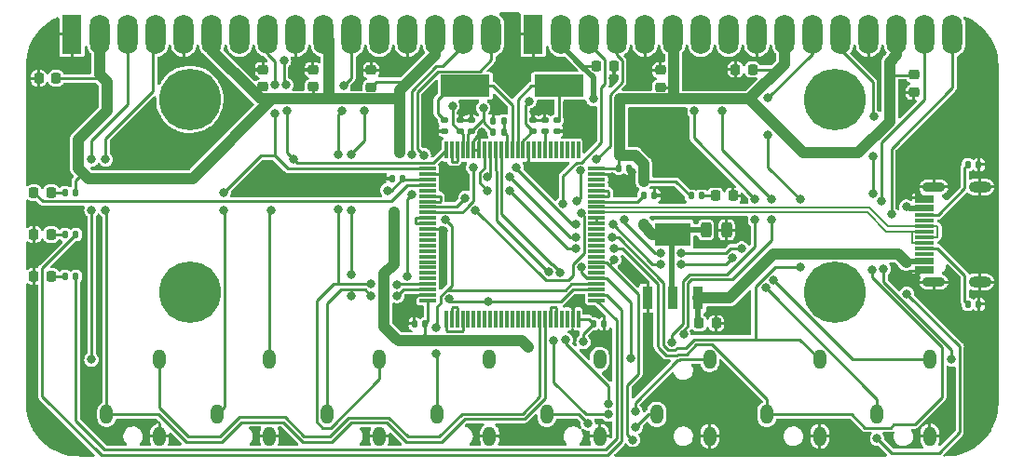
<source format=gtl>
G04 #@! TF.GenerationSoftware,KiCad,Pcbnew,6.0.10-86aedd382b~118~ubuntu22.04.1*
G04 #@! TF.CreationDate,2023-01-23T14:57:36-08:00*
G04 #@! TF.ProjectId,ch348_octo_serial_minim,63683334-385f-46f6-9374-6f5f73657269,rev?*
G04 #@! TF.SameCoordinates,Original*
G04 #@! TF.FileFunction,Copper,L1,Top*
G04 #@! TF.FilePolarity,Positive*
%FSLAX46Y46*%
G04 Gerber Fmt 4.6, Leading zero omitted, Abs format (unit mm)*
G04 Created by KiCad (PCBNEW 6.0.10-86aedd382b~118~ubuntu22.04.1) date 2023-01-23 14:57:36*
%MOMM*%
%LPD*%
G01*
G04 APERTURE LIST*
G04 Aperture macros list*
%AMRoundRect*
0 Rectangle with rounded corners*
0 $1 Rounding radius*
0 $2 $3 $4 $5 $6 $7 $8 $9 X,Y pos of 4 corners*
0 Add a 4 corners polygon primitive as box body*
4,1,4,$2,$3,$4,$5,$6,$7,$8,$9,$2,$3,0*
0 Add four circle primitives for the rounded corners*
1,1,$1+$1,$2,$3*
1,1,$1+$1,$4,$5*
1,1,$1+$1,$6,$7*
1,1,$1+$1,$8,$9*
0 Add four rect primitives between the rounded corners*
20,1,$1+$1,$2,$3,$4,$5,0*
20,1,$1+$1,$4,$5,$6,$7,0*
20,1,$1+$1,$6,$7,$8,$9,0*
20,1,$1+$1,$8,$9,$2,$3,0*%
G04 Aperture macros list end*
G04 #@! TA.AperFunction,SMDPad,CuDef*
%ADD10RoundRect,0.147500X-0.147500X-0.172500X0.147500X-0.172500X0.147500X0.172500X-0.147500X0.172500X0*%
G04 #@! TD*
G04 #@! TA.AperFunction,SMDPad,CuDef*
%ADD11RoundRect,0.218750X-0.218750X-0.256250X0.218750X-0.256250X0.218750X0.256250X-0.218750X0.256250X0*%
G04 #@! TD*
G04 #@! TA.AperFunction,SMDPad,CuDef*
%ADD12R,0.950000X2.150000*%
G04 #@! TD*
G04 #@! TA.AperFunction,SMDPad,CuDef*
%ADD13R,3.250000X2.150000*%
G04 #@! TD*
G04 #@! TA.AperFunction,SMDPad,CuDef*
%ADD14RoundRect,0.147500X-0.172500X0.147500X-0.172500X-0.147500X0.172500X-0.147500X0.172500X0.147500X0*%
G04 #@! TD*
G04 #@! TA.AperFunction,ComponentPad*
%ADD15O,1.199896X1.799996*%
G04 #@! TD*
G04 #@! TA.AperFunction,SMDPad,CuDef*
%ADD16RoundRect,0.218750X0.256250X-0.218750X0.256250X0.218750X-0.256250X0.218750X-0.256250X-0.218750X0*%
G04 #@! TD*
G04 #@! TA.AperFunction,SMDPad,CuDef*
%ADD17RoundRect,0.147500X0.147500X0.172500X-0.147500X0.172500X-0.147500X-0.172500X0.147500X-0.172500X0*%
G04 #@! TD*
G04 #@! TA.AperFunction,ComponentPad*
%ADD18C,5.600000*%
G04 #@! TD*
G04 #@! TA.AperFunction,SMDPad,CuDef*
%ADD19RoundRect,0.218750X-0.256250X0.218750X-0.256250X-0.218750X0.256250X-0.218750X0.256250X0.218750X0*%
G04 #@! TD*
G04 #@! TA.AperFunction,ComponentPad*
%ADD20R,1.800000X3.600000*%
G04 #@! TD*
G04 #@! TA.AperFunction,ComponentPad*
%ADD21O,1.800000X3.600000*%
G04 #@! TD*
G04 #@! TA.AperFunction,SMDPad,CuDef*
%ADD22RoundRect,0.218750X0.218750X0.256250X-0.218750X0.256250X-0.218750X-0.256250X0.218750X-0.256250X0*%
G04 #@! TD*
G04 #@! TA.AperFunction,SMDPad,CuDef*
%ADD23RoundRect,0.147500X0.172500X-0.147500X0.172500X0.147500X-0.172500X0.147500X-0.172500X-0.147500X0*%
G04 #@! TD*
G04 #@! TA.AperFunction,SMDPad,CuDef*
%ADD24R,4.500000X2.000000*%
G04 #@! TD*
G04 #@! TA.AperFunction,SMDPad,CuDef*
%ADD25RoundRect,0.243750X-0.243750X-0.456250X0.243750X-0.456250X0.243750X0.456250X-0.243750X0.456250X0*%
G04 #@! TD*
G04 #@! TA.AperFunction,SMDPad,CuDef*
%ADD26R,1.750000X0.300000*%
G04 #@! TD*
G04 #@! TA.AperFunction,ComponentPad*
%ADD27O,2.100000X1.000000*%
G04 #@! TD*
G04 #@! TA.AperFunction,ComponentPad*
%ADD28O,2.100000X0.900000*%
G04 #@! TD*
G04 #@! TA.AperFunction,SMDPad,CuDef*
%ADD29RoundRect,0.075000X-0.075000X0.725000X-0.075000X-0.725000X0.075000X-0.725000X0.075000X0.725000X0*%
G04 #@! TD*
G04 #@! TA.AperFunction,SMDPad,CuDef*
%ADD30RoundRect,0.075000X-0.725000X0.075000X-0.725000X-0.075000X0.725000X-0.075000X0.725000X0.075000X0*%
G04 #@! TD*
G04 #@! TA.AperFunction,ViaPad*
%ADD31C,0.800000*%
G04 #@! TD*
G04 #@! TA.AperFunction,Conductor*
%ADD32C,0.250000*%
G04 #@! TD*
G04 #@! TA.AperFunction,Conductor*
%ADD33C,1.000000*%
G04 #@! TD*
G04 #@! TA.AperFunction,Conductor*
%ADD34C,0.500000*%
G04 #@! TD*
G04 #@! TA.AperFunction,Conductor*
%ADD35C,0.200000*%
G04 #@! TD*
G04 APERTURE END LIST*
D10*
G04 #@! TO.P,R9,1*
G04 #@! TO.N,Net-(D4-Pad2)*
X72413000Y-87630000D03*
G04 #@! TO.P,R9,2*
G04 #@! TO.N,/TX_S*
X73383000Y-87630000D03*
G04 #@! TD*
G04 #@! TO.P,R1,1*
G04 #@! TO.N,+3.3V*
X129275000Y-80300000D03*
G04 #@! TO.P,R1,2*
G04 #@! TO.N,Net-(D1-Pad2)*
X130245000Y-80300000D03*
G04 #@! TD*
D11*
G04 #@! TO.P,C13,1*
G04 #@! TO.N,+3.3V*
X120712500Y-68500000D03*
G04 #@! TO.P,C13,2*
G04 #@! TO.N,GND*
X122287500Y-68500000D03*
G04 #@! TD*
D12*
G04 #@! TO.P,VR1,1,GND*
G04 #@! TO.N,GND*
X125340000Y-89600000D03*
G04 #@! TO.P,VR1,2,VOUT_2*
G04 #@! TO.N,+3.3V*
X127640000Y-89600000D03*
G04 #@! TO.P,VR1,3,VIN*
G04 #@! TO.N,+5V*
X129940000Y-89600000D03*
D13*
G04 #@! TO.P,VR1,4,VOUT_4*
G04 #@! TO.N,+3.3V*
X127640000Y-83800000D03*
G04 #@! TD*
D14*
G04 #@! TO.P,C5,1*
G04 #@! TO.N,/XO*
X106900000Y-73430000D03*
G04 #@! TO.P,C5,2*
G04 #@! TO.N,GND*
X106900000Y-74400000D03*
G04 #@! TD*
D11*
G04 #@! TO.P,D4,1,K*
G04 #@! TO.N,GND*
X69570500Y-87630000D03*
G04 #@! TO.P,D4,2,A*
G04 #@! TO.N,Net-(D4-Pad2)*
X71145500Y-87630000D03*
G04 #@! TD*
D15*
G04 #@! TO.P,J14,2,RING*
G04 #@! TO.N,/RXD0*
X76180000Y-100177500D03*
G04 #@! TO.P,J14,3,SLEEVE*
G04 #@! TO.N,GND*
X80980000Y-102177500D03*
G04 #@! TO.P,J14,4,TIP*
G04 #@! TO.N,/TXD0*
X80980000Y-95177500D03*
G04 #@! TD*
D16*
G04 #@! TO.P,C20,1*
G04 #@! TO.N,+3.3V*
X100200000Y-70437500D03*
G04 #@! TO.P,C20,2*
G04 #@! TO.N,GND*
X100200000Y-68862500D03*
G04 #@! TD*
D17*
G04 #@! TO.P,C3,1*
G04 #@! TO.N,/RESET*
X112285000Y-73484000D03*
G04 #@! TO.P,C3,2*
G04 #@! TO.N,GND*
X111315000Y-73484000D03*
G04 #@! TD*
G04 #@! TO.P,R6,1*
G04 #@! TO.N,GND*
X125961000Y-80264000D03*
G04 #@! TO.P,R6,2*
G04 #@! TO.N,/TEST*
X124991000Y-80264000D03*
G04 #@! TD*
D11*
G04 #@! TO.P,C1,1*
G04 #@! TO.N,+5V*
X130012500Y-91900000D03*
G04 #@! TO.P,C1,2*
G04 #@! TO.N,GND*
X131587500Y-91900000D03*
G04 #@! TD*
D14*
G04 #@! TO.P,R7,1*
G04 #@! TO.N,GND*
X116000000Y-73430000D03*
G04 #@! TO.P,R7,2*
G04 #@! TO.N,/CFG*
X116000000Y-74400000D03*
G04 #@! TD*
D17*
G04 #@! TO.P,C9,1*
G04 #@! TO.N,+3.3V*
X103101000Y-78740000D03*
G04 #@! TO.P,C9,2*
G04 #@! TO.N,GND*
X102131000Y-78740000D03*
G04 #@! TD*
D18*
G04 #@! TO.P,J2,1,Pin_1*
G04 #@! TO.N,unconnected-(J2-Pad1)*
X142320000Y-71530000D03*
G04 #@! TD*
D19*
G04 #@! TO.P,C16,1*
G04 #@! TO.N,+3.3V*
X149550000Y-69300000D03*
G04 #@! TO.P,C16,2*
G04 #@! TO.N,GND*
X149550000Y-70875000D03*
G04 #@! TD*
D10*
G04 #@! TO.P,R4,1*
G04 #@! TO.N,+3.3V*
X111315000Y-74500000D03*
G04 #@! TO.P,R4,2*
G04 #@! TO.N,/RESET*
X112285000Y-74500000D03*
G04 #@! TD*
D17*
G04 #@! TO.P,C12,1*
G04 #@! TO.N,+3.3V*
X105133000Y-91948000D03*
G04 #@! TO.P,C12,2*
G04 #@! TO.N,GND*
X104163000Y-91948000D03*
G04 #@! TD*
D10*
G04 #@! TO.P,C6,1*
G04 #@! TO.N,+3.3V*
X122715000Y-77800000D03*
G04 #@! TO.P,C6,2*
G04 #@! TO.N,GND*
X123685000Y-77800000D03*
G04 #@! TD*
D15*
G04 #@! TO.P,J8,2,RING*
G04 #@! TO.N,/RXD5*
X126180000Y-100177500D03*
G04 #@! TO.P,J8,3,SLEEVE*
G04 #@! TO.N,GND*
X130980000Y-102177500D03*
G04 #@! TO.P,J8,4,TIP*
G04 #@! TO.N,/TXD5*
X130980000Y-95177500D03*
G04 #@! TD*
G04 #@! TO.P,J20,2,RING*
G04 #@! TO.N,/RXD3*
X106180000Y-100177500D03*
G04 #@! TO.P,J20,3,SLEEVE*
G04 #@! TO.N,GND*
X110980000Y-102177500D03*
G04 #@! TO.P,J20,4,TIP*
G04 #@! TO.N,/TXD3*
X110980000Y-95177500D03*
G04 #@! TD*
D17*
G04 #@! TO.P,R5,1*
G04 #@! TO.N,+3.3V*
X73383000Y-80010000D03*
G04 #@! TO.P,R5,2*
G04 #@! TO.N,Net-(D2-Pad2)*
X72413000Y-80010000D03*
G04 #@! TD*
D18*
G04 #@! TO.P,J3,1,Pin_1*
G04 #@! TO.N,unconnected-(J3-Pad1)*
X83740000Y-71530000D03*
G04 #@! TD*
D16*
G04 #@! TO.P,C19,1*
G04 #@! TO.N,+3.3V*
X94900000Y-70387500D03*
G04 #@! TO.P,C19,2*
G04 #@! TO.N,GND*
X94900000Y-68812500D03*
G04 #@! TD*
D14*
G04 #@! TO.P,C4,1*
G04 #@! TO.N,/XI*
X117100000Y-73430000D03*
G04 #@! TO.P,C4,2*
G04 #@! TO.N,GND*
X117100000Y-74400000D03*
G04 #@! TD*
D20*
G04 #@! TO.P,J22,1,Pin_1*
G04 #@! TO.N,GND*
X73025000Y-65600000D03*
D21*
G04 #@! TO.P,J22,2,Pin_2*
G04 #@! TO.N,+3.3V*
X75565000Y-65600000D03*
G04 #@! TO.P,J22,3,Pin_3*
G04 #@! TO.N,/TXD0*
X78105000Y-65600000D03*
G04 #@! TO.P,J22,4,Pin_4*
G04 #@! TO.N,/RXD0*
X80645000Y-65600000D03*
G04 #@! TO.P,J22,5,Pin_5*
G04 #@! TO.N,GND*
X83185000Y-65600000D03*
G04 #@! TO.P,J22,6,Pin_6*
G04 #@! TO.N,+3.3V*
X85725000Y-65600000D03*
G04 #@! TO.P,J22,7,Pin_7*
G04 #@! TO.N,/TXD1*
X88265000Y-65600000D03*
G04 #@! TO.P,J22,8,Pin_8*
G04 #@! TO.N,/RXD1*
X90805000Y-65600000D03*
G04 #@! TO.P,J22,9,Pin_9*
G04 #@! TO.N,GND*
X93345000Y-65600000D03*
G04 #@! TO.P,J22,10,Pin_10*
G04 #@! TO.N,+3.3V*
X95885000Y-65600000D03*
G04 #@! TO.P,J22,11,Pin_11*
G04 #@! TO.N,/TXD2*
X98425000Y-65600000D03*
G04 #@! TO.P,J22,12,Pin_12*
G04 #@! TO.N,/RXD2*
X100965000Y-65600000D03*
G04 #@! TO.P,J22,13,Pin_13*
G04 #@! TO.N,GND*
X103505000Y-65600000D03*
G04 #@! TO.P,J22,14,Pin_14*
G04 #@! TO.N,+3.3V*
X106045000Y-65600000D03*
G04 #@! TO.P,J22,15,Pin_15*
G04 #@! TO.N,/TXD3*
X108585000Y-65600000D03*
G04 #@! TO.P,J22,16,Pin_16*
G04 #@! TO.N,/RXD3*
X111125000Y-65600000D03*
G04 #@! TD*
D11*
G04 #@! TO.P,D3,1,K*
G04 #@! TO.N,GND*
X69570500Y-83820000D03*
G04 #@! TO.P,D3,2,A*
G04 #@! TO.N,Net-(D3-Pad2)*
X71145500Y-83820000D03*
G04 #@! TD*
D22*
G04 #@! TO.P,D1,1,K*
G04 #@! TO.N,GND*
X133087500Y-80300000D03*
G04 #@! TO.P,D1,2,A*
G04 #@! TO.N,Net-(D1-Pad2)*
X131512500Y-80300000D03*
G04 #@! TD*
D23*
G04 #@! TO.P,C7,1*
G04 #@! TO.N,+3.3V*
X114900000Y-74400000D03*
G04 #@! TO.P,C7,2*
G04 #@! TO.N,GND*
X114900000Y-73430000D03*
G04 #@! TD*
D10*
G04 #@! TO.P,R2,1*
G04 #@! TO.N,Net-(J1-PadA5)*
X154455000Y-90170000D03*
G04 #@! TO.P,R2,2*
G04 #@! TO.N,GND*
X155425000Y-90170000D03*
G04 #@! TD*
D11*
G04 #@! TO.P,D2,1,K*
G04 #@! TO.N,/ACT*
X69570500Y-80010000D03*
G04 #@! TO.P,D2,2,A*
G04 #@! TO.N,Net-(D2-Pad2)*
X71145500Y-80010000D03*
G04 #@! TD*
D17*
G04 #@! TO.P,R8,1*
G04 #@! TO.N,/RX_S*
X73383000Y-83820000D03*
G04 #@! TO.P,R8,2*
G04 #@! TO.N,Net-(D3-Pad2)*
X72413000Y-83820000D03*
G04 #@! TD*
D20*
G04 #@! TO.P,J23,1,Pin_1*
G04 #@! TO.N,GND*
X114935000Y-65600000D03*
D21*
G04 #@! TO.P,J23,2,Pin_2*
G04 #@! TO.N,+3.3V*
X117475000Y-65600000D03*
G04 #@! TO.P,J23,3,Pin_3*
G04 #@! TO.N,/TXD4*
X120015000Y-65600000D03*
G04 #@! TO.P,J23,4,Pin_4*
G04 #@! TO.N,/RXD4*
X122555000Y-65600000D03*
G04 #@! TO.P,J23,5,Pin_5*
G04 #@! TO.N,GND*
X125095000Y-65600000D03*
G04 #@! TO.P,J23,6,Pin_6*
G04 #@! TO.N,+3.3V*
X127635000Y-65600000D03*
G04 #@! TO.P,J23,7,Pin_7*
G04 #@! TO.N,/TXD5*
X130175000Y-65600000D03*
G04 #@! TO.P,J23,8,Pin_8*
G04 #@! TO.N,/RXD5*
X132715000Y-65600000D03*
G04 #@! TO.P,J23,9,Pin_9*
G04 #@! TO.N,GND*
X135255000Y-65600000D03*
G04 #@! TO.P,J23,10,Pin_10*
G04 #@! TO.N,+3.3V*
X137795000Y-65600000D03*
G04 #@! TO.P,J23,11,Pin_11*
G04 #@! TO.N,/TXD6*
X140335000Y-65600000D03*
G04 #@! TO.P,J23,12,Pin_12*
G04 #@! TO.N,/RXD6*
X142875000Y-65600000D03*
G04 #@! TO.P,J23,13,Pin_13*
G04 #@! TO.N,GND*
X145415000Y-65600000D03*
G04 #@! TO.P,J23,14,Pin_14*
G04 #@! TO.N,+3.3V*
X147955000Y-65600000D03*
G04 #@! TO.P,J23,15,Pin_15*
G04 #@! TO.N,/TXD7*
X150495000Y-65600000D03*
G04 #@! TO.P,J23,16,Pin_16*
G04 #@! TO.N,/RXD7*
X153035000Y-65600000D03*
G04 #@! TD*
D15*
G04 #@! TO.P,J10,2,RING*
G04 #@! TO.N,/RXD6*
X136180000Y-100177500D03*
G04 #@! TO.P,J10,3,SLEEVE*
G04 #@! TO.N,GND*
X140980000Y-102177500D03*
G04 #@! TO.P,J10,4,TIP*
G04 #@! TO.N,/TXD6*
X140980000Y-95177500D03*
G04 #@! TD*
D24*
G04 #@! TO.P,X1,1,1*
G04 #@! TO.N,/XI*
X117280000Y-70300000D03*
G04 #@! TO.P,X1,2,2*
G04 #@! TO.N,/XO*
X108780000Y-70300000D03*
G04 #@! TD*
D17*
G04 #@! TO.P,R3,1*
G04 #@! TO.N,GND*
X155425000Y-77470000D03*
G04 #@! TO.P,R3,2*
G04 #@! TO.N,Net-(J1-PadB5)*
X154455000Y-77470000D03*
G04 #@! TD*
D22*
G04 #@! TO.P,C17,1*
G04 #@! TO.N,+3.3V*
X71587500Y-69600000D03*
G04 #@! TO.P,C17,2*
G04 #@! TO.N,GND*
X70012500Y-69600000D03*
G04 #@! TD*
D25*
G04 #@! TO.P,C2,1*
G04 #@! TO.N,+3.3V*
X130639500Y-83398000D03*
G04 #@! TO.P,C2,2*
G04 #@! TO.N,GND*
X132514500Y-83398000D03*
G04 #@! TD*
D16*
G04 #@! TO.P,C14,1*
G04 #@! TO.N,+3.3V*
X126500000Y-70437500D03*
G04 #@! TO.P,C14,2*
G04 #@! TO.N,GND*
X126500000Y-68862500D03*
G04 #@! TD*
D15*
G04 #@! TO.P,J18,2,RING*
G04 #@! TO.N,/RXD2*
X96180000Y-100177500D03*
G04 #@! TO.P,J18,3,SLEEVE*
G04 #@! TO.N,GND*
X100980000Y-102177500D03*
G04 #@! TO.P,J18,4,TIP*
G04 #@! TO.N,/TXD2*
X100980000Y-95177500D03*
G04 #@! TD*
D26*
G04 #@! TO.P,J1,A1,GND*
G04 #@! TO.N,GND*
X150520000Y-87170000D03*
G04 #@! TO.P,J1,A4,VBUS*
G04 #@! TO.N,+5V*
X150520000Y-86370000D03*
G04 #@! TO.P,J1,A5,CC1*
G04 #@! TO.N,Net-(J1-PadA5)*
X150520000Y-85070000D03*
G04 #@! TO.P,J1,A6,D+*
G04 #@! TO.N,/USB_P*
X150520000Y-84070000D03*
G04 #@! TO.P,J1,A7,D-*
G04 #@! TO.N,/USB_N*
X150520000Y-83570000D03*
G04 #@! TO.P,J1,A8,SBU1*
G04 #@! TO.N,unconnected-(J1-PadA8)*
X150520000Y-82570000D03*
G04 #@! TO.P,J1,A9,VBUS*
G04 #@! TO.N,+5V*
X150520000Y-81270000D03*
G04 #@! TO.P,J1,A12,GND*
G04 #@! TO.N,GND*
X150520000Y-80470000D03*
G04 #@! TO.P,J1,B1,GND*
X150520000Y-80770000D03*
G04 #@! TO.P,J1,B4,VBUS*
G04 #@! TO.N,+5V*
X150520000Y-81570000D03*
G04 #@! TO.P,J1,B5,CC2*
G04 #@! TO.N,Net-(J1-PadB5)*
X150520000Y-82070000D03*
G04 #@! TO.P,J1,B6,D+*
G04 #@! TO.N,/USB_P*
X150520000Y-83070000D03*
G04 #@! TO.P,J1,B7,D-*
G04 #@! TO.N,/USB_N*
X150520000Y-84570000D03*
G04 #@! TO.P,J1,B8,SBU2*
G04 #@! TO.N,unconnected-(J1-PadB8)*
X150520000Y-85570000D03*
G04 #@! TO.P,J1,B9,VBUS*
G04 #@! TO.N,+5V*
X150520000Y-86070000D03*
G04 #@! TO.P,J1,B12,GND*
G04 #@! TO.N,GND*
X150520000Y-86870000D03*
D27*
G04 #@! TO.P,J1,S1,SHIELD*
X155540000Y-79500000D03*
X155540000Y-88140000D03*
D28*
X151360000Y-88140000D03*
X151360000Y-79500000D03*
G04 #@! TD*
D29*
G04 #@! TO.P,U1,1,DCD5/GPIO40*
G04 #@! TO.N,unconnected-(U1-Pad1)*
X119030000Y-76145000D03*
G04 #@! TO.P,U1,2,RI5/GPIO41*
G04 #@! TO.N,unconnected-(U1-Pad2)*
X118530000Y-76145000D03*
G04 #@! TO.P,U1,3,DSR1/GPIO27*
G04 #@! TO.N,unconnected-(U1-Pad3)*
X118030000Y-76145000D03*
G04 #@! TO.P,U1,4,DCD1/GPIO28*
G04 #@! TO.N,unconnected-(U1-Pad4)*
X117530000Y-76145000D03*
G04 #@! TO.P,U1,5,RI1/GPIO29*
G04 #@! TO.N,unconnected-(U1-Pad5)*
X117030000Y-76145000D03*
G04 #@! TO.P,U1,6,NC*
G04 #@! TO.N,unconnected-(U1-Pad6)*
X116530000Y-76145000D03*
G04 #@! TO.P,U1,7,CFG*
G04 #@! TO.N,/CFG*
X116030000Y-76145000D03*
G04 #@! TO.P,U1,8,NC*
G04 #@! TO.N,unconnected-(U1-Pad8)*
X115530000Y-76145000D03*
G04 #@! TO.P,U1,9,NC*
G04 #@! TO.N,unconnected-(U1-Pad9)*
X115030000Y-76145000D03*
G04 #@! TO.P,U1,10,GND*
G04 #@! TO.N,GND*
X114530000Y-76145000D03*
G04 #@! TO.P,U1,11,VCC*
G04 #@! TO.N,+3.3V*
X114030000Y-76145000D03*
G04 #@! TO.P,U1,12,XI*
G04 #@! TO.N,/XI*
X113530000Y-76145000D03*
G04 #@! TO.P,U1,13,XO*
G04 #@! TO.N,/XO*
X113030000Y-76145000D03*
G04 #@! TO.P,U1,14,RESET*
G04 #@! TO.N,/RESET*
X112530000Y-76145000D03*
G04 #@! TO.P,U1,15,TXD5*
G04 #@! TO.N,/TXD5*
X112030000Y-76145000D03*
G04 #@! TO.P,U1,16,RXD5*
G04 #@! TO.N,/RXD5*
X111530000Y-76145000D03*
G04 #@! TO.P,U1,17,TXD6*
G04 #@! TO.N,/TXD6*
X111030000Y-76145000D03*
G04 #@! TO.P,U1,18,RXD6*
G04 #@! TO.N,/RXD6*
X110530000Y-76145000D03*
G04 #@! TO.P,U1,19,GND*
G04 #@! TO.N,GND*
X110030000Y-76145000D03*
G04 #@! TO.P,U1,20,GND*
X109530000Y-76145000D03*
G04 #@! TO.P,U1,21,VIO*
G04 #@! TO.N,+3.3V*
X109030000Y-76145000D03*
G04 #@! TO.P,U1,22,VIO*
X108530000Y-76145000D03*
G04 #@! TO.P,U1,23,CTS1/GPIO2*
G04 #@! TO.N,Net-(U1-Pad23)*
X108030000Y-76145000D03*
G04 #@! TO.P,U1,24,RTS1/GPIO3*
X107530000Y-76145000D03*
G04 #@! TO.P,U1,25,TXD1*
G04 #@! TO.N,/TXD1*
X107030000Y-76145000D03*
D30*
G04 #@! TO.P,U1,26,RXD1*
G04 #@! TO.N,/RXD1*
X105355000Y-77820000D03*
G04 #@! TO.P,U1,27,GND*
G04 #@! TO.N,GND*
X105355000Y-78320000D03*
G04 #@! TO.P,U1,28,VCC*
G04 #@! TO.N,+3.3V*
X105355000Y-78820000D03*
G04 #@! TO.P,U1,29,ACT*
G04 #@! TO.N,/ACT*
X105355000Y-79320000D03*
G04 #@! TO.P,U1,30,DTR1/TNOW1/GPIO9*
G04 #@! TO.N,unconnected-(U1-Pad30)*
X105355000Y-79820000D03*
G04 #@! TO.P,U1,31,CTS6/GPIO16*
G04 #@! TO.N,Net-(U1-Pad31)*
X105355000Y-80320000D03*
G04 #@! TO.P,U1,32,RTS6/GPIO17*
X105355000Y-80820000D03*
G04 #@! TO.P,U1,33,TXD7*
G04 #@! TO.N,/TXD7*
X105355000Y-81320000D03*
G04 #@! TO.P,U1,34,RXD7*
G04 #@! TO.N,/RXD7*
X105355000Y-81820000D03*
G04 #@! TO.P,U1,35,CTS7/GPIO18*
G04 #@! TO.N,Net-(U1-Pad35)*
X105355000Y-82320000D03*
G04 #@! TO.P,U1,36,RTS7/GPIO19*
X105355000Y-82820000D03*
G04 #@! TO.P,U1,37,GND*
G04 #@! TO.N,GND*
X105355000Y-83320000D03*
G04 #@! TO.P,U1,38,DSR7/GPIO45*
G04 #@! TO.N,unconnected-(U1-Pad38)*
X105355000Y-83820000D03*
G04 #@! TO.P,U1,39,DCD7/GPIO46*
G04 #@! TO.N,unconnected-(U1-Pad39)*
X105355000Y-84320000D03*
G04 #@! TO.P,U1,40,RI7/GPIO47*
G04 #@! TO.N,unconnected-(U1-Pad40)*
X105355000Y-84820000D03*
G04 #@! TO.P,U1,41,DSR6/GPIO42*
G04 #@! TO.N,unconnected-(U1-Pad41)*
X105355000Y-85320000D03*
G04 #@! TO.P,U1,42,DCD6/GPIO43*
G04 #@! TO.N,unconnected-(U1-Pad42)*
X105355000Y-85820000D03*
G04 #@! TO.P,U1,43,RI6/GPIO44*
G04 #@! TO.N,unconnected-(U1-Pad43)*
X105355000Y-86320000D03*
G04 #@! TO.P,U1,44,DSR3/GPIO33*
G04 #@! TO.N,unconnected-(U1-Pad44)*
X105355000Y-86820000D03*
G04 #@! TO.P,U1,45,DCD3/GPIO34*
G04 #@! TO.N,unconnected-(U1-Pad45)*
X105355000Y-87320000D03*
G04 #@! TO.P,U1,46,RI3/GPIO35*
G04 #@! TO.N,unconnected-(U1-Pad46)*
X105355000Y-87820000D03*
G04 #@! TO.P,U1,47,TXD2*
G04 #@! TO.N,/TXD2*
X105355000Y-88320000D03*
G04 #@! TO.P,U1,48,RXD2*
G04 #@! TO.N,/RXD2*
X105355000Y-88820000D03*
G04 #@! TO.P,U1,49,GND*
G04 #@! TO.N,GND*
X105355000Y-89320000D03*
G04 #@! TO.P,U1,50,VIO*
G04 #@! TO.N,+3.3V*
X105355000Y-89820000D03*
D29*
G04 #@! TO.P,U1,51,CTS3/GPIO6*
G04 #@! TO.N,Net-(U1-Pad51)*
X107030000Y-91495000D03*
G04 #@! TO.P,U1,52,CTS2/GPIO4*
G04 #@! TO.N,Net-(U1-Pad52)*
X107530000Y-91495000D03*
G04 #@! TO.P,U1,53,RTS2/GPIO5*
X108030000Y-91495000D03*
G04 #@! TO.P,U1,54,RTS3/GPIO7*
G04 #@! TO.N,Net-(U1-Pad51)*
X108530000Y-91495000D03*
G04 #@! TO.P,U1,55,DSR2/GPIO30*
G04 #@! TO.N,unconnected-(U1-Pad55)*
X109030000Y-91495000D03*
G04 #@! TO.P,U1,56,DCD2/GPIO31*
G04 #@! TO.N,unconnected-(U1-Pad56)*
X109530000Y-91495000D03*
G04 #@! TO.P,U1,57,RI2/GPIO32*
G04 #@! TO.N,unconnected-(U1-Pad57)*
X110030000Y-91495000D03*
G04 #@! TO.P,U1,58,NC*
G04 #@! TO.N,unconnected-(U1-Pad58)*
X110530000Y-91495000D03*
G04 #@! TO.P,U1,59,NC*
G04 #@! TO.N,unconnected-(U1-Pad59)*
X111030000Y-91495000D03*
G04 #@! TO.P,U1,60,DSR0/GPIO24*
G04 #@! TO.N,unconnected-(U1-Pad60)*
X111530000Y-91495000D03*
G04 #@! TO.P,U1,61,DCD0/GPIO26*
G04 #@! TO.N,unconnected-(U1-Pad61)*
X112030000Y-91495000D03*
G04 #@! TO.P,U1,62,RI0/GPOIO25*
G04 #@! TO.N,unconnected-(U1-Pad62)*
X112530000Y-91495000D03*
G04 #@! TO.P,U1,63,DTR4/TNOW4/GPIO20*
G04 #@! TO.N,unconnected-(U1-Pad63)*
X113030000Y-91495000D03*
G04 #@! TO.P,U1,64,DTR5/TNOW5/GPIO21*
G04 #@! TO.N,unconnected-(U1-Pad64)*
X113530000Y-91495000D03*
G04 #@! TO.P,U1,65,DTR6/TNOW6/GPIO22*
G04 #@! TO.N,unconnected-(U1-Pad65)*
X114030000Y-91495000D03*
G04 #@! TO.P,U1,66,DTR7/TNOW7/GPIO23*
G04 #@! TO.N,unconnected-(U1-Pad66)*
X114530000Y-91495000D03*
G04 #@! TO.P,U1,67,DTR2/TNOW2/GPIO10*
G04 #@! TO.N,unconnected-(U1-Pad67)*
X115030000Y-91495000D03*
G04 #@! TO.P,U1,68,TXD0*
G04 #@! TO.N,/TXD0*
X115530000Y-91495000D03*
G04 #@! TO.P,U1,69,RXD0*
G04 #@! TO.N,/RXD0*
X116030000Y-91495000D03*
G04 #@! TO.P,U1,70,CTS0/GPIO0*
G04 #@! TO.N,Net-(U1-Pad70)*
X116530000Y-91495000D03*
G04 #@! TO.P,U1,71,RTS0/GPIO1*
X117030000Y-91495000D03*
G04 #@! TO.P,U1,72,DTR0/TNOW0/GPIO8*
G04 #@! TO.N,unconnected-(U1-Pad72)*
X117530000Y-91495000D03*
G04 #@! TO.P,U1,73,NC*
G04 #@! TO.N,unconnected-(U1-Pad73)*
X118030000Y-91495000D03*
G04 #@! TO.P,U1,74,GND*
G04 #@! TO.N,GND*
X118530000Y-91495000D03*
G04 #@! TO.P,U1,75,VCC*
G04 #@! TO.N,+3.3V*
X119030000Y-91495000D03*
D30*
G04 #@! TO.P,U1,76,TX_S*
G04 #@! TO.N,/TX_S*
X120705000Y-89820000D03*
G04 #@! TO.P,U1,77,RX_S*
G04 #@! TO.N,/RX_S*
X120705000Y-89320000D03*
G04 #@! TO.P,U1,78,TXD3*
G04 #@! TO.N,/TXD3*
X120705000Y-88820000D03*
G04 #@! TO.P,U1,79,RXD3*
G04 #@! TO.N,/RXD3*
X120705000Y-88320000D03*
G04 #@! TO.P,U1,80,TXD4*
G04 #@! TO.N,/TXD4*
X120705000Y-87820000D03*
G04 #@! TO.P,U1,81,NC*
G04 #@! TO.N,unconnected-(U1-Pad81)*
X120705000Y-87320000D03*
G04 #@! TO.P,U1,82,NC*
G04 #@! TO.N,unconnected-(U1-Pad82)*
X120705000Y-86820000D03*
G04 #@! TO.P,U1,83,RXD4*
G04 #@! TO.N,/RXD4*
X120705000Y-86320000D03*
G04 #@! TO.P,U1,84,NC*
G04 #@! TO.N,unconnected-(U1-Pad84)*
X120705000Y-85820000D03*
G04 #@! TO.P,U1,85,NC*
G04 #@! TO.N,unconnected-(U1-Pad85)*
X120705000Y-85320000D03*
G04 #@! TO.P,U1,86,DSR4/GPIO37*
G04 #@! TO.N,unconnected-(U1-Pad86)*
X120705000Y-84820000D03*
G04 #@! TO.P,U1,87,DCD4/GPIO37*
G04 #@! TO.N,unconnected-(U1-Pad87)*
X120705000Y-84320000D03*
G04 #@! TO.P,U1,88,RI4/GPIO38*
G04 #@! TO.N,unconnected-(U1-Pad88)*
X120705000Y-83820000D03*
G04 #@! TO.P,U1,89,DTR3/TNOW3/GPIO11*
G04 #@! TO.N,unconnected-(U1-Pad89)*
X120705000Y-83320000D03*
G04 #@! TO.P,U1,90,CTS4/GPIO12*
G04 #@! TO.N,Net-(U1-Pad90)*
X120705000Y-82820000D03*
G04 #@! TO.P,U1,91,RTS4/GPIO13*
X120705000Y-82320000D03*
G04 #@! TO.P,U1,92,USB_N*
G04 #@! TO.N,/USB_N*
X120705000Y-81820000D03*
G04 #@! TO.P,U1,93,USB_P*
G04 #@! TO.N,/USB_P*
X120705000Y-81320000D03*
G04 #@! TO.P,U1,94,TEST*
G04 #@! TO.N,/TEST*
X120705000Y-80820000D03*
G04 #@! TO.P,U1,95,CTS5/GPIO14*
G04 #@! TO.N,Net-(U1-Pad95)*
X120705000Y-80320000D03*
G04 #@! TO.P,U1,96,RTS5/GPIO15*
X120705000Y-79820000D03*
G04 #@! TO.P,U1,97,NC*
G04 #@! TO.N,unconnected-(U1-Pad97)*
X120705000Y-79320000D03*
G04 #@! TO.P,U1,98,DSR5/GPIO39*
G04 #@! TO.N,unconnected-(U1-Pad98)*
X120705000Y-78820000D03*
G04 #@! TO.P,U1,99,GND*
G04 #@! TO.N,GND*
X120705000Y-78320000D03*
G04 #@! TO.P,U1,100,VIO*
G04 #@! TO.N,+3.3V*
X120705000Y-77820000D03*
G04 #@! TD*
D18*
G04 #@! TO.P,J4,1,Pin_1*
G04 #@! TO.N,unconnected-(J4-Pad1)*
X142320000Y-89110000D03*
G04 #@! TD*
D10*
G04 #@! TO.P,C11,1*
G04 #@! TO.N,+3.3V*
X120419000Y-91948000D03*
G04 #@! TO.P,C11,2*
G04 #@! TO.N,GND*
X121389000Y-91948000D03*
G04 #@! TD*
D16*
G04 #@! TO.P,C18,1*
G04 #@! TO.N,+3.3V*
X90400000Y-70387500D03*
G04 #@! TO.P,C18,2*
G04 #@! TO.N,GND*
X90400000Y-68812500D03*
G04 #@! TD*
D23*
G04 #@! TO.P,C10,1*
G04 #@! TO.N,+3.3V*
X109300000Y-74400000D03*
G04 #@! TO.P,C10,2*
G04 #@! TO.N,GND*
X109300000Y-73430000D03*
G04 #@! TD*
G04 #@! TO.P,C8,1*
G04 #@! TO.N,+3.3V*
X108284000Y-74400000D03*
G04 #@! TO.P,C8,2*
G04 #@! TO.N,GND*
X108284000Y-73430000D03*
G04 #@! TD*
D22*
G04 #@! TO.P,C15,1*
G04 #@! TO.N,+3.3V*
X134887500Y-68800000D03*
G04 #@! TO.P,C15,2*
G04 #@! TO.N,GND*
X133312500Y-68800000D03*
G04 #@! TD*
D18*
G04 #@! TO.P,J5,1,Pin_1*
G04 #@! TO.N,unconnected-(J5-Pad1)*
X83740000Y-89110000D03*
G04 #@! TD*
D15*
G04 #@! TO.P,J16,2,RING*
G04 #@! TO.N,/RXD1*
X86180000Y-100177500D03*
G04 #@! TO.P,J16,3,SLEEVE*
G04 #@! TO.N,GND*
X90980000Y-102177500D03*
G04 #@! TO.P,J16,4,TIP*
G04 #@! TO.N,/TXD1*
X90980000Y-95177500D03*
G04 #@! TD*
G04 #@! TO.P,J12,2,RING*
G04 #@! TO.N,/RXD7*
X146180000Y-100177500D03*
G04 #@! TO.P,J12,3,SLEEVE*
G04 #@! TO.N,GND*
X150980000Y-102177500D03*
G04 #@! TO.P,J12,4,TIP*
G04 #@! TO.N,/TXD7*
X150980000Y-95177500D03*
G04 #@! TD*
G04 #@! TO.P,J6,2,RING*
G04 #@! TO.N,/RXD4*
X116180000Y-100177500D03*
G04 #@! TO.P,J6,3,SLEEVE*
G04 #@! TO.N,GND*
X120980000Y-102177500D03*
G04 #@! TO.P,J6,4,TIP*
G04 #@! TO.N,/TXD4*
X120980000Y-95177500D03*
G04 #@! TD*
D31*
G04 #@! TO.N,+5V*
X148844000Y-86360000D03*
X148844000Y-81280000D03*
G04 #@! TO.N,GND*
X118100000Y-74400000D03*
X108455830Y-72754009D03*
X93400000Y-68500000D03*
X111600000Y-72600000D03*
X88776558Y-68401156D03*
X123900500Y-78169206D03*
X149500000Y-87800000D03*
X102700000Y-68300000D03*
X118800000Y-90000000D03*
X114600000Y-77800000D03*
X124750000Y-68500000D03*
X148700000Y-72200000D03*
X106800000Y-83500000D03*
X132300000Y-79100000D03*
X133800000Y-83400000D03*
X106700000Y-78300000D03*
X101100000Y-78800000D03*
X103818503Y-89906096D03*
X133439500Y-70148197D03*
X114979500Y-72635115D03*
X122100000Y-78600000D03*
X110294730Y-74504329D03*
X122200000Y-69600000D03*
X125300000Y-91500000D03*
X109283361Y-72599500D03*
X121400000Y-92900000D03*
X106000000Y-74400000D03*
X127000000Y-80300000D03*
X132800000Y-91900000D03*
X149500000Y-79700000D03*
G04 #@! TO.N,+3.3V*
X122800000Y-71500000D03*
X102800000Y-71500000D03*
X114500000Y-94100000D03*
X120400000Y-71500000D03*
X102300000Y-81800000D03*
X102800000Y-76400000D03*
X125000000Y-79000000D03*
X101700000Y-79800000D03*
X110400000Y-72300000D03*
X125000000Y-82900000D03*
X107600000Y-72100000D03*
X114577613Y-71693380D03*
X119500000Y-93600000D03*
G04 #@! TO.N,/RXD4*
X122300000Y-86100000D03*
X119200000Y-78000000D03*
X118900000Y-80800000D03*
X119900000Y-101000000D03*
X120700000Y-77000000D03*
X124000000Y-102500000D03*
G04 #@! TO.N,/TXD4*
X119305500Y-86824500D03*
X123775500Y-95102485D03*
X117657491Y-81017910D03*
G04 #@! TO.N,/RXD5*
X132100000Y-72600000D03*
X116357797Y-87233199D03*
X124224500Y-101358035D03*
X116800000Y-93500000D03*
X136600000Y-80600000D03*
X121776498Y-100200000D03*
X136600000Y-82500000D03*
X128600000Y-92900000D03*
G04 #@! TO.N,/TXD5*
X117900000Y-93400000D03*
X127514320Y-93624500D03*
X129600000Y-72600000D03*
X135100000Y-82500000D03*
X117400635Y-87275500D03*
X135100000Y-80600000D03*
X121776498Y-99200000D03*
X124224500Y-99916546D03*
G04 #@! TO.N,/RXD6*
X145800000Y-76700000D03*
X145900000Y-73100000D03*
X118856000Y-85081409D03*
X110800000Y-79800000D03*
X145777694Y-87001301D03*
X122300000Y-85100000D03*
X112800000Y-79800000D03*
X145800000Y-80100000D03*
G04 #@! TO.N,/TXD6*
X139200000Y-86800000D03*
X136300000Y-71400000D03*
X112800000Y-78600000D03*
X118855491Y-84081907D03*
X139200000Y-80600000D03*
X136300000Y-74800000D03*
X122100000Y-84100000D03*
X110800000Y-78600000D03*
G04 #@! TO.N,/RXD7*
X128400000Y-86500000D03*
X146200000Y-102400000D03*
X133038411Y-85936991D03*
X136051127Y-88673471D03*
X118855500Y-82900000D03*
X109500000Y-77700000D03*
X147500000Y-82000000D03*
X113400000Y-77700000D03*
X126500000Y-86500000D03*
X148900000Y-89200000D03*
X122200000Y-82900000D03*
G04 #@! TO.N,/TXD7*
X109700000Y-81600000D03*
X133887701Y-85087701D03*
X128400000Y-85500000D03*
X146600000Y-80800000D03*
X108772743Y-80478060D03*
X136757883Y-87966715D03*
X123200000Y-82500000D03*
X152975500Y-95200000D03*
X126500000Y-85500000D03*
X146775500Y-86943082D03*
X119300000Y-81900000D03*
G04 #@! TO.N,/RXD0*
X76100000Y-81600000D03*
X76100000Y-77000000D03*
G04 #@! TO.N,/TXD0*
X74800000Y-77000000D03*
X74800000Y-81600000D03*
X74800000Y-95200000D03*
G04 #@! TO.N,/RXD1*
X91500000Y-72800000D03*
X86800000Y-81600000D03*
X86800000Y-80000000D03*
X91500000Y-70200000D03*
G04 #@! TO.N,/TXD1*
X92500000Y-70200000D03*
X92300000Y-68000000D03*
X91100000Y-81600000D03*
X93200000Y-77000000D03*
X92600000Y-72600000D03*
G04 #@! TO.N,/RXD2*
X98400000Y-87500000D03*
X98400000Y-81600000D03*
X99600000Y-72600000D03*
X98400000Y-89400000D03*
X98400000Y-76500000D03*
X100200000Y-89400000D03*
X102600000Y-89400000D03*
G04 #@! TO.N,/TXD2*
X97700000Y-70300000D03*
X97197515Y-81575500D03*
X100200000Y-88300000D03*
X97200000Y-76500000D03*
X102587701Y-88387701D03*
X97600000Y-72600000D03*
G04 #@! TO.N,/RXD3*
X106927734Y-82486658D03*
X106100000Y-94700000D03*
X106100000Y-92300000D03*
X105000000Y-76600000D03*
G04 #@! TO.N,/TXD3*
X107300000Y-89700000D03*
X110900000Y-89900000D03*
X103899500Y-80215630D03*
X103500000Y-87595500D03*
X103899500Y-76524704D03*
G04 #@! TD*
D32*
G04 #@! TO.N,Net-(U1-Pad52)*
X107530000Y-91495000D02*
X107530000Y-90520000D01*
X107530000Y-90520000D02*
X107600000Y-90450000D01*
X107600000Y-90450000D02*
X108000000Y-90450000D01*
X108000000Y-90450000D02*
X108030000Y-90480000D01*
X108030000Y-90480000D02*
X108030000Y-91495000D01*
G04 #@! TO.N,Net-(U1-Pad51)*
X108530000Y-91495000D02*
X108530000Y-92570000D01*
X108530000Y-92570000D02*
X108480000Y-92620000D01*
X108480000Y-92620000D02*
X107120000Y-92620000D01*
X107120000Y-92620000D02*
X107030000Y-92530000D01*
X107030000Y-92530000D02*
X107030000Y-91495000D01*
G04 #@! TO.N,Net-(U1-Pad70)*
X117030000Y-91495000D02*
X117030000Y-90480000D01*
X117030000Y-90480000D02*
X116950000Y-90400000D01*
X116550000Y-90400000D02*
X116530000Y-90420000D01*
X116950000Y-90400000D02*
X116550000Y-90400000D01*
X116530000Y-90420000D02*
X116530000Y-91495000D01*
G04 #@! TO.N,Net-(U1-Pad90)*
X120705000Y-82320000D02*
X120705000Y-82820000D01*
G04 #@! TO.N,Net-(U1-Pad95)*
X120705000Y-79820000D02*
X121720000Y-79820000D01*
X121720000Y-79820000D02*
X121800000Y-79900000D01*
X121800000Y-79900000D02*
X121800000Y-80300000D01*
X121800000Y-80300000D02*
X121780000Y-80320000D01*
X121780000Y-80320000D02*
X120705000Y-80320000D01*
G04 #@! TO.N,Net-(U1-Pad23)*
X108030000Y-76145000D02*
X108030000Y-77170000D01*
X108030000Y-77170000D02*
X108000000Y-77200000D01*
X108000000Y-77200000D02*
X107550000Y-77200000D01*
X107550000Y-77200000D02*
X107530000Y-77180000D01*
X107530000Y-77180000D02*
X107530000Y-76145000D01*
G04 #@! TO.N,/TXD7*
X106566189Y-81269501D02*
X107981302Y-81269501D01*
X107981302Y-81269501D02*
X108772743Y-80478060D01*
X106515690Y-81320000D02*
X106566189Y-81269501D01*
G04 #@! TO.N,Net-(U1-Pad31)*
X106500000Y-80350000D02*
X106500000Y-80750000D01*
G04 #@! TO.N,/TXD7*
X105355000Y-81320000D02*
X106515690Y-81320000D01*
G04 #@! TO.N,Net-(U1-Pad31)*
X105355000Y-80320000D02*
X106470000Y-80320000D01*
X106470000Y-80320000D02*
X106500000Y-80350000D01*
X106500000Y-80750000D02*
X106430000Y-80820000D01*
X106430000Y-80820000D02*
X105355000Y-80820000D01*
G04 #@! TO.N,Net-(U1-Pad35)*
X105355000Y-82320000D02*
X104280000Y-82320000D01*
X104280000Y-82320000D02*
X104250000Y-82350000D01*
X104250000Y-82350000D02*
X104250000Y-82800000D01*
X104250000Y-82800000D02*
X104270000Y-82820000D01*
X104270000Y-82820000D02*
X105355000Y-82820000D01*
D33*
G04 #@! TO.N,+5V*
X148094000Y-85610000D02*
X136790000Y-85610000D01*
D32*
X148854000Y-81270000D02*
X148844000Y-81280000D01*
X150520000Y-81570000D02*
X149134000Y-81570000D01*
X149134000Y-81570000D02*
X148844000Y-81280000D01*
D33*
X132800000Y-89600000D02*
X129940000Y-89600000D01*
D32*
X149134000Y-86070000D02*
X148844000Y-86360000D01*
X148854000Y-86370000D02*
X148844000Y-86360000D01*
X150520000Y-81270000D02*
X148854000Y-81270000D01*
X150520000Y-86370000D02*
X148854000Y-86370000D01*
D33*
X148844000Y-86360000D02*
X148094000Y-85610000D01*
D34*
X129940000Y-91768500D02*
X129940000Y-89600000D01*
D33*
X136790000Y-85610000D02*
X132800000Y-89600000D01*
D32*
X150520000Y-86070000D02*
X149134000Y-86070000D01*
G04 #@! TO.N,GND*
X150114000Y-86868000D02*
X149606000Y-87376000D01*
X149606000Y-79502000D02*
X149860000Y-79756000D01*
X118530000Y-91495000D02*
X118530000Y-90270000D01*
X131587500Y-91900000D02*
X132800000Y-91900000D01*
X125340000Y-91460000D02*
X125300000Y-91500000D01*
X105355000Y-78320000D02*
X106680000Y-78320000D01*
X108284000Y-73430000D02*
X108284000Y-72925839D01*
X102131000Y-78740000D02*
X101160000Y-78740000D01*
X149860000Y-80010000D02*
X150320000Y-80470000D01*
X121389000Y-91948000D02*
X121389000Y-92889000D01*
X123685000Y-77800000D02*
X123900500Y-78015500D01*
X114900000Y-72714615D02*
X114979500Y-72635115D01*
X121820000Y-78320000D02*
X122100000Y-78600000D01*
X150270000Y-80470000D02*
X149500000Y-79700000D01*
X149606000Y-80010000D02*
X149606000Y-79502000D01*
X132514500Y-83398000D02*
X133798000Y-83398000D01*
X149606000Y-87376000D02*
X149606000Y-87630000D01*
X102700000Y-68300000D02*
X102137500Y-68862500D01*
X104404599Y-89320000D02*
X103818503Y-89906096D01*
X109530000Y-75269059D02*
X110294730Y-74504329D01*
X89187902Y-68812500D02*
X88776558Y-68401156D01*
X150130000Y-87170000D02*
X149500000Y-87800000D01*
X111315000Y-73484000D02*
X111315000Y-72885000D01*
X105355000Y-89320000D02*
X104404599Y-89320000D01*
X93712500Y-68812500D02*
X94900000Y-68812500D01*
X106620000Y-83320000D02*
X106800000Y-83500000D01*
X125340000Y-89600000D02*
X125340000Y-91460000D01*
X150066000Y-87170000D02*
X149606000Y-87630000D01*
X126500000Y-68862500D02*
X125112500Y-68862500D01*
X102137500Y-68862500D02*
X100200000Y-68862500D01*
X101160000Y-78740000D02*
X101100000Y-78800000D01*
X111315000Y-72885000D02*
X111600000Y-72600000D01*
X109300000Y-72616139D02*
X109283361Y-72599500D01*
X109300000Y-73430000D02*
X109300000Y-72616139D01*
X120705000Y-78320000D02*
X121820000Y-78320000D01*
X114900000Y-73430000D02*
X114900000Y-72714615D01*
X122287500Y-68500000D02*
X122287500Y-69512500D01*
X108284000Y-72925839D02*
X108455830Y-72754009D01*
X106680000Y-78320000D02*
X106700000Y-78300000D01*
X90400000Y-68812500D02*
X89187902Y-68812500D01*
X110030000Y-76145000D02*
X110030000Y-74769059D01*
X149860000Y-79756000D02*
X149860000Y-80010000D01*
X109530000Y-76145000D02*
X109530000Y-75269059D01*
X133798000Y-83398000D02*
X133800000Y-83400000D01*
X114530000Y-77730000D02*
X114600000Y-77800000D01*
X125961000Y-80264000D02*
X126964000Y-80264000D01*
X117100000Y-74400000D02*
X118100000Y-74400000D01*
X150366000Y-80770000D02*
X149606000Y-80010000D01*
X114530000Y-76145000D02*
X114530000Y-77730000D01*
X110030000Y-74769059D02*
X110294730Y-74504329D01*
X122287500Y-69512500D02*
X122200000Y-69600000D01*
X105355000Y-83320000D02*
X106620000Y-83320000D01*
X123900500Y-78015500D02*
X123900500Y-78169206D01*
X107000000Y-74400000D02*
X106000000Y-74400000D01*
X118530000Y-90270000D02*
X118800000Y-90000000D01*
X93400000Y-68500000D02*
X93712500Y-68812500D01*
X126964000Y-80264000D02*
X127000000Y-80300000D01*
X121389000Y-92889000D02*
X121400000Y-92900000D01*
X125112500Y-68862500D02*
X124750000Y-68500000D01*
D33*
G04 #@! TO.N,+3.3V*
X74050000Y-78250000D02*
X74500000Y-78700000D01*
D32*
X134887500Y-68800000D02*
X136620000Y-68800000D01*
D33*
X124205000Y-76600000D02*
X125000000Y-77395000D01*
D32*
X107600000Y-73734216D02*
X107600000Y-72100000D01*
X122715000Y-77800000D02*
X122715000Y-76885000D01*
D34*
X130639500Y-83398000D02*
X128042000Y-83398000D01*
D32*
X109318216Y-74400000D02*
X110400000Y-73318216D01*
X119500000Y-92867000D02*
X120419000Y-91948000D01*
X103101000Y-78758216D02*
X102059216Y-79800000D01*
D33*
X147955000Y-67495000D02*
X147320000Y-68130000D01*
X106045000Y-65600000D02*
X106045000Y-67455000D01*
X102800000Y-70700000D02*
X102800000Y-71500000D01*
X122800000Y-76600000D02*
X124205000Y-76600000D01*
X102300000Y-86500000D02*
X101400000Y-87400000D01*
D32*
X94900000Y-70387500D02*
X94900000Y-71250000D01*
X105355000Y-89820000D02*
X105355000Y-91726000D01*
D33*
X102800000Y-71500000D02*
X96700000Y-71500000D01*
D32*
X73383000Y-80010000D02*
X73383000Y-78917000D01*
D33*
X125000000Y-77395000D02*
X125000000Y-79000000D01*
D32*
X119030000Y-91495000D02*
X119966000Y-91495000D01*
D33*
X75565000Y-69265000D02*
X76200000Y-69900000D01*
X103600000Y-69900000D02*
X102800000Y-70700000D01*
X113900000Y-93500000D02*
X114500000Y-94100000D01*
D34*
X120400000Y-69500000D02*
X120400000Y-71500000D01*
D33*
X134600000Y-71500000D02*
X139500000Y-76400000D01*
X137795000Y-65600000D02*
X137795000Y-68305000D01*
D32*
X102059216Y-79800000D02*
X101700000Y-79800000D01*
D33*
X147320000Y-73580000D02*
X147320000Y-69320000D01*
X127675000Y-70375000D02*
X127675000Y-71475000D01*
X76200000Y-69900000D02*
X76200000Y-72600000D01*
X95150000Y-71500000D02*
X91200000Y-71500000D01*
D32*
X114255000Y-73773216D02*
X114255000Y-72015993D01*
D33*
X122800000Y-71500000D02*
X127700000Y-71500000D01*
X96400000Y-71500000D02*
X95150000Y-71500000D01*
D32*
X111315000Y-74500000D02*
X110400000Y-73585000D01*
X120712500Y-68500000D02*
X119500000Y-68500000D01*
D33*
X101400000Y-87400000D02*
X101400000Y-92200000D01*
X125000000Y-83000000D02*
X125800000Y-83800000D01*
X75565000Y-65600000D02*
X75565000Y-69265000D01*
D32*
X100737500Y-69900000D02*
X103600000Y-69900000D01*
D33*
X76200000Y-72600000D02*
X73600000Y-75200000D01*
D34*
X127550500Y-83889500D02*
X127550500Y-89510500D01*
D33*
X74500000Y-78700000D02*
X84000000Y-78700000D01*
X125000000Y-82900000D02*
X125000000Y-83000000D01*
X96700000Y-71500000D02*
X96400000Y-71500000D01*
X89500000Y-70800000D02*
X85725000Y-67025000D01*
D32*
X120705000Y-77820000D02*
X122695000Y-77820000D01*
D33*
X96400000Y-66115000D02*
X96400000Y-71500000D01*
D32*
X108265784Y-74400000D02*
X107600000Y-73734216D01*
D33*
X102800000Y-71500000D02*
X102800000Y-76400000D01*
X137795000Y-68305000D02*
X134600000Y-71500000D01*
D32*
X110400000Y-73318216D02*
X110400000Y-72900000D01*
X127900000Y-79000000D02*
X125000000Y-79000000D01*
X110400000Y-72900000D02*
X110400000Y-72300000D01*
D33*
X106045000Y-67455000D02*
X103600000Y-69900000D01*
X85725000Y-67025000D02*
X85725000Y-65600000D01*
D32*
X129200000Y-80300000D02*
X127900000Y-79000000D01*
X105355000Y-91726000D02*
X105133000Y-91948000D01*
X122800000Y-76800000D02*
X122800000Y-76600000D01*
X105355000Y-78820000D02*
X103181000Y-78820000D01*
D33*
X122800000Y-76600000D02*
X122800000Y-71500000D01*
D32*
X76200000Y-69900000D02*
X75900000Y-69600000D01*
X109030000Y-74670000D02*
X109300000Y-74400000D01*
D33*
X73600000Y-77800000D02*
X74050000Y-78250000D01*
D32*
X108530000Y-76145000D02*
X108530000Y-74646000D01*
D33*
X102300000Y-81800000D02*
X102300000Y-86500000D01*
X90200000Y-71500000D02*
X89500000Y-70800000D01*
X73600000Y-75200000D02*
X73600000Y-77800000D01*
D32*
X105133000Y-91948000D02*
X105133000Y-92867000D01*
X110400000Y-73585000D02*
X110400000Y-72900000D01*
X75900000Y-69600000D02*
X71587500Y-69600000D01*
X126500000Y-70437500D02*
X127612500Y-70437500D01*
D33*
X102700000Y-93500000D02*
X104500000Y-93500000D01*
D32*
X105133000Y-92867000D02*
X104500000Y-93500000D01*
D33*
X95885000Y-65600000D02*
X96400000Y-66115000D01*
D32*
X119500000Y-68500000D02*
X119450000Y-68550000D01*
X147327500Y-69312500D02*
X149537500Y-69312500D01*
X89912500Y-70387500D02*
X89500000Y-70800000D01*
D33*
X147320000Y-68130000D02*
X147320000Y-69320000D01*
D32*
X108530000Y-74646000D02*
X108284000Y-74400000D01*
X100200000Y-70437500D02*
X100737500Y-69900000D01*
D33*
X102400000Y-93200000D02*
X102700000Y-93500000D01*
X147955000Y-65600000D02*
X147955000Y-67495000D01*
X127675000Y-65640000D02*
X127675000Y-70375000D01*
D32*
X114030000Y-76145000D02*
X114030000Y-75270000D01*
D33*
X144500000Y-76400000D02*
X147320000Y-73580000D01*
D32*
X114255000Y-72015993D02*
X114577613Y-71693380D01*
X127612500Y-70437500D02*
X127675000Y-70375000D01*
X94900000Y-71250000D02*
X95150000Y-71500000D01*
D33*
X125800000Y-83800000D02*
X127640000Y-83800000D01*
X139500000Y-76400000D02*
X144500000Y-76400000D01*
D32*
X109030000Y-76145000D02*
X109030000Y-74670000D01*
X114881784Y-74400000D02*
X114255000Y-73773216D01*
D33*
X104500000Y-93500000D02*
X113900000Y-93500000D01*
D34*
X119450000Y-68550000D02*
X120400000Y-69500000D01*
D33*
X91200000Y-71500000D02*
X90200000Y-71500000D01*
D32*
X114030000Y-75270000D02*
X114900000Y-74400000D01*
X122715000Y-76885000D02*
X122800000Y-76800000D01*
D33*
X84000000Y-78700000D02*
X91200000Y-71500000D01*
D32*
X73383000Y-78917000D02*
X74050000Y-78250000D01*
D33*
X127675000Y-71475000D02*
X127700000Y-71500000D01*
D32*
X119966000Y-91495000D02*
X120419000Y-91948000D01*
X119500000Y-93600000D02*
X119500000Y-92867000D01*
X90400000Y-70387500D02*
X89912500Y-70387500D01*
D34*
X116840000Y-65940000D02*
X119450000Y-68550000D01*
D33*
X101400000Y-92200000D02*
X102400000Y-93200000D01*
X127700000Y-71500000D02*
X134600000Y-71500000D01*
D32*
X147320000Y-69320000D02*
X147327500Y-69312500D01*
G04 #@! TO.N,/RESET*
X112530000Y-74745000D02*
X112285000Y-74500000D01*
X112530000Y-76145000D02*
X112530000Y-74745000D01*
X112285000Y-73484000D02*
X112285000Y-74500000D01*
G04 #@! TO.N,/XI*
X117280000Y-73250000D02*
X117100000Y-73430000D01*
X113530000Y-76145000D02*
X113530000Y-71550000D01*
X113530000Y-71550000D02*
X114780000Y-70300000D01*
X114780000Y-70300000D02*
X117280000Y-70300000D01*
X117280000Y-70300000D02*
X117280000Y-73250000D01*
G04 #@! TO.N,/XO*
X113030000Y-72050000D02*
X111280000Y-70300000D01*
X106280000Y-72810000D02*
X106900000Y-73430000D01*
X106280000Y-71550000D02*
X106280000Y-72810000D01*
X113030000Y-76145000D02*
X113030000Y-72050000D01*
X111280000Y-70300000D02*
X108780000Y-70300000D01*
X107530000Y-70300000D02*
X106280000Y-71550000D01*
G04 #@! TO.N,Net-(D1-Pad2)*
X131512500Y-80300000D02*
X130245000Y-80300000D01*
G04 #@! TO.N,Net-(D2-Pad2)*
X72413000Y-80010000D02*
X71145500Y-80010000D01*
G04 #@! TO.N,Net-(D3-Pad2)*
X72413000Y-83820000D02*
X71145500Y-83820000D01*
G04 #@! TO.N,Net-(D4-Pad2)*
X72413000Y-87630000D02*
X71145500Y-87630000D01*
G04 #@! TO.N,Net-(J1-PadA5)*
X154455000Y-90170000D02*
X154165000Y-89880000D01*
X154165000Y-89880000D02*
X154165000Y-87540000D01*
X154165000Y-87540000D02*
X151695000Y-85070000D01*
X151695000Y-85070000D02*
X150520000Y-85070000D01*
D35*
G04 #@! TO.N,/USB_P*
X149182499Y-83095000D02*
X147213200Y-83095000D01*
X120729999Y-81344999D02*
X120705000Y-81320000D01*
X151695000Y-83120000D02*
X151695000Y-84020000D01*
X149207499Y-83070000D02*
X149182499Y-83095000D01*
X147213200Y-83095000D02*
X145463199Y-81344999D01*
X150520000Y-83070000D02*
X151645000Y-83070000D01*
X151645000Y-83070000D02*
X151695000Y-83120000D01*
X151645000Y-84070000D02*
X150520000Y-84070000D01*
X151695000Y-84020000D02*
X151645000Y-84070000D01*
X150520000Y-83070000D02*
X149207499Y-83070000D01*
X145463199Y-81344999D02*
X120729999Y-81344999D01*
G04 #@! TO.N,/USB_N*
X150520000Y-84570000D02*
X149395000Y-84570000D01*
X149395000Y-83570000D02*
X150520000Y-83570000D01*
X149395000Y-84570000D02*
X149345000Y-84520000D01*
X150520000Y-83570000D02*
X149207499Y-83570000D01*
X120729999Y-81795001D02*
X120705000Y-81820000D01*
X149345000Y-83620000D02*
X149395000Y-83570000D01*
X149182499Y-83545000D02*
X147026800Y-83545000D01*
X147026800Y-83545000D02*
X145276801Y-81795001D01*
X149207499Y-83570000D02*
X149182499Y-83545000D01*
X149345000Y-84520000D02*
X149345000Y-83620000D01*
X145276801Y-81795001D02*
X120729999Y-81795001D01*
D32*
G04 #@! TO.N,Net-(J1-PadB5)*
X151709951Y-82070000D02*
X150520000Y-82070000D01*
X154165000Y-79614951D02*
X151709951Y-82070000D01*
X154165000Y-77760000D02*
X154165000Y-79614951D01*
X154455000Y-77470000D02*
X154165000Y-77760000D01*
G04 #@! TO.N,/RXD4*
X121570685Y-86320000D02*
X121825342Y-86574658D01*
X122300000Y-86100000D02*
X121825342Y-86574658D01*
X119900000Y-101000000D02*
X119077500Y-100177500D01*
X121920000Y-75780000D02*
X120700000Y-77000000D01*
X121920000Y-71080000D02*
X121920000Y-75780000D01*
X123050000Y-69950000D02*
X123050000Y-68018521D01*
X122600000Y-67568521D02*
X122600000Y-67550000D01*
X123500000Y-102000000D02*
X124000000Y-102500000D01*
X123500000Y-97500000D02*
X123500000Y-102000000D01*
X123050000Y-68018521D02*
X122600000Y-67568521D01*
X124500000Y-96500000D02*
X123500000Y-97500000D01*
X119200000Y-78000000D02*
X119200000Y-80500000D01*
X122600000Y-67550000D02*
X122555000Y-67505000D01*
X124500000Y-89249315D02*
X124500000Y-96500000D01*
X119200000Y-80500000D02*
X118900000Y-80800000D01*
X121825342Y-86574658D02*
X124500000Y-89249315D01*
X120705000Y-86320000D02*
X121570685Y-86320000D01*
X122555000Y-67505000D02*
X122555000Y-65600000D01*
X119077500Y-100177500D02*
X116180000Y-100177500D01*
X123050000Y-69950000D02*
X121920000Y-71080000D01*
G04 #@! TO.N,/TXD4*
X120705000Y-87820000D02*
X119839315Y-87820000D01*
X119839315Y-87820000D02*
X119305500Y-87286185D01*
X121570685Y-87820000D02*
X123775500Y-90024815D01*
X118899902Y-77275500D02*
X117657491Y-78517911D01*
X119380000Y-65850000D02*
X121475000Y-67945000D01*
X121124500Y-70475500D02*
X121124500Y-75456402D01*
X121475000Y-67945000D02*
X121475000Y-70125000D01*
X119305402Y-77275500D02*
X118899902Y-77275500D01*
X119305500Y-87286185D02*
X119305500Y-86824500D01*
X121475000Y-70125000D02*
X121124500Y-70475500D01*
X123775500Y-90024815D02*
X123775500Y-95102485D01*
X117657491Y-78517911D02*
X117657491Y-81017910D01*
X120705000Y-87820000D02*
X121570685Y-87820000D01*
X121124500Y-75456402D02*
X119305402Y-77275500D01*
G04 #@! TO.N,/RXD5*
X116800000Y-97264310D02*
X119735690Y-100200000D01*
X129300000Y-87900000D02*
X133000000Y-87900000D01*
X129300000Y-87900000D02*
X129000000Y-88200000D01*
X126180000Y-100177500D02*
X125405035Y-100177500D01*
X128600000Y-92531479D02*
X128600000Y-92900000D01*
X111530000Y-78005402D02*
X111624500Y-78099902D01*
X119735690Y-100200000D02*
X121776498Y-100200000D01*
X133000000Y-87900000D02*
X136600000Y-84300000D01*
X111624500Y-78099902D02*
X111624500Y-82589449D01*
X111624500Y-82589449D02*
X116268250Y-87233199D01*
X125405035Y-100177500D02*
X124224500Y-101358035D01*
X129000000Y-92131479D02*
X128600000Y-92531479D01*
X129000000Y-88200000D02*
X129000000Y-92131479D01*
X132080000Y-76080000D02*
X132080000Y-72620000D01*
X132080000Y-72620000D02*
X132100000Y-72600000D01*
X132080000Y-76080000D02*
X136600000Y-80600000D01*
X111530000Y-76145000D02*
X111530000Y-78005402D01*
X116268250Y-87233199D02*
X116357797Y-87233199D01*
X116800000Y-93500000D02*
X116800000Y-97264310D01*
X136600000Y-82500000D02*
X136600000Y-84300000D01*
G04 #@! TO.N,/TXD5*
X116657895Y-86508699D02*
X117082297Y-86933101D01*
X128087688Y-95248002D02*
X124224500Y-99111190D01*
X135100000Y-82500000D02*
X135100000Y-84900000D01*
X112030000Y-77869712D02*
X112074001Y-77913713D01*
X129540000Y-75040000D02*
X129540000Y-72660000D01*
X112074001Y-81948866D02*
X116633834Y-86508699D01*
X132549501Y-87450499D02*
X129113811Y-87450499D01*
X128186796Y-95248002D02*
X128087688Y-95248002D01*
X128257298Y-95177500D02*
X128186796Y-95248002D01*
X117082297Y-86957162D02*
X117400635Y-87275500D01*
X129113811Y-87450499D02*
X128550499Y-88013811D01*
X129540000Y-75040000D02*
X135100000Y-80600000D01*
X112074001Y-77913713D02*
X112074001Y-81948866D01*
X129540000Y-72660000D02*
X129600000Y-72600000D01*
X135100000Y-84900000D02*
X132549501Y-87450499D01*
X117900000Y-93400000D02*
X117900000Y-93705624D01*
X127514320Y-92961082D02*
X127514320Y-93624500D01*
X121776498Y-97582122D02*
X121776498Y-99200000D01*
X128550499Y-88013811D02*
X128550499Y-91924903D01*
X112030000Y-76145000D02*
X112030000Y-77869712D01*
X124224500Y-99111190D02*
X124224500Y-99916546D01*
X116633834Y-86508699D02*
X116657895Y-86508699D01*
X117900000Y-93705624D02*
X121776498Y-97582122D01*
X128550499Y-91924903D02*
X127514320Y-92961082D01*
X130980000Y-95177500D02*
X128257298Y-95177500D01*
X117082297Y-86933101D02*
X117082297Y-86957162D01*
G04 #@! TO.N,/RXD6*
X142240000Y-66410000D02*
X145800000Y-69970000D01*
X112800000Y-79800000D02*
X118081409Y-85081409D01*
X110800000Y-79800000D02*
X110075500Y-79075500D01*
X143877500Y-100177500D02*
X145102498Y-101402498D01*
X136180000Y-98769376D02*
X131209626Y-93799002D01*
X126340319Y-94110787D02*
X126340319Y-94047328D01*
X145800000Y-69970000D02*
X145800000Y-73000000D01*
X126250499Y-93957508D02*
X126250499Y-88310499D01*
X145800000Y-76700000D02*
X145800000Y-80100000D01*
X126250499Y-88310499D02*
X123040000Y-85100000D01*
X128000607Y-94798501D02*
X127028033Y-94798501D01*
X118081409Y-85081409D02*
X118856000Y-85081409D01*
X110075500Y-78199902D02*
X110530000Y-77745402D01*
X136180000Y-100177500D02*
X136180000Y-98769376D01*
X123040000Y-85100000D02*
X122300000Y-85100000D01*
X128096676Y-94702432D02*
X128000607Y-94798501D01*
X110075500Y-79075500D02*
X110075500Y-78199902D01*
X127028033Y-94798501D02*
X126340319Y-94110787D01*
X128857856Y-94702432D02*
X128096676Y-94702432D01*
X152100000Y-94060288D02*
X145777694Y-87737982D01*
X126340319Y-94047328D02*
X126250499Y-93957508D01*
X131209626Y-93799002D02*
X129761286Y-93799002D01*
X147700000Y-101100000D02*
X149600000Y-101100000D01*
X110530000Y-77745402D02*
X110530000Y-76145000D01*
X145800000Y-73000000D02*
X145900000Y-73100000D01*
X129761286Y-93799002D02*
X128857856Y-94702432D01*
X147397502Y-101402498D02*
X147700000Y-101100000D01*
X136180000Y-100177500D02*
X143877500Y-100177500D01*
X145102498Y-101402498D02*
X147397502Y-101402498D01*
X145777694Y-87737982D02*
X145777694Y-87001301D01*
X152100000Y-98600000D02*
X152100000Y-94060288D01*
X149600000Y-101100000D02*
X152100000Y-98600000D01*
G04 #@! TO.N,/TXD6*
X127214222Y-94349000D02*
X127814418Y-94349000D01*
X126789820Y-93924598D02*
X127214222Y-94349000D01*
X127814418Y-94349000D02*
X128028540Y-94134878D01*
X136900000Y-86800000D02*
X135149501Y-88550499D01*
X111030000Y-76145000D02*
X111030000Y-78370000D01*
X136300000Y-77700000D02*
X136300000Y-74800000D01*
X128028540Y-94134878D02*
X128789720Y-94134878D01*
X128789720Y-94134878D02*
X129575097Y-93349501D01*
X135149501Y-88550499D02*
X135149501Y-93349501D01*
X139200000Y-86800000D02*
X136900000Y-86800000D01*
X140335000Y-67365000D02*
X140335000Y-65600000D01*
X129575097Y-93349501D02*
X135149501Y-93349501D01*
X122100000Y-84100000D02*
X122675690Y-84100000D01*
X111030000Y-78370000D02*
X110800000Y-78600000D01*
X126789820Y-93300205D02*
X126789820Y-93924598D01*
X122675690Y-84100000D02*
X126798048Y-88222358D01*
X112800000Y-78600000D02*
X118281907Y-84081907D01*
X136300000Y-71400000D02*
X140335000Y-67365000D01*
X139152001Y-93349501D02*
X140980000Y-95177500D01*
X135149501Y-93349501D02*
X139152001Y-93349501D01*
X126798048Y-93291977D02*
X126789820Y-93300205D01*
X139200000Y-80600000D02*
X136300000Y-77700000D01*
X118281907Y-84081907D02*
X118855491Y-84081907D01*
X126798048Y-88222358D02*
X126798048Y-93291977D01*
G04 #@! TO.N,/RXD7*
X113400000Y-77785017D02*
X118514983Y-82900000D01*
X126500000Y-86500000D02*
X125800000Y-86500000D01*
X147500000Y-76000000D02*
X153035000Y-70465000D01*
X108975500Y-81299902D02*
X108975500Y-81349098D01*
X148900000Y-89200000D02*
X153700000Y-94000000D01*
X113400000Y-77700000D02*
X113400000Y-77785017D01*
X146180000Y-98769376D02*
X136084095Y-88673471D01*
X109399902Y-80875500D02*
X108975500Y-81299902D01*
X109449098Y-80875500D02*
X109399902Y-80875500D01*
X136084095Y-88673471D02*
X136051127Y-88673471D01*
X151800000Y-103700000D02*
X147500000Y-103700000D01*
X107285674Y-81820000D02*
X107227832Y-81762158D01*
X132475402Y-86500000D02*
X133038411Y-85936991D01*
X108504598Y-81820000D02*
X107285674Y-81820000D01*
X109524500Y-77724500D02*
X109524500Y-80800098D01*
X106627636Y-81762158D02*
X106569794Y-81820000D01*
X153035000Y-70465000D02*
X153035000Y-65600000D01*
X153700000Y-101800000D02*
X151800000Y-103700000D01*
X147500000Y-103700000D02*
X146200000Y-102400000D01*
X109524500Y-80800098D02*
X109449098Y-80875500D01*
X109500000Y-77700000D02*
X109524500Y-77724500D01*
X146180000Y-100177500D02*
X146180000Y-98769376D01*
X125800000Y-86500000D02*
X122200000Y-82900000D01*
X128400000Y-86500000D02*
X132475402Y-86500000D01*
X118514983Y-82900000D02*
X118855500Y-82900000D01*
X107227832Y-81762158D02*
X106627636Y-81762158D01*
X147500000Y-82000000D02*
X147500000Y-76000000D01*
X106569794Y-81820000D02*
X105355000Y-81820000D01*
X153700000Y-94000000D02*
X153700000Y-101800000D01*
X108975500Y-81349098D02*
X108504598Y-81820000D01*
G04 #@! TO.N,/TXD7*
X116100000Y-88000000D02*
X109700000Y-81600000D01*
X150495000Y-71571020D02*
X150495000Y-65600000D01*
X119580500Y-85500402D02*
X118581000Y-86499902D01*
X118581000Y-86499902D02*
X118581000Y-87519000D01*
X146775500Y-88100098D02*
X152975500Y-94300098D01*
X146600000Y-80800000D02*
X146600000Y-75466020D01*
X119300000Y-81900000D02*
X119580000Y-82180000D01*
X119580000Y-82180000D02*
X119580000Y-84380000D01*
X152975500Y-94300098D02*
X152975500Y-95200000D01*
X150980000Y-95177500D02*
X143968667Y-95177500D01*
X119580500Y-84380500D02*
X119580500Y-85500402D01*
X123200000Y-82710000D02*
X123200000Y-82500000D01*
X143968667Y-95177500D02*
X136757883Y-87966715D01*
X118100000Y-88000000D02*
X116100000Y-88000000D01*
X118581000Y-87519000D02*
X118100000Y-88000000D01*
X132450804Y-85500000D02*
X132863103Y-85087701D01*
X128400000Y-85500000D02*
X132450804Y-85500000D01*
X146600000Y-75466020D02*
X150495000Y-71571020D01*
X125990000Y-85500000D02*
X123200000Y-82710000D01*
X132863103Y-85087701D02*
X133887701Y-85087701D01*
X126500000Y-85500000D02*
X125990000Y-85500000D01*
X146775500Y-86943082D02*
X146775500Y-88100098D01*
G04 #@! TO.N,/RXD0*
X114149376Y-100600000D02*
X108743284Y-100600000D01*
X86643284Y-102700000D02*
X83400000Y-102700000D01*
X76180000Y-81680000D02*
X76100000Y-81600000D01*
X101652502Y-100952502D02*
X98390782Y-100952502D01*
X76100000Y-75100000D02*
X80400000Y-70800000D01*
X88443284Y-100900000D02*
X86643284Y-102700000D01*
X98390782Y-100952502D02*
X96643284Y-102700000D01*
X96643284Y-102700000D02*
X94000000Y-102700000D01*
X116030000Y-91495000D02*
X116030000Y-98719376D01*
X92200000Y-100900000D02*
X88443284Y-100900000D01*
X106643284Y-102700000D02*
X103400000Y-102700000D01*
X108743284Y-100600000D02*
X106643284Y-102700000D01*
X80877500Y-100177500D02*
X76180000Y-100177500D01*
X116030000Y-98719376D02*
X114149376Y-100600000D01*
X76100000Y-77000000D02*
X76100000Y-75100000D01*
X80400000Y-70800000D02*
X80400000Y-65845000D01*
X76180000Y-100177500D02*
X76180000Y-81680000D01*
X83400000Y-102700000D02*
X80877500Y-100177500D01*
X103400000Y-102700000D02*
X101652502Y-100952502D01*
X94000000Y-102700000D02*
X92200000Y-100900000D01*
G04 #@! TO.N,/TXD0*
X78105000Y-71995000D02*
X78105000Y-65600000D01*
X74800000Y-77000000D02*
X74800000Y-75300000D01*
X98200000Y-100500000D02*
X96500000Y-102200000D01*
X83600000Y-102200000D02*
X80980000Y-99580000D01*
X88250000Y-100450000D02*
X86500000Y-102200000D01*
X92386396Y-100450000D02*
X88250000Y-100450000D01*
X74800000Y-75300000D02*
X78105000Y-71995000D01*
X101836396Y-100500000D02*
X98200000Y-100500000D01*
X86500000Y-102200000D02*
X83600000Y-102200000D01*
X96500000Y-102200000D02*
X94136396Y-102200000D01*
X113950000Y-100150000D02*
X108450000Y-100150000D01*
X115530000Y-98570000D02*
X113950000Y-100150000D01*
X80980000Y-99580000D02*
X80980000Y-95177500D01*
X108450000Y-100150000D02*
X106400000Y-102200000D01*
X103536396Y-102200000D02*
X101836396Y-100500000D01*
X106400000Y-102200000D02*
X103536396Y-102200000D01*
X74800000Y-81600000D02*
X74800000Y-95200000D01*
X115530000Y-91495000D02*
X115530000Y-98570000D01*
X94136396Y-102200000D02*
X92386396Y-100450000D01*
G04 #@! TO.N,/RXD1*
X86865000Y-81665000D02*
X86800000Y-81600000D01*
X90805000Y-65600000D02*
X90805000Y-67405000D01*
X92620000Y-77820000D02*
X105355000Y-77820000D01*
X91440000Y-72860000D02*
X91500000Y-72800000D01*
X86865000Y-99492500D02*
X86865000Y-81665000D01*
X86180000Y-100177500D02*
X86865000Y-99492500D01*
X90805000Y-67405000D02*
X91500000Y-68100000D01*
X91500000Y-68100000D02*
X91500000Y-70200000D01*
X90160000Y-76640000D02*
X91440000Y-76640000D01*
X91440000Y-76640000D02*
X92620000Y-77820000D01*
X86800000Y-80000000D02*
X90160000Y-76640000D01*
X91440000Y-76640000D02*
X91440000Y-72860000D01*
G04 #@! TO.N,/TXD1*
X92600000Y-72600000D02*
X92600000Y-76400000D01*
X92600000Y-76400000D02*
X93200000Y-77000000D01*
X90980000Y-81720000D02*
X91100000Y-81600000D01*
X90980000Y-95177500D02*
X90980000Y-81720000D01*
X92300000Y-68000000D02*
X92300000Y-70000000D01*
X92300000Y-70000000D02*
X92500000Y-70200000D01*
X107030000Y-76145000D02*
X105850500Y-77324500D01*
X93524500Y-77324500D02*
X93200000Y-77000000D01*
X105850500Y-77324500D02*
X93524500Y-77324500D01*
G04 #@! TO.N,/RXD2*
X99600000Y-72600000D02*
X99600000Y-75300000D01*
X98400000Y-81600000D02*
X98400000Y-87500000D01*
X102600000Y-89400000D02*
X103180000Y-88820000D01*
X98400000Y-88840000D02*
X98380000Y-88820000D01*
X99600000Y-75300000D02*
X98700000Y-76200000D01*
X97480000Y-88820000D02*
X98380000Y-88820000D01*
X98400000Y-88840000D02*
X99640000Y-88840000D01*
X103180000Y-88820000D02*
X105355000Y-88820000D01*
X96180000Y-90120000D02*
X97480000Y-88820000D01*
X98700000Y-76200000D02*
X98400000Y-76500000D01*
X96180000Y-100177500D02*
X96180000Y-90120000D01*
X98400000Y-89400000D02*
X98400000Y-88840000D01*
X99640000Y-88840000D02*
X100200000Y-89400000D01*
G04 #@! TO.N,/TXD2*
X95255052Y-100860676D02*
X95796874Y-101402498D01*
X97700000Y-70300000D02*
X98425000Y-69575000D01*
X95796874Y-101402498D02*
X96563126Y-101402498D01*
X97600000Y-72600000D02*
X97200000Y-73000000D01*
X105355000Y-88320000D02*
X102655402Y-88320000D01*
X97200000Y-88300000D02*
X100200000Y-88300000D01*
X97200000Y-73000000D02*
X97200000Y-76500000D01*
X98425000Y-69575000D02*
X98425000Y-65600000D01*
X96800000Y-88300000D02*
X95255052Y-89844948D01*
X96563126Y-101402498D02*
X100980000Y-96985624D01*
X95255052Y-89844948D02*
X95255052Y-100860676D01*
X97200000Y-88300000D02*
X96800000Y-88300000D01*
X102655402Y-88320000D02*
X102587701Y-88387701D01*
X100980000Y-96985624D02*
X100980000Y-95177500D01*
X97200000Y-88300000D02*
X97200000Y-81577985D01*
X97200000Y-81577985D02*
X97197515Y-81575500D01*
G04 #@! TO.N,/RXD3*
X110075000Y-68975000D02*
X111125000Y-67925000D01*
X120705000Y-88320000D02*
X118415690Y-88320000D01*
X107524500Y-83083424D02*
X106927734Y-82486658D01*
X106180000Y-94780000D02*
X106180000Y-100177500D01*
X104400000Y-70901710D02*
X106326710Y-68975000D01*
X104400000Y-76000000D02*
X104400000Y-70901710D01*
X106326710Y-68975000D02*
X110075000Y-68975000D01*
X111125000Y-67925000D02*
X111125000Y-65600000D01*
X106575500Y-89399902D02*
X106575500Y-89999902D01*
X117860190Y-88875500D02*
X107099902Y-88875500D01*
X107524500Y-88450902D02*
X107524500Y-83083424D01*
X106180000Y-90395402D02*
X106180000Y-92220000D01*
X106575500Y-89999902D02*
X106180000Y-90395402D01*
X107099902Y-88875500D02*
X107524500Y-88450902D01*
X118415690Y-88320000D02*
X117860190Y-88875500D01*
X105000000Y-76600000D02*
X104400000Y-76000000D01*
X106100000Y-94700000D02*
X106180000Y-94780000D01*
X106180000Y-92220000D02*
X106100000Y-92300000D01*
X107099902Y-88875500D02*
X106575500Y-89399902D01*
G04 #@! TO.N,/TXD3*
X106140521Y-68525499D02*
X103899500Y-70766520D01*
X108585000Y-66615000D02*
X106674501Y-68525499D01*
X107300000Y-89700000D02*
X107500000Y-89900000D01*
X118551380Y-88820000D02*
X117471380Y-89900000D01*
X103899500Y-80215630D02*
X103500000Y-80615130D01*
X103500000Y-80615130D02*
X103500000Y-87595500D01*
X107500000Y-89900000D02*
X110900000Y-89900000D01*
X117471380Y-89900000D02*
X110900000Y-89900000D01*
X120705000Y-88820000D02*
X118551380Y-88820000D01*
X103899500Y-70766520D02*
X103899500Y-76524704D01*
X106674501Y-68525499D02*
X106140521Y-68525499D01*
G04 #@! TO.N,/ACT*
X102019216Y-80810000D02*
X70370500Y-80810000D01*
X105355000Y-79320000D02*
X103509216Y-79320000D01*
X103509216Y-79320000D02*
X102019216Y-80810000D01*
X70370500Y-80810000D02*
X69570500Y-80010000D01*
G04 #@! TO.N,/TEST*
X124435000Y-80820000D02*
X124991000Y-80264000D01*
X120705000Y-80820000D02*
X124435000Y-80820000D01*
G04 #@! TO.N,/CFG*
X116030000Y-76145000D02*
X116030000Y-74430000D01*
G04 #@! TO.N,/RX_S*
X70333000Y-98533000D02*
X70333000Y-86888216D01*
X122950499Y-90699814D02*
X122950499Y-102649501D01*
X122950499Y-102649501D02*
X121700000Y-103900000D01*
X121570685Y-89320000D02*
X122950499Y-90699814D01*
X120705000Y-89320000D02*
X121570685Y-89320000D01*
X121700000Y-103900000D02*
X75700000Y-103900000D01*
X70333000Y-86888216D02*
X73383000Y-83838216D01*
X75700000Y-103900000D02*
X70333000Y-98533000D01*
G04 #@! TO.N,/TX_S*
X122500998Y-91615998D02*
X122500998Y-102399002D01*
X121497502Y-103402498D02*
X76002498Y-103402498D01*
X76002498Y-103402498D02*
X73383000Y-100783000D01*
X120705000Y-89820000D02*
X122500998Y-91615998D01*
X122500998Y-102399002D02*
X121497502Y-103402498D01*
X73383000Y-100783000D02*
X73383000Y-87630000D01*
G04 #@! TD*
G04 #@! TA.AperFunction,Conductor*
G04 #@! TO.N,GND*
G36*
X154215260Y-63983793D02*
G01*
X154434277Y-64074513D01*
X154444221Y-64079151D01*
X154795490Y-64262009D01*
X154807867Y-64268452D01*
X154817385Y-64273947D01*
X154842946Y-64290231D01*
X155163148Y-64494223D01*
X155172152Y-64500527D01*
X155230221Y-64545085D01*
X155371549Y-64653529D01*
X155497413Y-64750108D01*
X155505830Y-64757172D01*
X155589622Y-64833952D01*
X155808088Y-65034139D01*
X155815857Y-65041908D01*
X156092826Y-65344167D01*
X156099892Y-65352587D01*
X156349473Y-65677848D01*
X156355777Y-65686852D01*
X156576052Y-66032613D01*
X156581547Y-66042132D01*
X156649275Y-66172235D01*
X156770845Y-66405770D01*
X156775487Y-66415723D01*
X156912537Y-66746589D01*
X156932384Y-66794504D01*
X156936140Y-66804825D01*
X157052364Y-67173440D01*
X157059421Y-67195823D01*
X157062264Y-67206434D01*
X157151001Y-67606699D01*
X157152907Y-67617504D01*
X157204654Y-68010563D01*
X157206420Y-68023976D01*
X157207378Y-68034925D01*
X157209744Y-68089116D01*
X157223940Y-68414265D01*
X157222935Y-68427401D01*
X157222935Y-68437830D01*
X157220514Y-68450000D01*
X157222935Y-68462170D01*
X157223079Y-68462894D01*
X157225500Y-68487476D01*
X157225500Y-99152524D01*
X157223079Y-99177103D01*
X157220514Y-99190000D01*
X157222935Y-99202170D01*
X157222935Y-99212599D01*
X157223940Y-99225735D01*
X157207378Y-99605074D01*
X157206420Y-99616023D01*
X157161067Y-99960518D01*
X157152908Y-100022488D01*
X157151001Y-100033301D01*
X157077994Y-100362616D01*
X157062266Y-100433560D01*
X157059421Y-100444176D01*
X156937125Y-100832053D01*
X156936143Y-100835167D01*
X156932387Y-100845488D01*
X156783348Y-101205300D01*
X156775491Y-101224268D01*
X156770849Y-101234221D01*
X156611129Y-101541042D01*
X156581548Y-101597867D01*
X156576053Y-101607385D01*
X156545352Y-101655576D01*
X156355777Y-101953148D01*
X156349473Y-101962152D01*
X156293987Y-102034463D01*
X156122662Y-102257739D01*
X156099892Y-102287413D01*
X156092828Y-102295830D01*
X155826479Y-102586501D01*
X155815861Y-102598088D01*
X155808092Y-102605857D01*
X155511717Y-102877434D01*
X155505833Y-102882826D01*
X155497416Y-102889889D01*
X155407428Y-102958940D01*
X155172152Y-103139473D01*
X155163148Y-103145777D01*
X154963405Y-103273028D01*
X154883912Y-103323671D01*
X154817387Y-103366052D01*
X154807868Y-103371547D01*
X154444221Y-103560849D01*
X154434277Y-103565487D01*
X154055488Y-103722387D01*
X154045175Y-103726140D01*
X153788758Y-103806988D01*
X153654177Y-103849421D01*
X153643566Y-103852264D01*
X153243301Y-103941001D01*
X153232496Y-103942907D01*
X152833027Y-103995498D01*
X152826024Y-103996420D01*
X152815075Y-103997378D01*
X152758600Y-103999844D01*
X152435735Y-104013940D01*
X152422599Y-104012935D01*
X152412170Y-104012935D01*
X152400000Y-104010514D01*
X152387103Y-104013079D01*
X152362524Y-104015500D01*
X152325384Y-104015500D01*
X152257263Y-103995498D01*
X152210770Y-103941842D01*
X152200666Y-103871568D01*
X152230160Y-103806988D01*
X152236289Y-103800405D01*
X153930216Y-102106478D01*
X153948964Y-102091336D01*
X153950189Y-102090221D01*
X153958940Y-102084571D01*
X153965387Y-102076393D01*
X153965389Y-102076391D01*
X153979729Y-102058200D01*
X153983675Y-102053759D01*
X153983602Y-102053697D01*
X153986961Y-102049733D01*
X153990638Y-102046056D01*
X154001892Y-102030308D01*
X154005398Y-102025638D01*
X154037156Y-101985353D01*
X154040188Y-101976719D01*
X154045514Y-101969266D01*
X154060203Y-101920150D01*
X154062036Y-101914508D01*
X154076390Y-101873633D01*
X154076390Y-101873632D01*
X154079018Y-101866149D01*
X154079500Y-101860584D01*
X154079500Y-101857876D01*
X154079614Y-101855242D01*
X154079643Y-101855144D01*
X154079807Y-101855151D01*
X154079851Y-101854447D01*
X154081713Y-101848222D01*
X154079597Y-101794365D01*
X154079500Y-101789418D01*
X154079500Y-94053920D01*
X154082049Y-94029972D01*
X154082128Y-94028307D01*
X154084320Y-94018124D01*
X154080373Y-93984777D01*
X154080023Y-93978846D01*
X154079928Y-93978854D01*
X154079500Y-93973676D01*
X154079500Y-93968476D01*
X154076379Y-93949725D01*
X154076331Y-93949435D01*
X154075494Y-93943557D01*
X154070694Y-93902999D01*
X154070694Y-93902998D01*
X154069470Y-93892659D01*
X154065507Y-93884407D01*
X154064004Y-93875374D01*
X154057275Y-93862902D01*
X154039666Y-93830268D01*
X154036969Y-93824975D01*
X154018215Y-93785918D01*
X154018212Y-93785914D01*
X154014781Y-93778768D01*
X154011186Y-93774492D01*
X154009263Y-93772569D01*
X154007491Y-93770637D01*
X154007448Y-93770558D01*
X154007572Y-93770445D01*
X154007096Y-93769905D01*
X154004010Y-93764186D01*
X153964413Y-93727583D01*
X153960848Y-93724154D01*
X149590143Y-89353449D01*
X149556117Y-89291137D01*
X149554495Y-89246601D01*
X149558581Y-89217892D01*
X149558581Y-89217886D01*
X149559162Y-89213807D01*
X149559307Y-89200000D01*
X149558802Y-89195822D01*
X149551287Y-89133722D01*
X149540276Y-89042733D01*
X149484280Y-88894546D01*
X149476453Y-88883158D01*
X149398855Y-88770251D01*
X149398854Y-88770249D01*
X149394553Y-88763992D01*
X149276275Y-88658611D01*
X149268889Y-88654700D01*
X149193251Y-88614652D01*
X149136274Y-88584484D01*
X148982633Y-88545892D01*
X148975034Y-88545852D01*
X148975033Y-88545852D01*
X148909181Y-88545507D01*
X148824221Y-88545062D01*
X148816841Y-88546834D01*
X148816839Y-88546834D01*
X148677563Y-88580271D01*
X148677560Y-88580272D01*
X148670184Y-88582043D01*
X148529414Y-88654700D01*
X148410039Y-88758838D01*
X148318950Y-88888444D01*
X148317792Y-88887630D01*
X148273748Y-88932354D01*
X148204492Y-88947976D01*
X148137783Y-88923675D01*
X148123423Y-88911327D01*
X147492527Y-88280431D01*
X150069674Y-88280431D01*
X150093534Y-88379811D01*
X150098792Y-88393948D01*
X150169975Y-88531864D01*
X150178450Y-88544336D01*
X150280478Y-88661292D01*
X150291686Y-88671384D01*
X150418664Y-88760626D01*
X150431961Y-88767755D01*
X150576556Y-88824131D01*
X150591170Y-88827883D01*
X150709505Y-88843462D01*
X150717714Y-88844000D01*
X151214885Y-88844000D01*
X151230124Y-88839525D01*
X151231329Y-88838135D01*
X151233000Y-88830452D01*
X151233000Y-88825885D01*
X151487000Y-88825885D01*
X151491475Y-88841124D01*
X151492865Y-88842329D01*
X151500548Y-88844000D01*
X151998941Y-88844000D01*
X152006495Y-88843544D01*
X152121621Y-88829612D01*
X152136264Y-88826016D01*
X152281453Y-88771154D01*
X152294814Y-88764169D01*
X152422724Y-88676259D01*
X152434036Y-88666286D01*
X152537282Y-88550405D01*
X152545888Y-88538024D01*
X152618516Y-88400852D01*
X152623917Y-88386781D01*
X152649592Y-88284570D01*
X152649035Y-88270480D01*
X152640543Y-88267000D01*
X151505115Y-88267000D01*
X151489876Y-88271475D01*
X151488671Y-88272865D01*
X151487000Y-88280548D01*
X151487000Y-88825885D01*
X151233000Y-88825885D01*
X151233000Y-88285115D01*
X151228525Y-88269876D01*
X151227135Y-88268671D01*
X151219452Y-88267000D01*
X150084565Y-88267000D01*
X150071034Y-88270973D01*
X150069674Y-88280431D01*
X147492527Y-88280431D01*
X147191905Y-87979809D01*
X147157879Y-87917497D01*
X147155000Y-87890714D01*
X147155000Y-87537812D01*
X147175002Y-87469691D01*
X147199169Y-87442001D01*
X147255036Y-87394286D01*
X147260814Y-87389351D01*
X147353255Y-87260706D01*
X147412342Y-87113723D01*
X147419269Y-87065052D01*
X147434081Y-86960973D01*
X147434081Y-86960970D01*
X147434662Y-86956889D01*
X147434731Y-86950347D01*
X147434764Y-86947216D01*
X147434764Y-86947210D01*
X147434807Y-86943082D01*
X147430811Y-86910056D01*
X147425638Y-86867309D01*
X147415776Y-86785815D01*
X147359780Y-86637628D01*
X147307711Y-86561867D01*
X147285611Y-86494398D01*
X147303497Y-86425691D01*
X147355688Y-86377560D01*
X147411551Y-86364500D01*
X147729284Y-86364500D01*
X147797405Y-86384502D01*
X147818379Y-86401404D01*
X148079591Y-86662615D01*
X148341638Y-86924662D01*
X148344505Y-86926930D01*
X148344508Y-86926933D01*
X148389432Y-86962476D01*
X148444832Y-87006307D01*
X148451463Y-87009406D01*
X148451466Y-87009408D01*
X148597589Y-87077701D01*
X148597593Y-87077702D01*
X148604221Y-87080800D01*
X148611383Y-87082290D01*
X148611384Y-87082290D01*
X148624370Y-87084991D01*
X148776473Y-87116628D01*
X148952346Y-87111869D01*
X149122408Y-87066779D01*
X149233807Y-87007171D01*
X149303304Y-86992670D01*
X149369611Y-87018044D01*
X149375762Y-87023043D01*
X149396865Y-87041329D01*
X149404548Y-87043000D01*
X150374885Y-87043000D01*
X150390124Y-87038525D01*
X150391329Y-87037135D01*
X150393000Y-87029452D01*
X150393000Y-86900500D01*
X150413002Y-86832379D01*
X150466658Y-86785886D01*
X150518937Y-86774500D01*
X150520019Y-86774499D01*
X150520939Y-86774499D01*
X150589068Y-86794467D01*
X150635587Y-86848099D01*
X150647000Y-86900499D01*
X150647000Y-87188000D01*
X150626998Y-87256121D01*
X150573342Y-87302614D01*
X150521000Y-87314000D01*
X150451821Y-87314000D01*
X150418819Y-87304310D01*
X150418559Y-87305507D01*
X150379452Y-87297000D01*
X149409116Y-87297000D01*
X149393877Y-87301475D01*
X149392672Y-87302865D01*
X149391001Y-87310548D01*
X149391001Y-87338828D01*
X149392209Y-87351088D01*
X149403315Y-87406931D01*
X149412633Y-87429427D01*
X149454983Y-87492808D01*
X149472192Y-87510017D01*
X149535575Y-87552368D01*
X149558066Y-87561684D01*
X149613915Y-87572793D01*
X149626170Y-87574000D01*
X150053765Y-87574000D01*
X150121886Y-87594002D01*
X150168379Y-87647658D01*
X150178483Y-87717932D01*
X150165120Y-87758959D01*
X150101484Y-87879147D01*
X150096083Y-87893219D01*
X150070408Y-87995430D01*
X150070965Y-88009520D01*
X150079457Y-88013000D01*
X152635435Y-88013000D01*
X152648966Y-88009027D01*
X152650326Y-87999569D01*
X152626466Y-87900189D01*
X152621208Y-87886052D01*
X152550025Y-87748136D01*
X152541550Y-87735664D01*
X152439522Y-87618708D01*
X152428314Y-87608616D01*
X152301336Y-87519374D01*
X152288036Y-87512243D01*
X152141935Y-87455281D01*
X152085733Y-87411901D01*
X152061906Y-87345022D01*
X152078019Y-87275878D01*
X152128957Y-87226422D01*
X152139486Y-87221479D01*
X152152250Y-87216192D01*
X152254098Y-87138041D01*
X152266758Y-87128327D01*
X152273304Y-87123304D01*
X152281927Y-87112067D01*
X152313439Y-87070999D01*
X152366192Y-87002250D01*
X152424584Y-86861280D01*
X152428519Y-86831394D01*
X152443422Y-86718188D01*
X152444500Y-86710000D01*
X152442129Y-86691988D01*
X152439308Y-86670561D01*
X152450248Y-86600412D01*
X152497376Y-86547314D01*
X152565730Y-86528124D01*
X152633608Y-86548936D01*
X152653325Y-86565020D01*
X153748595Y-87660290D01*
X153782621Y-87722602D01*
X153785500Y-87749385D01*
X153785500Y-89826080D01*
X153782951Y-89850028D01*
X153782872Y-89851693D01*
X153780680Y-89861876D01*
X153783023Y-89881674D01*
X153784627Y-89895223D01*
X153784977Y-89901154D01*
X153785072Y-89901146D01*
X153785500Y-89906324D01*
X153785500Y-89911524D01*
X153786354Y-89916653D01*
X153786354Y-89916656D01*
X153788669Y-89930565D01*
X153789506Y-89936443D01*
X153793579Y-89970853D01*
X153795530Y-89987341D01*
X153799493Y-89995593D01*
X153800996Y-90004626D01*
X153805943Y-90013795D01*
X153805944Y-90013797D01*
X153825334Y-90049732D01*
X153828031Y-90055025D01*
X153846785Y-90094082D01*
X153846788Y-90094086D01*
X153850219Y-90101232D01*
X153853814Y-90105508D01*
X153855737Y-90107431D01*
X153857509Y-90109363D01*
X153857552Y-90109442D01*
X153857428Y-90109555D01*
X153857904Y-90110095D01*
X153860990Y-90115814D01*
X153868635Y-90122881D01*
X153875021Y-90131114D01*
X153872922Y-90132742D01*
X153901476Y-90180483D01*
X153905500Y-90212072D01*
X153905501Y-90290688D01*
X153905501Y-90374136D01*
X153920410Y-90468273D01*
X153978221Y-90581735D01*
X154068265Y-90671779D01*
X154113461Y-90694807D01*
X154172890Y-90725088D01*
X154172893Y-90725089D01*
X154181727Y-90729590D01*
X154275863Y-90744500D01*
X154454981Y-90744500D01*
X154634136Y-90744499D01*
X154728273Y-90729590D01*
X154841735Y-90671779D01*
X154851263Y-90662251D01*
X154855066Y-90660175D01*
X154856768Y-90658938D01*
X154856928Y-90659158D01*
X154913577Y-90628229D01*
X154984393Y-90633298D01*
X155029449Y-90662256D01*
X155031551Y-90664358D01*
X155047394Y-90675869D01*
X155143050Y-90724608D01*
X155161674Y-90730660D01*
X155241010Y-90743225D01*
X155250853Y-90744000D01*
X155279885Y-90744000D01*
X155295124Y-90739525D01*
X155296329Y-90738135D01*
X155298000Y-90730452D01*
X155298000Y-90725885D01*
X155552000Y-90725885D01*
X155556475Y-90741124D01*
X155557865Y-90742329D01*
X155565548Y-90744000D01*
X155599147Y-90744000D01*
X155608990Y-90743225D01*
X155688326Y-90730660D01*
X155706950Y-90724608D01*
X155802606Y-90675869D01*
X155818449Y-90664358D01*
X155894358Y-90588449D01*
X155905869Y-90572606D01*
X155954608Y-90476950D01*
X155960660Y-90458326D01*
X155973225Y-90378990D01*
X155974000Y-90369147D01*
X155974000Y-90315115D01*
X155969525Y-90299876D01*
X155968135Y-90298671D01*
X155960452Y-90297000D01*
X155570115Y-90297000D01*
X155554876Y-90301475D01*
X155553671Y-90302865D01*
X155552000Y-90310548D01*
X155552000Y-90725885D01*
X155298000Y-90725885D01*
X155298000Y-90024885D01*
X155552000Y-90024885D01*
X155556475Y-90040124D01*
X155557865Y-90041329D01*
X155565548Y-90043000D01*
X155955885Y-90043000D01*
X155971124Y-90038525D01*
X155972329Y-90037135D01*
X155974000Y-90029452D01*
X155974000Y-89970853D01*
X155973225Y-89961010D01*
X155960660Y-89881674D01*
X155954608Y-89863050D01*
X155905869Y-89767394D01*
X155894358Y-89751551D01*
X155818449Y-89675642D01*
X155802606Y-89664131D01*
X155706950Y-89615392D01*
X155688326Y-89609340D01*
X155608990Y-89596775D01*
X155599147Y-89596000D01*
X155570115Y-89596000D01*
X155554876Y-89600475D01*
X155553671Y-89601865D01*
X155552000Y-89609548D01*
X155552000Y-90024885D01*
X155298000Y-90024885D01*
X155298000Y-89614115D01*
X155293525Y-89598876D01*
X155292135Y-89597671D01*
X155284452Y-89596000D01*
X155250853Y-89596000D01*
X155241010Y-89596775D01*
X155161674Y-89609340D01*
X155143050Y-89615392D01*
X155047394Y-89664131D01*
X155031557Y-89675638D01*
X155029454Y-89677741D01*
X155026267Y-89679482D01*
X155023530Y-89681470D01*
X155023273Y-89681116D01*
X154967144Y-89711769D01*
X154896328Y-89706708D01*
X154851259Y-89677745D01*
X154841735Y-89668221D01*
X154783566Y-89638583D01*
X154737110Y-89614912D01*
X154737107Y-89614911D01*
X154728273Y-89610410D01*
X154703183Y-89606436D01*
X154650788Y-89598137D01*
X154586635Y-89567724D01*
X154549109Y-89507455D01*
X154544500Y-89473688D01*
X154544500Y-88964637D01*
X154564502Y-88896516D01*
X154618158Y-88850023D01*
X154688432Y-88839919D01*
X154714417Y-88846538D01*
X154732500Y-88853263D01*
X154890716Y-88891977D01*
X154901775Y-88893660D01*
X154905321Y-88893880D01*
X154909199Y-88894000D01*
X155394885Y-88894000D01*
X155410124Y-88889525D01*
X155411329Y-88888135D01*
X155413000Y-88880452D01*
X155413000Y-88875885D01*
X155667000Y-88875885D01*
X155671475Y-88891124D01*
X155672865Y-88892329D01*
X155680548Y-88894000D01*
X156130363Y-88894000D01*
X156137667Y-88893575D01*
X156257366Y-88879620D01*
X156271519Y-88876275D01*
X156423030Y-88821279D01*
X156436029Y-88814769D01*
X156570826Y-88726392D01*
X156581978Y-88717068D01*
X156692828Y-88600053D01*
X156701540Y-88588408D01*
X156782494Y-88449035D01*
X156788292Y-88435700D01*
X156835014Y-88281433D01*
X156835292Y-88279887D01*
X156832982Y-88269730D01*
X156822073Y-88267000D01*
X155685115Y-88267000D01*
X155669876Y-88271475D01*
X155668671Y-88272865D01*
X155667000Y-88280548D01*
X155667000Y-88875885D01*
X155413000Y-88875885D01*
X155413000Y-87994885D01*
X155667000Y-87994885D01*
X155671475Y-88010124D01*
X155672865Y-88011329D01*
X155680548Y-88013000D01*
X156815139Y-88013000D01*
X156828101Y-88009194D01*
X156830037Y-87994278D01*
X156819487Y-87932881D01*
X156815381Y-87918930D01*
X156752271Y-87770613D01*
X156745071Y-87757988D01*
X156649533Y-87628167D01*
X156639619Y-87617536D01*
X156516775Y-87513172D01*
X156504687Y-87505110D01*
X156361129Y-87431805D01*
X156347504Y-87426738D01*
X156189284Y-87388023D01*
X156178225Y-87386340D01*
X156174679Y-87386120D01*
X156170801Y-87386000D01*
X155685115Y-87386000D01*
X155669876Y-87390475D01*
X155668671Y-87391865D01*
X155667000Y-87399548D01*
X155667000Y-87994885D01*
X155413000Y-87994885D01*
X155413000Y-87404115D01*
X155408525Y-87388876D01*
X155407135Y-87387671D01*
X155399452Y-87386000D01*
X154949637Y-87386000D01*
X154942333Y-87386425D01*
X154822634Y-87400380D01*
X154808482Y-87403725D01*
X154671754Y-87453355D01*
X154600897Y-87457796D01*
X154538886Y-87423223D01*
X154517875Y-87394747D01*
X154504652Y-87370240D01*
X154501957Y-87364951D01*
X154483212Y-87325915D01*
X154479780Y-87318768D01*
X154476186Y-87314492D01*
X154474246Y-87312552D01*
X154472493Y-87310641D01*
X154472444Y-87310551D01*
X154472567Y-87310439D01*
X154472095Y-87309904D01*
X154469010Y-87304186D01*
X154429413Y-87267583D01*
X154425848Y-87264154D01*
X152001478Y-84839784D01*
X151986336Y-84821036D01*
X151985221Y-84819811D01*
X151979571Y-84811060D01*
X151971393Y-84804613D01*
X151971391Y-84804611D01*
X151953200Y-84790271D01*
X151948759Y-84786325D01*
X151948697Y-84786398D01*
X151944733Y-84783039D01*
X151941056Y-84779362D01*
X151925308Y-84768108D01*
X151920638Y-84764602D01*
X151880353Y-84732844D01*
X151871719Y-84729812D01*
X151864266Y-84724486D01*
X151854288Y-84721502D01*
X151854284Y-84721500D01*
X151821072Y-84711568D01*
X151815150Y-84709797D01*
X151809508Y-84707964D01*
X151768632Y-84693609D01*
X151768626Y-84693608D01*
X151761149Y-84690982D01*
X151755584Y-84690500D01*
X151754189Y-84690500D01*
X151748982Y-84689379D01*
X151686597Y-84655488D01*
X151652438Y-84593250D01*
X151649500Y-84566205D01*
X151649499Y-84535782D01*
X151669499Y-84467661D01*
X151723153Y-84421166D01*
X151736657Y-84416150D01*
X151745270Y-84415131D01*
X151752978Y-84411430D01*
X151761417Y-84410025D01*
X151803401Y-84387371D01*
X151808664Y-84384690D01*
X151828660Y-84375088D01*
X151851658Y-84364045D01*
X151855650Y-84360689D01*
X151857597Y-84358742D01*
X151859222Y-84357252D01*
X151859654Y-84357019D01*
X151859687Y-84357055D01*
X151859845Y-84356916D01*
X151865280Y-84353983D01*
X151872770Y-84345881D01*
X151899357Y-84317119D01*
X151902786Y-84313553D01*
X151909423Y-84306916D01*
X151924909Y-84294408D01*
X151928134Y-84291474D01*
X151936882Y-84285825D01*
X151956003Y-84261570D01*
X151959561Y-84257567D01*
X151959461Y-84257482D01*
X151962814Y-84253525D01*
X151966495Y-84249844D01*
X151976864Y-84235335D01*
X151980426Y-84230591D01*
X152003497Y-84201325D01*
X152003499Y-84201321D01*
X152009946Y-84193143D01*
X152012779Y-84185075D01*
X152017753Y-84178115D01*
X152026259Y-84149671D01*
X152031420Y-84132414D01*
X152033256Y-84126765D01*
X152046424Y-84089269D01*
X152049050Y-84081792D01*
X152049500Y-84076596D01*
X152049500Y-84073891D01*
X152049597Y-84071635D01*
X152049740Y-84071159D01*
X152049786Y-84071161D01*
X152049799Y-84070962D01*
X152051568Y-84065045D01*
X152049597Y-84014876D01*
X152049500Y-84009930D01*
X152049500Y-83171257D01*
X152051606Y-83151463D01*
X152051811Y-83147110D01*
X152054003Y-83136930D01*
X152050373Y-83106260D01*
X152050058Y-83100917D01*
X152049928Y-83100928D01*
X152049500Y-83095748D01*
X152049500Y-83090549D01*
X152048647Y-83085425D01*
X152048646Y-83085412D01*
X152046573Y-83072959D01*
X152045736Y-83067084D01*
X152041355Y-83030071D01*
X152040131Y-83019730D01*
X152036430Y-83012022D01*
X152035025Y-83003583D01*
X152012380Y-82961615D01*
X152009684Y-82956324D01*
X151992474Y-82920483D01*
X151992472Y-82920480D01*
X151989045Y-82913343D01*
X151985689Y-82909350D01*
X151983763Y-82907424D01*
X151982250Y-82905774D01*
X151982014Y-82905338D01*
X151982049Y-82905306D01*
X151981916Y-82905155D01*
X151978983Y-82899720D01*
X151946114Y-82869336D01*
X151942113Y-82865637D01*
X151938548Y-82862208D01*
X151931914Y-82855574D01*
X151919421Y-82840106D01*
X151916475Y-82836868D01*
X151910825Y-82828118D01*
X151886562Y-82808991D01*
X151882567Y-82805441D01*
X151882483Y-82805540D01*
X151878520Y-82802182D01*
X151874844Y-82798506D01*
X151865999Y-82792185D01*
X151860348Y-82788146D01*
X151855605Y-82784585D01*
X151826325Y-82761503D01*
X151826321Y-82761501D01*
X151818143Y-82755054D01*
X151810075Y-82752221D01*
X151803115Y-82747247D01*
X151757414Y-82733580D01*
X151751763Y-82731743D01*
X151733748Y-82725416D01*
X151676104Y-82683972D01*
X151650017Y-82617941D01*
X151649500Y-82606539D01*
X151649500Y-82589499D01*
X151649499Y-82571572D01*
X151669499Y-82503452D01*
X151723153Y-82456958D01*
X151754824Y-82447278D01*
X151760529Y-82446329D01*
X151766394Y-82445494D01*
X151806952Y-82440694D01*
X151806953Y-82440694D01*
X151817292Y-82439470D01*
X151825544Y-82435507D01*
X151834577Y-82434004D01*
X151843746Y-82429057D01*
X151843748Y-82429056D01*
X151879683Y-82409666D01*
X151884976Y-82406969D01*
X151924033Y-82388215D01*
X151924037Y-82388212D01*
X151931183Y-82384781D01*
X151935459Y-82381186D01*
X151937382Y-82379263D01*
X151939314Y-82377491D01*
X151939393Y-82377448D01*
X151939506Y-82377572D01*
X151940046Y-82377096D01*
X151945765Y-82374010D01*
X151982368Y-82334413D01*
X151985797Y-82330848D01*
X154279192Y-80037453D01*
X154341504Y-80003427D01*
X154412319Y-80008492D01*
X154449867Y-80030523D01*
X154563225Y-80126829D01*
X154575313Y-80134890D01*
X154718871Y-80208195D01*
X154732496Y-80213262D01*
X154890716Y-80251977D01*
X154901775Y-80253660D01*
X154905321Y-80253880D01*
X154909199Y-80254000D01*
X155394885Y-80254000D01*
X155410124Y-80249525D01*
X155411329Y-80248135D01*
X155413000Y-80240452D01*
X155413000Y-80235885D01*
X155667000Y-80235885D01*
X155671475Y-80251124D01*
X155672865Y-80252329D01*
X155680548Y-80254000D01*
X156130363Y-80254000D01*
X156137667Y-80253575D01*
X156257366Y-80239620D01*
X156271519Y-80236275D01*
X156423030Y-80181279D01*
X156436029Y-80174769D01*
X156570826Y-80086392D01*
X156581978Y-80077068D01*
X156692828Y-79960053D01*
X156701540Y-79948408D01*
X156782494Y-79809035D01*
X156788292Y-79795700D01*
X156835014Y-79641433D01*
X156835292Y-79639887D01*
X156832982Y-79629730D01*
X156822073Y-79627000D01*
X155685115Y-79627000D01*
X155669876Y-79631475D01*
X155668671Y-79632865D01*
X155667000Y-79640548D01*
X155667000Y-80235885D01*
X155413000Y-80235885D01*
X155413000Y-79354885D01*
X155667000Y-79354885D01*
X155671475Y-79370124D01*
X155672865Y-79371329D01*
X155680548Y-79373000D01*
X156815139Y-79373000D01*
X156828101Y-79369194D01*
X156830037Y-79354278D01*
X156819487Y-79292881D01*
X156815381Y-79278930D01*
X156752271Y-79130613D01*
X156745071Y-79117988D01*
X156649533Y-78988167D01*
X156639619Y-78977536D01*
X156516775Y-78873172D01*
X156504687Y-78865110D01*
X156361129Y-78791805D01*
X156347504Y-78786738D01*
X156189284Y-78748023D01*
X156178225Y-78746340D01*
X156174679Y-78746120D01*
X156170801Y-78746000D01*
X155685115Y-78746000D01*
X155669876Y-78750475D01*
X155668671Y-78751865D01*
X155667000Y-78759548D01*
X155667000Y-79354885D01*
X155413000Y-79354885D01*
X155413000Y-78764115D01*
X155408525Y-78748876D01*
X155407135Y-78747671D01*
X155399452Y-78746000D01*
X154949637Y-78746000D01*
X154942333Y-78746425D01*
X154822634Y-78760380D01*
X154808481Y-78763726D01*
X154713491Y-78798205D01*
X154642633Y-78802646D01*
X154580623Y-78768073D01*
X154547148Y-78705464D01*
X154544500Y-78679766D01*
X154544500Y-78166310D01*
X154564502Y-78098189D01*
X154618158Y-78051696D01*
X154650789Y-78041862D01*
X154728273Y-78029590D01*
X154841735Y-77971779D01*
X154851263Y-77962251D01*
X154855066Y-77960175D01*
X154856768Y-77958938D01*
X154856928Y-77959158D01*
X154913577Y-77928229D01*
X154984393Y-77933298D01*
X155029449Y-77962256D01*
X155031551Y-77964358D01*
X155047394Y-77975869D01*
X155143050Y-78024608D01*
X155161674Y-78030660D01*
X155241010Y-78043225D01*
X155250853Y-78044000D01*
X155279885Y-78044000D01*
X155295124Y-78039525D01*
X155296329Y-78038135D01*
X155298000Y-78030452D01*
X155298000Y-78025885D01*
X155552000Y-78025885D01*
X155556475Y-78041124D01*
X155557865Y-78042329D01*
X155565548Y-78044000D01*
X155599147Y-78044000D01*
X155608990Y-78043225D01*
X155688326Y-78030660D01*
X155706950Y-78024608D01*
X155802606Y-77975869D01*
X155818449Y-77964358D01*
X155894358Y-77888449D01*
X155905869Y-77872606D01*
X155954608Y-77776950D01*
X155960660Y-77758326D01*
X155973225Y-77678990D01*
X155974000Y-77669147D01*
X155974000Y-77615115D01*
X155969525Y-77599876D01*
X155968135Y-77598671D01*
X155960452Y-77597000D01*
X155570115Y-77597000D01*
X155554876Y-77601475D01*
X155553671Y-77602865D01*
X155552000Y-77610548D01*
X155552000Y-78025885D01*
X155298000Y-78025885D01*
X155298000Y-77324885D01*
X155552000Y-77324885D01*
X155556475Y-77340124D01*
X155557865Y-77341329D01*
X155565548Y-77343000D01*
X155955885Y-77343000D01*
X155971124Y-77338525D01*
X155972329Y-77337135D01*
X155974000Y-77329452D01*
X155974000Y-77270853D01*
X155973225Y-77261010D01*
X155960660Y-77181674D01*
X155954608Y-77163050D01*
X155905869Y-77067394D01*
X155894358Y-77051551D01*
X155818449Y-76975642D01*
X155802606Y-76964131D01*
X155706950Y-76915392D01*
X155688326Y-76909340D01*
X155608990Y-76896775D01*
X155599147Y-76896000D01*
X155570115Y-76896000D01*
X155554876Y-76900475D01*
X155553671Y-76901865D01*
X155552000Y-76909548D01*
X155552000Y-77324885D01*
X155298000Y-77324885D01*
X155298000Y-76914115D01*
X155293525Y-76898876D01*
X155292135Y-76897671D01*
X155284452Y-76896000D01*
X155250853Y-76896000D01*
X155241010Y-76896775D01*
X155161674Y-76909340D01*
X155143050Y-76915392D01*
X155047394Y-76964131D01*
X155031557Y-76975638D01*
X155029454Y-76977741D01*
X155026267Y-76979482D01*
X155023530Y-76981470D01*
X155023273Y-76981116D01*
X154967144Y-77011769D01*
X154896328Y-77006708D01*
X154851259Y-76977745D01*
X154841735Y-76968221D01*
X154783566Y-76938583D01*
X154737110Y-76914912D01*
X154737107Y-76914911D01*
X154728273Y-76910410D01*
X154634137Y-76895500D01*
X154455019Y-76895500D01*
X154275864Y-76895501D01*
X154181727Y-76910410D01*
X154068265Y-76968221D01*
X153978221Y-77058265D01*
X153949959Y-77113734D01*
X153924912Y-77162890D01*
X153924911Y-77162893D01*
X153920410Y-77171727D01*
X153905500Y-77265863D01*
X153905501Y-77369152D01*
X153905501Y-77431653D01*
X153885499Y-77499774D01*
X153876867Y-77511439D01*
X153874362Y-77513944D01*
X153863108Y-77529692D01*
X153859602Y-77534362D01*
X153827844Y-77574647D01*
X153824812Y-77583281D01*
X153819486Y-77590734D01*
X153812195Y-77615115D01*
X153804799Y-77639844D01*
X153802964Y-77645492D01*
X153790187Y-77681876D01*
X153785982Y-77693851D01*
X153785500Y-77699416D01*
X153785500Y-77702124D01*
X153785386Y-77704758D01*
X153785357Y-77704856D01*
X153785193Y-77704849D01*
X153785149Y-77705553D01*
X153783287Y-77711778D01*
X153784657Y-77746658D01*
X153785403Y-77765635D01*
X153785500Y-77770582D01*
X153785500Y-79405567D01*
X153765498Y-79473688D01*
X153748595Y-79494662D01*
X152569110Y-80674147D01*
X152506798Y-80708173D01*
X152435983Y-80703108D01*
X152379147Y-80660561D01*
X152370896Y-80648052D01*
X152369350Y-80645374D01*
X152366192Y-80637750D01*
X152358514Y-80627743D01*
X152278327Y-80523242D01*
X152273304Y-80516696D01*
X152256936Y-80504136D01*
X152210021Y-80468137D01*
X152152250Y-80423808D01*
X152138429Y-80418083D01*
X152083148Y-80373536D01*
X152060726Y-80306173D01*
X152078283Y-80237382D01*
X152130244Y-80189003D01*
X152142108Y-80183808D01*
X152281453Y-80131154D01*
X152294814Y-80124169D01*
X152422724Y-80036259D01*
X152434036Y-80026286D01*
X152537282Y-79910405D01*
X152545888Y-79898024D01*
X152618516Y-79760852D01*
X152623917Y-79746781D01*
X152649592Y-79644570D01*
X152649035Y-79630480D01*
X152640543Y-79627000D01*
X150084565Y-79627000D01*
X150071034Y-79630973D01*
X150069674Y-79640431D01*
X150093534Y-79739811D01*
X150098790Y-79753945D01*
X150164993Y-79882211D01*
X150178462Y-79951919D01*
X150152107Y-80017842D01*
X150094294Y-80059052D01*
X150053027Y-80066001D01*
X149626172Y-80066001D01*
X149613912Y-80067209D01*
X149558069Y-80078315D01*
X149535573Y-80087633D01*
X149472192Y-80129983D01*
X149454983Y-80147192D01*
X149412632Y-80210575D01*
X149403316Y-80233066D01*
X149392207Y-80288915D01*
X149391000Y-80301170D01*
X149391000Y-80324885D01*
X149395475Y-80340124D01*
X149396865Y-80341329D01*
X149404548Y-80343000D01*
X150374885Y-80343000D01*
X150415399Y-80331104D01*
X150450897Y-80326000D01*
X150521000Y-80326000D01*
X150589121Y-80346002D01*
X150635614Y-80399658D01*
X150647000Y-80452000D01*
X150647000Y-80739500D01*
X150626998Y-80807621D01*
X150573342Y-80854114D01*
X150521063Y-80865500D01*
X150519061Y-80865500D01*
X150450932Y-80845533D01*
X150404413Y-80791901D01*
X150393000Y-80739501D01*
X150393000Y-80615115D01*
X150388525Y-80599876D01*
X150387135Y-80598671D01*
X150379452Y-80597000D01*
X149409115Y-80597000D01*
X149393876Y-80601475D01*
X149392671Y-80602865D01*
X149391000Y-80610548D01*
X149391000Y-80619720D01*
X149370998Y-80687841D01*
X149317342Y-80734334D01*
X149247068Y-80744438D01*
X149206044Y-80731076D01*
X149080274Y-80664484D01*
X148926633Y-80625892D01*
X148919034Y-80625852D01*
X148919033Y-80625852D01*
X148853181Y-80625507D01*
X148768221Y-80625062D01*
X148760841Y-80626834D01*
X148760839Y-80626834D01*
X148621563Y-80660271D01*
X148621560Y-80660272D01*
X148614184Y-80662043D01*
X148473414Y-80734700D01*
X148354039Y-80838838D01*
X148262950Y-80968444D01*
X148240975Y-81024807D01*
X148211410Y-81100638D01*
X148205406Y-81116037D01*
X148204414Y-81123570D01*
X148204414Y-81123571D01*
X148185934Y-81263944D01*
X148184729Y-81273096D01*
X148191831Y-81337419D01*
X148200626Y-81417081D01*
X148202113Y-81430553D01*
X148204723Y-81437685D01*
X148206458Y-81445082D01*
X148204231Y-81445604D01*
X148208114Y-81505181D01*
X148173696Y-81567277D01*
X148111171Y-81600908D01*
X148040388Y-81595396D01*
X147994743Y-81563779D01*
X147994553Y-81563992D01*
X147992814Y-81562443D01*
X147988882Y-81558940D01*
X147988880Y-81558937D01*
X147934243Y-81510258D01*
X147921681Y-81499065D01*
X147884126Y-81438816D01*
X147879500Y-81404989D01*
X147879500Y-79355430D01*
X150070408Y-79355430D01*
X150070965Y-79369520D01*
X150079457Y-79373000D01*
X151214885Y-79373000D01*
X151230124Y-79368525D01*
X151231329Y-79367135D01*
X151233000Y-79359452D01*
X151233000Y-79354885D01*
X151487000Y-79354885D01*
X151491475Y-79370124D01*
X151492865Y-79371329D01*
X151500548Y-79373000D01*
X152635435Y-79373000D01*
X152648966Y-79369027D01*
X152650326Y-79359569D01*
X152626466Y-79260189D01*
X152621208Y-79246052D01*
X152550025Y-79108136D01*
X152541550Y-79095664D01*
X152439522Y-78978708D01*
X152428314Y-78968616D01*
X152301336Y-78879374D01*
X152288039Y-78872245D01*
X152143444Y-78815869D01*
X152128830Y-78812117D01*
X152010495Y-78796538D01*
X152002286Y-78796000D01*
X151505115Y-78796000D01*
X151489876Y-78800475D01*
X151488671Y-78801865D01*
X151487000Y-78809548D01*
X151487000Y-79354885D01*
X151233000Y-79354885D01*
X151233000Y-78814115D01*
X151228525Y-78798876D01*
X151227135Y-78797671D01*
X151219452Y-78796000D01*
X150721059Y-78796000D01*
X150713505Y-78796456D01*
X150598379Y-78810388D01*
X150583736Y-78813984D01*
X150438547Y-78868846D01*
X150425186Y-78875831D01*
X150297276Y-78963741D01*
X150285964Y-78973714D01*
X150182718Y-79089595D01*
X150174112Y-79101976D01*
X150101484Y-79239148D01*
X150096083Y-79253219D01*
X150070408Y-79355430D01*
X147879500Y-79355430D01*
X147879500Y-76209384D01*
X147899502Y-76141263D01*
X147916405Y-76120289D01*
X153265216Y-70771478D01*
X153283964Y-70756336D01*
X153285189Y-70755221D01*
X153293940Y-70749571D01*
X153300387Y-70741393D01*
X153300389Y-70741391D01*
X153314729Y-70723200D01*
X153318675Y-70718759D01*
X153318602Y-70718697D01*
X153321961Y-70714733D01*
X153325638Y-70711056D01*
X153336892Y-70695308D01*
X153340398Y-70690638D01*
X153372156Y-70650353D01*
X153375188Y-70641719D01*
X153380514Y-70634266D01*
X153395203Y-70585150D01*
X153397036Y-70579508D01*
X153411390Y-70538633D01*
X153411390Y-70538632D01*
X153414018Y-70531149D01*
X153414500Y-70525584D01*
X153414500Y-70522876D01*
X153414614Y-70520242D01*
X153414643Y-70520144D01*
X153414807Y-70520151D01*
X153414851Y-70519447D01*
X153416713Y-70513222D01*
X153414597Y-70459365D01*
X153414500Y-70454418D01*
X153414500Y-67678459D01*
X153434502Y-67610338D01*
X153488158Y-67563845D01*
X153496889Y-67560247D01*
X153515788Y-67553274D01*
X153534154Y-67546499D01*
X153548799Y-67537786D01*
X153711537Y-67440968D01*
X153711540Y-67440966D01*
X153716505Y-67438012D01*
X153720845Y-67434206D01*
X153720849Y-67434203D01*
X153871691Y-67301917D01*
X153876032Y-67298110D01*
X153888381Y-67282446D01*
X154003819Y-67136014D01*
X154003821Y-67136012D01*
X154007393Y-67131480D01*
X154106188Y-66943701D01*
X154169109Y-66741062D01*
X154179305Y-66654918D01*
X154189064Y-66572470D01*
X154189064Y-66572465D01*
X154189500Y-66568784D01*
X154189500Y-64646173D01*
X154175031Y-64488708D01*
X154170215Y-64471629D01*
X154119004Y-64290051D01*
X154119003Y-64290049D01*
X154117436Y-64284492D01*
X154054036Y-64155929D01*
X154041846Y-64085988D01*
X154069405Y-64020559D01*
X154127963Y-63980415D01*
X154198928Y-63978303D01*
X154215260Y-63983793D01*
G37*
G04 #@! TD.AperFunction*
G04 #@! TA.AperFunction,Conductor*
G36*
X132042960Y-95169484D02*
G01*
X132049543Y-95175613D01*
X135763595Y-98889665D01*
X135797621Y-98951977D01*
X135800500Y-98978760D01*
X135800500Y-99035582D01*
X135780498Y-99103703D01*
X135733266Y-99147038D01*
X135705418Y-99161721D01*
X135705414Y-99161724D01*
X135699382Y-99164904D01*
X135694174Y-99169305D01*
X135562798Y-99280325D01*
X135562794Y-99280329D01*
X135557584Y-99284732D01*
X135553437Y-99290156D01*
X135553436Y-99290157D01*
X135448970Y-99426792D01*
X135448967Y-99426796D01*
X135444826Y-99432213D01*
X135366368Y-99600467D01*
X135358986Y-99633493D01*
X135327466Y-99774506D01*
X135325870Y-99781644D01*
X135325552Y-99787332D01*
X135325552Y-100523925D01*
X135325921Y-100527321D01*
X135325921Y-100527322D01*
X135326959Y-100536875D01*
X135340564Y-100662112D01*
X135399778Y-100838063D01*
X135403293Y-100843913D01*
X135403294Y-100843915D01*
X135426944Y-100883275D01*
X135495394Y-100997194D01*
X135555864Y-101061140D01*
X135610154Y-101118550D01*
X135622950Y-101132082D01*
X135628593Y-101135917D01*
X135767098Y-101230044D01*
X135776496Y-101236431D01*
X135782825Y-101238963D01*
X135782828Y-101238964D01*
X135942526Y-101302839D01*
X135942528Y-101302840D01*
X135948867Y-101305375D01*
X136040445Y-101320536D01*
X136125284Y-101334581D01*
X136125288Y-101334581D01*
X136132022Y-101335696D01*
X136138839Y-101335339D01*
X136138843Y-101335339D01*
X136293805Y-101327217D01*
X136317416Y-101325980D01*
X136323989Y-101324169D01*
X136323992Y-101324169D01*
X136489816Y-101278493D01*
X136496398Y-101276680D01*
X136660618Y-101190096D01*
X136692754Y-101162939D01*
X136797202Y-101074675D01*
X136797206Y-101074671D01*
X136802416Y-101070268D01*
X136809395Y-101061140D01*
X136911030Y-100928208D01*
X136911033Y-100928204D01*
X136915174Y-100922787D01*
X136993632Y-100754533D01*
X137015766Y-100655510D01*
X137050145Y-100593397D01*
X137112650Y-100559729D01*
X137138730Y-100557000D01*
X143668116Y-100557000D01*
X143736237Y-100577002D01*
X143757211Y-100593905D01*
X144796020Y-101632714D01*
X144811162Y-101651462D01*
X144812277Y-101652687D01*
X144817927Y-101661438D01*
X144826105Y-101667885D01*
X144826107Y-101667887D01*
X144844298Y-101682227D01*
X144848739Y-101686173D01*
X144848801Y-101686100D01*
X144852765Y-101689459D01*
X144856442Y-101693136D01*
X144872190Y-101704390D01*
X144876860Y-101707896D01*
X144917145Y-101739654D01*
X144925779Y-101742686D01*
X144933232Y-101748012D01*
X144982348Y-101762701D01*
X144987990Y-101764534D01*
X145028697Y-101778829D01*
X145036349Y-101781516D01*
X145041914Y-101781998D01*
X145044622Y-101781998D01*
X145047256Y-101782112D01*
X145047354Y-101782141D01*
X145047347Y-101782305D01*
X145048051Y-101782349D01*
X145054276Y-101784211D01*
X145108133Y-101782095D01*
X145113080Y-101781998D01*
X145591763Y-101781998D01*
X145659884Y-101802000D01*
X145706377Y-101855656D01*
X145716481Y-101925930D01*
X145694850Y-101980449D01*
X145643327Y-102053759D01*
X145618950Y-102088444D01*
X145611919Y-102106478D01*
X145577583Y-102194546D01*
X145561406Y-102236037D01*
X145560414Y-102243570D01*
X145560414Y-102243571D01*
X145545373Y-102357822D01*
X145540729Y-102393096D01*
X145546636Y-102446601D01*
X145553601Y-102509682D01*
X145558113Y-102550553D01*
X145560723Y-102557684D01*
X145560723Y-102557686D01*
X145604640Y-102677695D01*
X145612553Y-102699319D01*
X145616789Y-102705622D01*
X145616789Y-102705623D01*
X145695202Y-102822313D01*
X145700908Y-102830805D01*
X145706527Y-102835918D01*
X145706528Y-102835919D01*
X145794915Y-102916344D01*
X145818076Y-102937419D01*
X145957293Y-103013008D01*
X146110522Y-103053207D01*
X146207138Y-103054725D01*
X146268772Y-103055693D01*
X146336570Y-103076762D01*
X146355888Y-103092582D01*
X147063711Y-103800405D01*
X147097737Y-103862717D01*
X147092672Y-103933532D01*
X147050125Y-103990368D01*
X146983605Y-104015179D01*
X146974616Y-104015500D01*
X122425384Y-104015500D01*
X122357263Y-103995498D01*
X122310770Y-103941842D01*
X122300666Y-103871568D01*
X122330160Y-103806988D01*
X122336289Y-103800405D01*
X123180715Y-102955979D01*
X123199463Y-102940837D01*
X123200688Y-102939722D01*
X123209439Y-102934072D01*
X123215886Y-102925894D01*
X123215888Y-102925892D01*
X123230228Y-102907701D01*
X123234174Y-102903260D01*
X123234101Y-102903198D01*
X123237460Y-102899234D01*
X123241137Y-102895557D01*
X123252391Y-102879809D01*
X123255892Y-102875146D01*
X123260908Y-102868782D01*
X123318791Y-102827676D01*
X123389711Y-102824388D01*
X123451151Y-102859964D01*
X123464432Y-102876523D01*
X123491191Y-102916344D01*
X123500908Y-102930805D01*
X123506527Y-102935918D01*
X123506528Y-102935919D01*
X123602227Y-103022998D01*
X123618076Y-103037419D01*
X123757293Y-103113008D01*
X123910522Y-103153207D01*
X123994477Y-103154526D01*
X124061319Y-103155576D01*
X124061322Y-103155576D01*
X124068916Y-103155695D01*
X124223332Y-103120329D01*
X124334345Y-103064496D01*
X124358072Y-103052563D01*
X124358075Y-103052561D01*
X124364855Y-103049151D01*
X124370626Y-103044222D01*
X124370629Y-103044220D01*
X124479536Y-102951204D01*
X124479536Y-102951203D01*
X124485314Y-102946269D01*
X124577755Y-102817624D01*
X124636842Y-102670641D01*
X124647112Y-102598478D01*
X124658581Y-102517891D01*
X124658581Y-102517888D01*
X124659162Y-102513807D01*
X124659307Y-102500000D01*
X124658235Y-102491137D01*
X124648834Y-102413456D01*
X124640276Y-102342733D01*
X124584280Y-102194546D01*
X124538624Y-102128115D01*
X127696693Y-102128115D01*
X127697050Y-102134931D01*
X127697050Y-102134935D01*
X127705041Y-102287413D01*
X127706694Y-102318945D01*
X127708505Y-102325519D01*
X127708505Y-102325520D01*
X127729198Y-102400646D01*
X127757440Y-102503175D01*
X127760624Y-102509214D01*
X127843378Y-102666172D01*
X127843380Y-102666176D01*
X127846562Y-102672210D01*
X127969903Y-102818165D01*
X128024574Y-102859964D01*
X128116288Y-102930085D01*
X128116292Y-102930087D01*
X128121709Y-102934229D01*
X128174702Y-102958940D01*
X128286745Y-103011186D01*
X128294896Y-103014987D01*
X128481385Y-103056673D01*
X128487234Y-103057000D01*
X128627737Y-103057000D01*
X128769973Y-103041548D01*
X128951083Y-102980598D01*
X129114880Y-102882179D01*
X129253722Y-102750883D01*
X129361131Y-102592835D01*
X129363663Y-102586505D01*
X129363665Y-102586501D01*
X129390071Y-102520481D01*
X130126052Y-102520481D01*
X130126421Y-102527295D01*
X130140318Y-102655219D01*
X130143231Y-102668471D01*
X130198057Y-102831381D01*
X130203753Y-102843707D01*
X130292278Y-102991038D01*
X130300484Y-103001850D01*
X130418587Y-103126740D01*
X130428918Y-103135532D01*
X130571089Y-103232152D01*
X130583069Y-103238522D01*
X130742665Y-103302356D01*
X130755734Y-103306005D01*
X130835126Y-103319148D01*
X130848670Y-103317494D01*
X130851595Y-103307910D01*
X131107000Y-103307910D01*
X131111475Y-103323149D01*
X131111532Y-103323199D01*
X131118566Y-103324537D01*
X131123915Y-103323671D01*
X131289631Y-103278025D01*
X131302252Y-103273028D01*
X131454295Y-103192864D01*
X131465554Y-103185271D01*
X131596837Y-103074328D01*
X131606199Y-103064496D01*
X131710599Y-102927947D01*
X131717626Y-102916344D01*
X131790276Y-102760548D01*
X131794643Y-102747720D01*
X131832504Y-102578337D01*
X131833876Y-102568452D01*
X131833948Y-102565860D01*
X131833948Y-102322615D01*
X131829473Y-102307376D01*
X131828083Y-102306171D01*
X131820400Y-102304500D01*
X131125115Y-102304500D01*
X131109876Y-102308975D01*
X131108671Y-102310365D01*
X131107000Y-102318048D01*
X131107000Y-103307910D01*
X130851595Y-103307910D01*
X130853000Y-103303307D01*
X130853000Y-102322615D01*
X130848525Y-102307376D01*
X130847135Y-102306171D01*
X130839452Y-102304500D01*
X130144167Y-102304500D01*
X130128928Y-102308975D01*
X130127723Y-102310365D01*
X130126052Y-102318048D01*
X130126052Y-102520481D01*
X129390071Y-102520481D01*
X129429561Y-102421748D01*
X129432096Y-102415410D01*
X129434541Y-102400646D01*
X129462192Y-102233621D01*
X129462192Y-102233619D01*
X129463307Y-102226885D01*
X129461985Y-102201649D01*
X129458131Y-102128115D01*
X137696693Y-102128115D01*
X137697050Y-102134931D01*
X137697050Y-102134935D01*
X137705041Y-102287413D01*
X137706694Y-102318945D01*
X137708505Y-102325519D01*
X137708505Y-102325520D01*
X137729198Y-102400646D01*
X137757440Y-102503175D01*
X137760624Y-102509214D01*
X137843378Y-102666172D01*
X137843380Y-102666176D01*
X137846562Y-102672210D01*
X137969903Y-102818165D01*
X138024574Y-102859964D01*
X138116288Y-102930085D01*
X138116292Y-102930087D01*
X138121709Y-102934229D01*
X138174702Y-102958940D01*
X138286745Y-103011186D01*
X138294896Y-103014987D01*
X138481385Y-103056673D01*
X138487234Y-103057000D01*
X138627737Y-103057000D01*
X138769973Y-103041548D01*
X138951083Y-102980598D01*
X139114880Y-102882179D01*
X139253722Y-102750883D01*
X139361131Y-102592835D01*
X139363663Y-102586505D01*
X139363665Y-102586501D01*
X139390071Y-102520481D01*
X140126052Y-102520481D01*
X140126421Y-102527295D01*
X140140318Y-102655219D01*
X140143231Y-102668471D01*
X140198057Y-102831381D01*
X140203753Y-102843707D01*
X140292278Y-102991038D01*
X140300484Y-103001850D01*
X140418587Y-103126740D01*
X140428918Y-103135532D01*
X140571089Y-103232152D01*
X140583069Y-103238522D01*
X140742665Y-103302356D01*
X140755734Y-103306005D01*
X140835126Y-103319148D01*
X140848670Y-103317494D01*
X140851595Y-103307910D01*
X141107000Y-103307910D01*
X141111475Y-103323149D01*
X141111532Y-103323199D01*
X141118566Y-103324537D01*
X141123915Y-103323671D01*
X141289631Y-103278025D01*
X141302252Y-103273028D01*
X141454295Y-103192864D01*
X141465554Y-103185271D01*
X141596837Y-103074328D01*
X141606199Y-103064496D01*
X141710599Y-102927947D01*
X141717626Y-102916344D01*
X141790276Y-102760548D01*
X141794643Y-102747720D01*
X141832504Y-102578337D01*
X141833876Y-102568452D01*
X141833948Y-102565860D01*
X141833948Y-102322615D01*
X141829473Y-102307376D01*
X141828083Y-102306171D01*
X141820400Y-102304500D01*
X141125115Y-102304500D01*
X141109876Y-102308975D01*
X141108671Y-102310365D01*
X141107000Y-102318048D01*
X141107000Y-103307910D01*
X140851595Y-103307910D01*
X140853000Y-103303307D01*
X140853000Y-102322615D01*
X140848525Y-102307376D01*
X140847135Y-102306171D01*
X140839452Y-102304500D01*
X140144167Y-102304500D01*
X140128928Y-102308975D01*
X140127723Y-102310365D01*
X140126052Y-102318048D01*
X140126052Y-102520481D01*
X139390071Y-102520481D01*
X139429561Y-102421748D01*
X139432096Y-102415410D01*
X139434541Y-102400646D01*
X139462192Y-102233621D01*
X139462192Y-102233619D01*
X139463307Y-102226885D01*
X139461985Y-102201649D01*
X139453830Y-102046056D01*
X139453306Y-102036055D01*
X139452295Y-102032385D01*
X140126052Y-102032385D01*
X140130527Y-102047624D01*
X140131917Y-102048829D01*
X140139600Y-102050500D01*
X140834885Y-102050500D01*
X140850124Y-102046025D01*
X140851329Y-102044635D01*
X140853000Y-102036952D01*
X140853000Y-102032385D01*
X141107000Y-102032385D01*
X141111475Y-102047624D01*
X141112865Y-102048829D01*
X141120548Y-102050500D01*
X141815833Y-102050500D01*
X141831072Y-102046025D01*
X141832277Y-102044635D01*
X141833948Y-102036952D01*
X141833948Y-101834519D01*
X141833579Y-101827705D01*
X141819682Y-101699781D01*
X141816769Y-101686529D01*
X141761943Y-101523619D01*
X141756247Y-101511293D01*
X141667722Y-101363962D01*
X141659516Y-101353150D01*
X141541413Y-101228260D01*
X141531082Y-101219468D01*
X141388911Y-101122848D01*
X141376931Y-101116478D01*
X141217335Y-101052644D01*
X141204266Y-101048995D01*
X141124874Y-101035852D01*
X141111330Y-101037506D01*
X141107000Y-101051693D01*
X141107000Y-102032385D01*
X140853000Y-102032385D01*
X140853000Y-101047090D01*
X140848525Y-101031851D01*
X140848468Y-101031801D01*
X140841434Y-101030463D01*
X140836085Y-101031329D01*
X140670369Y-101076975D01*
X140657748Y-101081972D01*
X140505705Y-101162136D01*
X140494446Y-101169729D01*
X140363163Y-101280672D01*
X140353801Y-101290504D01*
X140249401Y-101427053D01*
X140242374Y-101438656D01*
X140169724Y-101594452D01*
X140165357Y-101607280D01*
X140127496Y-101776663D01*
X140126124Y-101786548D01*
X140126052Y-101789140D01*
X140126052Y-102032385D01*
X139452295Y-102032385D01*
X139450427Y-102025601D01*
X139404373Y-101858407D01*
X139402560Y-101851825D01*
X139376290Y-101802000D01*
X139316622Y-101688828D01*
X139316620Y-101688824D01*
X139313438Y-101682790D01*
X139190097Y-101536835D01*
X139117579Y-101481391D01*
X139043712Y-101424915D01*
X139043707Y-101424912D01*
X139038291Y-101420771D01*
X138924516Y-101367717D01*
X138871285Y-101342895D01*
X138871283Y-101342894D01*
X138865104Y-101340013D01*
X138678615Y-101298327D01*
X138672766Y-101298000D01*
X138532263Y-101298000D01*
X138528867Y-101298369D01*
X138528866Y-101298369D01*
X138518851Y-101299457D01*
X138390027Y-101313452D01*
X138208917Y-101374402D01*
X138045120Y-101472821D01*
X137906278Y-101604117D01*
X137798869Y-101762165D01*
X137796337Y-101768495D01*
X137796335Y-101768499D01*
X137759504Y-101860584D01*
X137727904Y-101939590D01*
X137726790Y-101946320D01*
X137726789Y-101946323D01*
X137697808Y-102121379D01*
X137696693Y-102128115D01*
X129458131Y-102128115D01*
X129453830Y-102046056D01*
X129453306Y-102036055D01*
X129452295Y-102032385D01*
X130126052Y-102032385D01*
X130130527Y-102047624D01*
X130131917Y-102048829D01*
X130139600Y-102050500D01*
X130834885Y-102050500D01*
X130850124Y-102046025D01*
X130851329Y-102044635D01*
X130853000Y-102036952D01*
X130853000Y-102032385D01*
X131107000Y-102032385D01*
X131111475Y-102047624D01*
X131112865Y-102048829D01*
X131120548Y-102050500D01*
X131815833Y-102050500D01*
X131831072Y-102046025D01*
X131832277Y-102044635D01*
X131833948Y-102036952D01*
X131833948Y-101834519D01*
X131833579Y-101827705D01*
X131819682Y-101699781D01*
X131816769Y-101686529D01*
X131761943Y-101523619D01*
X131756247Y-101511293D01*
X131667722Y-101363962D01*
X131659516Y-101353150D01*
X131541413Y-101228260D01*
X131531082Y-101219468D01*
X131388911Y-101122848D01*
X131376931Y-101116478D01*
X131217335Y-101052644D01*
X131204266Y-101048995D01*
X131124874Y-101035852D01*
X131111330Y-101037506D01*
X131107000Y-101051693D01*
X131107000Y-102032385D01*
X130853000Y-102032385D01*
X130853000Y-101047090D01*
X130848525Y-101031851D01*
X130848468Y-101031801D01*
X130841434Y-101030463D01*
X130836085Y-101031329D01*
X130670369Y-101076975D01*
X130657748Y-101081972D01*
X130505705Y-101162136D01*
X130494446Y-101169729D01*
X130363163Y-101280672D01*
X130353801Y-101290504D01*
X130249401Y-101427053D01*
X130242374Y-101438656D01*
X130169724Y-101594452D01*
X130165357Y-101607280D01*
X130127496Y-101776663D01*
X130126124Y-101786548D01*
X130126052Y-101789140D01*
X130126052Y-102032385D01*
X129452295Y-102032385D01*
X129450427Y-102025601D01*
X129404373Y-101858407D01*
X129402560Y-101851825D01*
X129376290Y-101802000D01*
X129316622Y-101688828D01*
X129316620Y-101688824D01*
X129313438Y-101682790D01*
X129190097Y-101536835D01*
X129117579Y-101481391D01*
X129043712Y-101424915D01*
X129043707Y-101424912D01*
X129038291Y-101420771D01*
X128924516Y-101367717D01*
X128871285Y-101342895D01*
X128871283Y-101342894D01*
X128865104Y-101340013D01*
X128678615Y-101298327D01*
X128672766Y-101298000D01*
X128532263Y-101298000D01*
X128528867Y-101298369D01*
X128528866Y-101298369D01*
X128518851Y-101299457D01*
X128390027Y-101313452D01*
X128208917Y-101374402D01*
X128045120Y-101472821D01*
X127906278Y-101604117D01*
X127798869Y-101762165D01*
X127796337Y-101768495D01*
X127796335Y-101768499D01*
X127759504Y-101860584D01*
X127727904Y-101939590D01*
X127726790Y-101946320D01*
X127726789Y-101946323D01*
X127697808Y-102121379D01*
X127696693Y-102128115D01*
X124538624Y-102128115D01*
X124520628Y-102101931D01*
X124498528Y-102034463D01*
X124516413Y-101965756D01*
X124567852Y-101918001D01*
X124589355Y-101907186D01*
X124595126Y-101902257D01*
X124595129Y-101902255D01*
X124704036Y-101809239D01*
X124704036Y-101809238D01*
X124709814Y-101804304D01*
X124802255Y-101675659D01*
X124861342Y-101528676D01*
X124876699Y-101420771D01*
X124883081Y-101375926D01*
X124883081Y-101375923D01*
X124883662Y-101371842D01*
X124883807Y-101358035D01*
X124877937Y-101309531D01*
X124889609Y-101239503D01*
X124913929Y-101205300D01*
X125241222Y-100878007D01*
X125303534Y-100843981D01*
X125374349Y-100849046D01*
X125431185Y-100891593D01*
X125438318Y-100902204D01*
X125495394Y-100997194D01*
X125555864Y-101061140D01*
X125610154Y-101118550D01*
X125622950Y-101132082D01*
X125628593Y-101135917D01*
X125767098Y-101230044D01*
X125776496Y-101236431D01*
X125782825Y-101238963D01*
X125782828Y-101238964D01*
X125942526Y-101302839D01*
X125942528Y-101302840D01*
X125948867Y-101305375D01*
X126040445Y-101320536D01*
X126125284Y-101334581D01*
X126125288Y-101334581D01*
X126132022Y-101335696D01*
X126138839Y-101335339D01*
X126138843Y-101335339D01*
X126293805Y-101327217D01*
X126317416Y-101325980D01*
X126323989Y-101324169D01*
X126323992Y-101324169D01*
X126489816Y-101278493D01*
X126496398Y-101276680D01*
X126660618Y-101190096D01*
X126692754Y-101162939D01*
X126797202Y-101074675D01*
X126797206Y-101074671D01*
X126802416Y-101070268D01*
X126809395Y-101061140D01*
X126911030Y-100928208D01*
X126911033Y-100928204D01*
X126915174Y-100922787D01*
X126993632Y-100754533D01*
X127014291Y-100662112D01*
X127033003Y-100578400D01*
X127033004Y-100578394D01*
X127034130Y-100573356D01*
X127034448Y-100567668D01*
X127034448Y-99831075D01*
X127033554Y-99822841D01*
X127027477Y-99766904D01*
X127019436Y-99692888D01*
X126960222Y-99516937D01*
X126953428Y-99505629D01*
X126903662Y-99422806D01*
X126864606Y-99357806D01*
X126737050Y-99222918D01*
X126688612Y-99190000D01*
X126589146Y-99122403D01*
X126589144Y-99122402D01*
X126583504Y-99118569D01*
X126577175Y-99116037D01*
X126577172Y-99116036D01*
X126417474Y-99052161D01*
X126417472Y-99052160D01*
X126411133Y-99049625D01*
X126319556Y-99034465D01*
X126234716Y-99020419D01*
X126234712Y-99020419D01*
X126227978Y-99019304D01*
X126221161Y-99019661D01*
X126221157Y-99019661D01*
X126066195Y-99027783D01*
X126042584Y-99029020D01*
X126036011Y-99030831D01*
X126036008Y-99030831D01*
X125870184Y-99076507D01*
X125863602Y-99078320D01*
X125699382Y-99164904D01*
X125694174Y-99169305D01*
X125562798Y-99280325D01*
X125562794Y-99280329D01*
X125557584Y-99284732D01*
X125553437Y-99290156D01*
X125553436Y-99290157D01*
X125448970Y-99426792D01*
X125448967Y-99426796D01*
X125444826Y-99432213D01*
X125366368Y-99600467D01*
X125364879Y-99607127D01*
X125364879Y-99607128D01*
X125336549Y-99733868D01*
X125302169Y-99795984D01*
X125273418Y-99817268D01*
X125235284Y-99837844D01*
X125230010Y-99840531D01*
X125210974Y-99849672D01*
X125183803Y-99862719D01*
X125179528Y-99866313D01*
X125177603Y-99868238D01*
X125175673Y-99870009D01*
X125175588Y-99870055D01*
X125175476Y-99869932D01*
X125174941Y-99870404D01*
X125169221Y-99873490D01*
X125162154Y-99881135D01*
X125132619Y-99913086D01*
X125129189Y-99916652D01*
X125093385Y-99952456D01*
X125031073Y-99986482D01*
X124960258Y-99981417D01*
X124903422Y-99938870D01*
X124879203Y-99878498D01*
X124871337Y-99813496D01*
X124864776Y-99759279D01*
X124808780Y-99611092D01*
X124744069Y-99516937D01*
X124723355Y-99486797D01*
X124723354Y-99486795D01*
X124719053Y-99480538D01*
X124646181Y-99415611D01*
X124608626Y-99355362D01*
X124604000Y-99321535D01*
X124604000Y-99320574D01*
X124624002Y-99252453D01*
X124640905Y-99231479D01*
X127520516Y-96351868D01*
X127582828Y-96317842D01*
X127653643Y-96322907D01*
X127710479Y-96365454D01*
X127731087Y-96407502D01*
X127757440Y-96503175D01*
X127760624Y-96509214D01*
X127843378Y-96666172D01*
X127843380Y-96666176D01*
X127846562Y-96672210D01*
X127969903Y-96818165D01*
X127984228Y-96829117D01*
X128116288Y-96930085D01*
X128116292Y-96930087D01*
X128121709Y-96934229D01*
X128294896Y-97014987D01*
X128481385Y-97056673D01*
X128487234Y-97057000D01*
X128627737Y-97057000D01*
X128769973Y-97041548D01*
X128951083Y-96980598D01*
X129114880Y-96882179D01*
X129253722Y-96750883D01*
X129361131Y-96592835D01*
X129363663Y-96586505D01*
X129363665Y-96586501D01*
X129429561Y-96421748D01*
X129432096Y-96415410D01*
X129433406Y-96407502D01*
X129462192Y-96233621D01*
X129462192Y-96233619D01*
X129463307Y-96226885D01*
X129462316Y-96207962D01*
X129453663Y-96042868D01*
X129453306Y-96036055D01*
X129402560Y-95851825D01*
X129344532Y-95741765D01*
X129330455Y-95672178D01*
X129356234Y-95606027D01*
X129413684Y-95564314D01*
X129455989Y-95557000D01*
X130016902Y-95557000D01*
X130085023Y-95577002D01*
X130131516Y-95630658D01*
X130139861Y-95655638D01*
X130140564Y-95662112D01*
X130142742Y-95668583D01*
X130142742Y-95668584D01*
X130147523Y-95682790D01*
X130199778Y-95838063D01*
X130203293Y-95843913D01*
X130203294Y-95843915D01*
X130208877Y-95853207D01*
X130295394Y-95997194D01*
X130422950Y-96132082D01*
X130428593Y-96135917D01*
X130508316Y-96190096D01*
X130576496Y-96236431D01*
X130582825Y-96238963D01*
X130582828Y-96238964D01*
X130742526Y-96302839D01*
X130742528Y-96302840D01*
X130748867Y-96305375D01*
X130830837Y-96318945D01*
X130925284Y-96334581D01*
X130925288Y-96334581D01*
X130932022Y-96335696D01*
X130938839Y-96335339D01*
X130938843Y-96335339D01*
X131093805Y-96327217D01*
X131117416Y-96325980D01*
X131123989Y-96324169D01*
X131123992Y-96324169D01*
X131289816Y-96278493D01*
X131296398Y-96276680D01*
X131460618Y-96190096D01*
X131478340Y-96175120D01*
X131597202Y-96074675D01*
X131597206Y-96074671D01*
X131602416Y-96070268D01*
X131645110Y-96014427D01*
X131711030Y-95928208D01*
X131711033Y-95928204D01*
X131715174Y-95922787D01*
X131793632Y-95754533D01*
X131819255Y-95639904D01*
X131833003Y-95578400D01*
X131833004Y-95578394D01*
X131834130Y-95573356D01*
X131834448Y-95567668D01*
X131834448Y-95264708D01*
X131854450Y-95196587D01*
X131908106Y-95150094D01*
X131978380Y-95139990D01*
X132042960Y-95169484D01*
G37*
G04 #@! TD.AperFunction*
G04 #@! TA.AperFunction,Conductor*
G36*
X69036062Y-80621112D02*
G01*
X69122147Y-80685628D01*
X69130548Y-80688778D01*
X69130551Y-80688779D01*
X69193710Y-80712456D01*
X69249081Y-80733214D01*
X69256934Y-80734067D01*
X69256938Y-80734068D01*
X69303548Y-80739131D01*
X69303552Y-80739131D01*
X69306947Y-80739500D01*
X69334997Y-80739500D01*
X69711115Y-80739499D01*
X69779235Y-80759501D01*
X69800210Y-80776404D01*
X70064022Y-81040216D01*
X70079164Y-81058964D01*
X70080279Y-81060189D01*
X70085929Y-81068940D01*
X70094107Y-81075387D01*
X70094109Y-81075389D01*
X70112300Y-81089729D01*
X70116741Y-81093675D01*
X70116803Y-81093602D01*
X70120767Y-81096961D01*
X70124444Y-81100638D01*
X70140192Y-81111892D01*
X70144862Y-81115398D01*
X70185147Y-81147156D01*
X70193781Y-81150188D01*
X70201234Y-81155514D01*
X70250350Y-81170203D01*
X70255992Y-81172036D01*
X70296867Y-81186390D01*
X70304351Y-81189018D01*
X70309916Y-81189500D01*
X70312624Y-81189500D01*
X70315258Y-81189614D01*
X70315356Y-81189643D01*
X70315349Y-81189807D01*
X70316053Y-81189851D01*
X70322278Y-81191713D01*
X70376135Y-81189597D01*
X70381082Y-81189500D01*
X74073163Y-81189500D01*
X74141284Y-81209502D01*
X74187777Y-81263158D01*
X74197881Y-81333432D01*
X74190556Y-81361269D01*
X74164167Y-81428954D01*
X74164166Y-81428958D01*
X74161406Y-81436037D01*
X74160414Y-81443570D01*
X74160414Y-81443571D01*
X74142320Y-81581012D01*
X74140729Y-81593096D01*
X74148994Y-81667960D01*
X74156891Y-81739482D01*
X74158113Y-81750553D01*
X74160723Y-81757684D01*
X74160723Y-81757686D01*
X74208918Y-81889385D01*
X74212553Y-81899319D01*
X74216789Y-81905622D01*
X74216789Y-81905623D01*
X74293500Y-82019780D01*
X74300908Y-82030805D01*
X74306527Y-82035918D01*
X74306528Y-82035919D01*
X74379299Y-82102135D01*
X74416222Y-82162775D01*
X74420500Y-82195329D01*
X74420500Y-94605187D01*
X74400498Y-94673308D01*
X74377330Y-94700135D01*
X74310039Y-94758838D01*
X74218950Y-94888444D01*
X74216190Y-94895524D01*
X74164258Y-95028723D01*
X74161406Y-95036037D01*
X74160414Y-95043570D01*
X74160414Y-95043571D01*
X74141727Y-95185516D01*
X74140729Y-95193096D01*
X74147195Y-95251659D01*
X74157268Y-95342895D01*
X74158113Y-95350553D01*
X74160723Y-95357684D01*
X74160723Y-95357686D01*
X74201143Y-95468138D01*
X74212553Y-95499319D01*
X74216789Y-95505622D01*
X74216789Y-95505623D01*
X74268149Y-95582054D01*
X74300908Y-95630805D01*
X74306527Y-95635918D01*
X74306528Y-95635919D01*
X74347333Y-95673048D01*
X74418076Y-95737419D01*
X74557293Y-95813008D01*
X74710522Y-95853207D01*
X74794477Y-95854526D01*
X74861319Y-95855576D01*
X74861322Y-95855576D01*
X74868916Y-95855695D01*
X75023332Y-95820329D01*
X75093742Y-95784917D01*
X75158072Y-95752563D01*
X75158075Y-95752561D01*
X75164855Y-95749151D01*
X75170626Y-95744222D01*
X75170629Y-95744220D01*
X75279536Y-95651204D01*
X75279536Y-95651203D01*
X75285314Y-95646269D01*
X75377755Y-95517624D01*
X75436842Y-95370641D01*
X75446973Y-95299457D01*
X75458581Y-95217891D01*
X75458581Y-95217888D01*
X75459162Y-95213807D01*
X75459231Y-95207265D01*
X75459264Y-95204134D01*
X75459264Y-95204128D01*
X75459307Y-95200000D01*
X75440276Y-95042733D01*
X75384280Y-94894546D01*
X75317926Y-94798000D01*
X75298855Y-94770251D01*
X75298854Y-94770249D01*
X75294553Y-94763992D01*
X75221681Y-94699065D01*
X75184126Y-94638816D01*
X75179500Y-94604989D01*
X75179500Y-82194730D01*
X75199502Y-82126609D01*
X75223669Y-82098919D01*
X75279536Y-82051204D01*
X75285314Y-82046269D01*
X75347980Y-81959060D01*
X75403973Y-81915414D01*
X75474677Y-81908968D01*
X75537641Y-81941771D01*
X75554883Y-81962313D01*
X75596668Y-82024497D01*
X75596671Y-82024500D01*
X75600908Y-82030805D01*
X75606527Y-82035918D01*
X75606528Y-82035919D01*
X75706196Y-82126609D01*
X75718076Y-82137419D01*
X75724749Y-82141042D01*
X75724752Y-82141044D01*
X75734623Y-82146404D01*
X75784944Y-82196487D01*
X75800500Y-82257134D01*
X75800500Y-99035582D01*
X75780498Y-99103703D01*
X75733266Y-99147038D01*
X75705418Y-99161721D01*
X75705414Y-99161724D01*
X75699382Y-99164904D01*
X75694174Y-99169305D01*
X75562798Y-99280325D01*
X75562794Y-99280329D01*
X75557584Y-99284732D01*
X75553437Y-99290156D01*
X75553436Y-99290157D01*
X75448970Y-99426792D01*
X75448967Y-99426796D01*
X75444826Y-99432213D01*
X75366368Y-99600467D01*
X75358986Y-99633493D01*
X75327466Y-99774506D01*
X75325870Y-99781644D01*
X75325552Y-99787332D01*
X75325552Y-100523925D01*
X75325921Y-100527321D01*
X75325921Y-100527322D01*
X75326959Y-100536875D01*
X75340564Y-100662112D01*
X75399778Y-100838063D01*
X75403293Y-100843913D01*
X75403294Y-100843915D01*
X75426944Y-100883275D01*
X75495394Y-100997194D01*
X75555864Y-101061140D01*
X75610154Y-101118550D01*
X75622950Y-101132082D01*
X75628593Y-101135917D01*
X75767098Y-101230044D01*
X75776496Y-101236431D01*
X75782825Y-101238963D01*
X75782828Y-101238964D01*
X75942526Y-101302839D01*
X75942528Y-101302840D01*
X75948867Y-101305375D01*
X76040445Y-101320536D01*
X76125284Y-101334581D01*
X76125288Y-101334581D01*
X76132022Y-101335696D01*
X76138839Y-101335339D01*
X76138843Y-101335339D01*
X76293805Y-101327217D01*
X76317416Y-101325980D01*
X76323989Y-101324169D01*
X76323992Y-101324169D01*
X76489816Y-101278493D01*
X76496398Y-101276680D01*
X76660618Y-101190096D01*
X76692754Y-101162939D01*
X76797202Y-101074675D01*
X76797206Y-101074671D01*
X76802416Y-101070268D01*
X76809395Y-101061140D01*
X76911030Y-100928208D01*
X76911033Y-100928204D01*
X76915174Y-100922787D01*
X76993632Y-100754533D01*
X77015766Y-100655510D01*
X77050145Y-100593397D01*
X77112650Y-100559729D01*
X77138730Y-100557000D01*
X80668116Y-100557000D01*
X80736237Y-100577002D01*
X80757211Y-100593905D01*
X80987194Y-100823888D01*
X81008850Y-100863547D01*
X81016755Y-100864683D01*
X81053508Y-100890202D01*
X81078749Y-100915443D01*
X81112775Y-100977755D01*
X81110166Y-101041319D01*
X81107000Y-101051692D01*
X81107000Y-102032385D01*
X81111475Y-102047624D01*
X81112865Y-102048829D01*
X81120548Y-102050500D01*
X81815833Y-102050500D01*
X81831072Y-102046025D01*
X81832277Y-102044635D01*
X81833948Y-102036952D01*
X81833948Y-101974832D01*
X81853950Y-101906711D01*
X81907606Y-101860218D01*
X81977880Y-101850114D01*
X82042460Y-101879608D01*
X82049043Y-101885737D01*
X82971209Y-102807903D01*
X83005235Y-102870215D01*
X83000170Y-102941030D01*
X82957623Y-102997866D01*
X82891103Y-103022677D01*
X82882114Y-103022998D01*
X81865673Y-103022998D01*
X81797552Y-103002996D01*
X81751059Y-102949340D01*
X81740955Y-102879066D01*
X81751479Y-102843747D01*
X81790274Y-102760552D01*
X81794643Y-102747720D01*
X81832504Y-102578337D01*
X81833876Y-102568452D01*
X81833948Y-102565860D01*
X81833948Y-102322615D01*
X81829473Y-102307376D01*
X81828083Y-102306171D01*
X81820400Y-102304500D01*
X80144167Y-102304500D01*
X80128928Y-102308975D01*
X80127723Y-102310365D01*
X80126052Y-102318048D01*
X80126052Y-102520481D01*
X80126421Y-102527295D01*
X80140318Y-102655219D01*
X80143231Y-102668471D01*
X80198057Y-102831381D01*
X80203955Y-102844144D01*
X80214372Y-102914372D01*
X80185168Y-102979084D01*
X80125614Y-103017734D01*
X80089576Y-103022998D01*
X79282593Y-103022998D01*
X79214472Y-103002996D01*
X79167979Y-102949340D01*
X79157875Y-102879066D01*
X79187369Y-102814486D01*
X79196020Y-102805450D01*
X79248763Y-102755573D01*
X79248765Y-102755570D01*
X79253722Y-102750883D01*
X79361131Y-102592835D01*
X79363663Y-102586505D01*
X79363665Y-102586501D01*
X79429561Y-102421748D01*
X79432096Y-102415410D01*
X79434541Y-102400646D01*
X79462192Y-102233621D01*
X79462192Y-102233619D01*
X79463307Y-102226885D01*
X79461985Y-102201649D01*
X79453830Y-102046056D01*
X79453306Y-102036055D01*
X79452295Y-102032385D01*
X80126052Y-102032385D01*
X80130527Y-102047624D01*
X80131917Y-102048829D01*
X80139600Y-102050500D01*
X80834885Y-102050500D01*
X80850124Y-102046025D01*
X80851329Y-102044635D01*
X80853000Y-102036952D01*
X80853000Y-101047092D01*
X80848513Y-101031809D01*
X80841434Y-101030463D01*
X80836085Y-101031329D01*
X80670369Y-101076975D01*
X80657748Y-101081972D01*
X80505705Y-101162136D01*
X80494446Y-101169729D01*
X80363163Y-101280672D01*
X80353801Y-101290504D01*
X80249401Y-101427053D01*
X80242374Y-101438656D01*
X80169724Y-101594452D01*
X80165357Y-101607280D01*
X80127496Y-101776663D01*
X80126124Y-101786548D01*
X80126052Y-101789140D01*
X80126052Y-102032385D01*
X79452295Y-102032385D01*
X79450427Y-102025601D01*
X79404373Y-101858407D01*
X79402560Y-101851825D01*
X79376290Y-101802000D01*
X79316622Y-101688828D01*
X79316620Y-101688824D01*
X79313438Y-101682790D01*
X79190097Y-101536835D01*
X79117579Y-101481391D01*
X79043712Y-101424915D01*
X79043707Y-101424912D01*
X79038291Y-101420771D01*
X78924516Y-101367717D01*
X78871285Y-101342895D01*
X78871283Y-101342894D01*
X78865104Y-101340013D01*
X78678615Y-101298327D01*
X78672766Y-101298000D01*
X78532263Y-101298000D01*
X78528867Y-101298369D01*
X78528866Y-101298369D01*
X78518851Y-101299457D01*
X78390027Y-101313452D01*
X78208917Y-101374402D01*
X78045120Y-101472821D01*
X77906278Y-101604117D01*
X77798869Y-101762165D01*
X77796337Y-101768495D01*
X77796335Y-101768499D01*
X77759504Y-101860584D01*
X77727904Y-101939590D01*
X77726790Y-101946320D01*
X77726789Y-101946323D01*
X77697808Y-102121379D01*
X77696693Y-102128115D01*
X77697050Y-102134931D01*
X77697050Y-102134935D01*
X77705041Y-102287413D01*
X77706694Y-102318945D01*
X77708505Y-102325519D01*
X77708505Y-102325520D01*
X77729198Y-102400646D01*
X77757440Y-102503175D01*
X77760624Y-102509214D01*
X77843378Y-102666172D01*
X77843380Y-102666176D01*
X77846562Y-102672210D01*
X77967797Y-102815672D01*
X77996487Y-102880612D01*
X77985514Y-102950755D01*
X77938360Y-103003831D01*
X77871557Y-103022998D01*
X76211882Y-103022998D01*
X76143761Y-103002996D01*
X76122787Y-102986093D01*
X73799405Y-100662711D01*
X73765379Y-100600399D01*
X73762500Y-100573616D01*
X73762500Y-88191204D01*
X73782502Y-88123083D01*
X73799405Y-88102109D01*
X73859779Y-88041735D01*
X73897584Y-87967537D01*
X73913088Y-87937110D01*
X73913089Y-87937107D01*
X73917590Y-87928273D01*
X73932500Y-87834137D01*
X73932499Y-87425864D01*
X73920527Y-87350273D01*
X73919141Y-87341520D01*
X73917590Y-87331727D01*
X73859779Y-87218265D01*
X73769735Y-87128221D01*
X73705508Y-87095496D01*
X73665110Y-87074912D01*
X73665107Y-87074911D01*
X73656273Y-87070410D01*
X73562137Y-87055500D01*
X73383019Y-87055500D01*
X73203864Y-87055501D01*
X73154437Y-87063329D01*
X73120815Y-87068654D01*
X73109727Y-87070410D01*
X72996265Y-87128221D01*
X72987095Y-87137391D01*
X72983833Y-87139172D01*
X72981232Y-87141062D01*
X72980988Y-87140726D01*
X72924783Y-87171417D01*
X72853968Y-87166352D01*
X72808905Y-87137391D01*
X72799735Y-87128221D01*
X72735508Y-87095496D01*
X72695110Y-87074912D01*
X72695107Y-87074911D01*
X72686273Y-87070410D01*
X72592137Y-87055500D01*
X72413019Y-87055500D01*
X72233864Y-87055501D01*
X72184437Y-87063329D01*
X72150815Y-87068654D01*
X72139727Y-87070410D01*
X72026265Y-87128221D01*
X71981778Y-87172708D01*
X71919466Y-87206734D01*
X71848651Y-87201669D01*
X71791815Y-87159122D01*
X71785650Y-87149541D01*
X71783628Y-87144147D01*
X71778244Y-87136964D01*
X71778243Y-87136961D01*
X71707711Y-87042850D01*
X71702330Y-87035670D01*
X71593853Y-86954372D01*
X71585452Y-86951222D01*
X71585449Y-86951221D01*
X71487624Y-86914548D01*
X71466919Y-86906786D01*
X71459066Y-86905933D01*
X71459062Y-86905932D01*
X71412452Y-86900869D01*
X71412448Y-86900869D01*
X71409053Y-86900500D01*
X71161600Y-86900500D01*
X71093479Y-86880498D01*
X71046986Y-86826842D01*
X71036882Y-86756568D01*
X71066376Y-86691988D01*
X71072505Y-86685405D01*
X73326505Y-84431405D01*
X73388817Y-84397379D01*
X73415599Y-84394500D01*
X73544907Y-84394499D01*
X73562136Y-84394499D01*
X73656273Y-84379590D01*
X73769735Y-84321779D01*
X73859779Y-84231735D01*
X73893963Y-84164644D01*
X73913088Y-84127110D01*
X73913089Y-84127107D01*
X73917590Y-84118273D01*
X73932500Y-84024137D01*
X73932499Y-83615864D01*
X73917590Y-83521727D01*
X73859779Y-83408265D01*
X73769735Y-83318221D01*
X73681293Y-83273158D01*
X73665110Y-83264912D01*
X73665107Y-83264911D01*
X73656273Y-83260410D01*
X73562137Y-83245500D01*
X73383019Y-83245500D01*
X73203864Y-83245501D01*
X73109727Y-83260410D01*
X72996265Y-83318221D01*
X72987095Y-83327391D01*
X72983833Y-83329172D01*
X72981232Y-83331062D01*
X72980988Y-83330726D01*
X72924783Y-83361417D01*
X72853968Y-83356352D01*
X72808905Y-83327391D01*
X72799735Y-83318221D01*
X72711293Y-83273158D01*
X72695110Y-83264912D01*
X72695107Y-83264911D01*
X72686273Y-83260410D01*
X72592137Y-83245500D01*
X72413019Y-83245500D01*
X72233864Y-83245501D01*
X72139727Y-83260410D01*
X72026265Y-83318221D01*
X71981778Y-83362708D01*
X71919466Y-83396734D01*
X71848651Y-83391669D01*
X71791815Y-83349122D01*
X71785650Y-83339541D01*
X71783628Y-83334147D01*
X71778244Y-83326964D01*
X71778243Y-83326961D01*
X71707711Y-83232850D01*
X71702330Y-83225670D01*
X71593853Y-83144372D01*
X71585452Y-83141222D01*
X71585449Y-83141221D01*
X71498662Y-83108686D01*
X71466919Y-83096786D01*
X71459066Y-83095933D01*
X71459062Y-83095932D01*
X71412452Y-83090869D01*
X71412448Y-83090869D01*
X71409053Y-83090500D01*
X71145539Y-83090500D01*
X70881948Y-83090501D01*
X70824081Y-83096786D01*
X70779788Y-83113391D01*
X70705551Y-83141221D01*
X70705548Y-83141222D01*
X70697147Y-83144372D01*
X70588670Y-83225670D01*
X70507372Y-83334147D01*
X70504222Y-83342548D01*
X70504221Y-83342551D01*
X70475714Y-83418593D01*
X70433072Y-83475358D01*
X70366510Y-83500057D01*
X70297161Y-83484849D01*
X70247043Y-83434563D01*
X70239750Y-83418591D01*
X70211336Y-83342795D01*
X70202803Y-83327208D01*
X70132353Y-83233208D01*
X70119792Y-83220647D01*
X70025792Y-83150197D01*
X70010207Y-83141665D01*
X69899206Y-83100054D01*
X69883959Y-83096428D01*
X69837391Y-83091369D01*
X69830579Y-83091000D01*
X69715615Y-83091000D01*
X69700376Y-83095475D01*
X69699171Y-83096865D01*
X69697500Y-83104548D01*
X69697500Y-84530884D01*
X69701975Y-84546123D01*
X69703365Y-84547328D01*
X69711048Y-84548999D01*
X69830576Y-84548999D01*
X69837394Y-84548630D01*
X69883952Y-84543573D01*
X69899211Y-84539944D01*
X70010207Y-84498335D01*
X70025792Y-84489803D01*
X70119792Y-84419353D01*
X70132353Y-84406792D01*
X70202803Y-84312792D01*
X70211336Y-84297205D01*
X70239750Y-84221409D01*
X70282391Y-84164644D01*
X70348952Y-84139943D01*
X70418301Y-84155150D01*
X70468420Y-84205435D01*
X70475714Y-84221407D01*
X70503597Y-84295783D01*
X70507372Y-84305853D01*
X70588670Y-84414330D01*
X70697147Y-84495628D01*
X70705548Y-84498778D01*
X70705551Y-84498779D01*
X70749245Y-84515159D01*
X70824081Y-84543214D01*
X70831934Y-84544067D01*
X70831938Y-84544068D01*
X70878548Y-84549131D01*
X70878552Y-84549131D01*
X70881947Y-84549500D01*
X71145461Y-84549500D01*
X71409052Y-84549499D01*
X71466919Y-84543214D01*
X71541755Y-84515159D01*
X71585449Y-84498779D01*
X71585452Y-84498778D01*
X71593853Y-84495628D01*
X71702330Y-84414330D01*
X71724544Y-84384690D01*
X71778243Y-84313039D01*
X71778245Y-84313035D01*
X71783628Y-84305853D01*
X71784487Y-84303561D01*
X71832417Y-84255735D01*
X71901807Y-84240718D01*
X71968300Y-84265600D01*
X71981778Y-84277292D01*
X72026265Y-84321779D01*
X72080854Y-84349593D01*
X72094647Y-84356621D01*
X72146262Y-84405369D01*
X72163328Y-84474284D01*
X72140427Y-84541486D01*
X72126539Y-84557983D01*
X70102784Y-86581738D01*
X70084036Y-86596880D01*
X70082811Y-86597995D01*
X70074060Y-86603645D01*
X70067613Y-86611823D01*
X70067611Y-86611825D01*
X70053271Y-86630016D01*
X70049325Y-86634457D01*
X70049398Y-86634519D01*
X70046039Y-86638483D01*
X70042362Y-86642160D01*
X70031108Y-86657908D01*
X70027602Y-86662578D01*
X69995844Y-86702863D01*
X69992812Y-86711497D01*
X69987486Y-86718950D01*
X69973778Y-86764788D01*
X69972799Y-86768060D01*
X69970966Y-86773703D01*
X69970686Y-86774500D01*
X69955793Y-86816908D01*
X69914349Y-86874553D01*
X69848319Y-86900640D01*
X69833995Y-86900902D01*
X69833995Y-86901000D01*
X69715615Y-86901000D01*
X69700376Y-86905475D01*
X69699171Y-86906865D01*
X69697500Y-86914548D01*
X69697500Y-88340884D01*
X69701975Y-88356123D01*
X69703365Y-88357328D01*
X69711048Y-88358999D01*
X69827500Y-88358999D01*
X69895621Y-88379001D01*
X69942114Y-88432657D01*
X69953500Y-88484999D01*
X69953500Y-98479080D01*
X69950951Y-98503028D01*
X69950872Y-98504693D01*
X69948680Y-98514876D01*
X69949904Y-98525217D01*
X69952627Y-98548223D01*
X69952977Y-98554154D01*
X69953072Y-98554146D01*
X69953500Y-98559324D01*
X69953500Y-98564524D01*
X69954354Y-98569653D01*
X69954354Y-98569656D01*
X69956669Y-98583565D01*
X69957506Y-98589443D01*
X69963530Y-98640341D01*
X69967493Y-98648593D01*
X69968996Y-98657626D01*
X69973943Y-98666795D01*
X69973944Y-98666797D01*
X69993334Y-98702732D01*
X69996031Y-98708025D01*
X70014785Y-98747082D01*
X70014788Y-98747086D01*
X70018219Y-98754232D01*
X70021814Y-98758508D01*
X70023737Y-98760431D01*
X70025509Y-98762363D01*
X70025552Y-98762442D01*
X70025428Y-98762555D01*
X70025904Y-98763095D01*
X70028990Y-98768814D01*
X70036635Y-98775881D01*
X70068586Y-98805416D01*
X70072152Y-98808846D01*
X75063711Y-103800405D01*
X75097737Y-103862717D01*
X75092672Y-103933532D01*
X75050125Y-103990368D01*
X74983605Y-104015179D01*
X74974616Y-104015500D01*
X73697476Y-104015500D01*
X73672897Y-104013079D01*
X73660000Y-104010514D01*
X73647830Y-104012935D01*
X73637401Y-104012935D01*
X73624265Y-104013940D01*
X73301400Y-103999844D01*
X73244925Y-103997378D01*
X73233976Y-103996420D01*
X73226973Y-103995498D01*
X72827504Y-103942907D01*
X72816699Y-103941001D01*
X72416434Y-103852264D01*
X72405823Y-103849421D01*
X72271242Y-103806988D01*
X72014825Y-103726140D01*
X72004512Y-103722387D01*
X71625723Y-103565487D01*
X71615779Y-103560849D01*
X71252132Y-103371547D01*
X71242613Y-103366052D01*
X71176089Y-103323671D01*
X71096595Y-103273028D01*
X70896852Y-103145777D01*
X70887848Y-103139473D01*
X70652572Y-102958940D01*
X70562584Y-102889889D01*
X70554167Y-102882826D01*
X70548283Y-102877434D01*
X70251908Y-102605857D01*
X70244139Y-102598088D01*
X70233522Y-102586501D01*
X69967172Y-102295830D01*
X69960108Y-102287413D01*
X69937339Y-102257739D01*
X69766013Y-102034463D01*
X69710527Y-101962152D01*
X69704223Y-101953148D01*
X69514648Y-101655576D01*
X69483947Y-101607385D01*
X69478452Y-101597867D01*
X69448871Y-101541042D01*
X69289151Y-101234221D01*
X69284509Y-101224268D01*
X69276653Y-101205300D01*
X69127613Y-100845488D01*
X69123857Y-100835167D01*
X69122876Y-100832053D01*
X69000579Y-100444176D01*
X68997734Y-100433560D01*
X68982006Y-100362616D01*
X68908999Y-100033301D01*
X68907092Y-100022488D01*
X68898934Y-99960518D01*
X68853580Y-99616023D01*
X68852622Y-99605074D01*
X68836060Y-99225735D01*
X68837065Y-99212599D01*
X68837065Y-99202170D01*
X68839486Y-99190000D01*
X68836921Y-99177103D01*
X68834500Y-99152524D01*
X68834500Y-88341314D01*
X68854502Y-88273193D01*
X68908158Y-88226700D01*
X68978432Y-88216596D01*
X69036065Y-88240488D01*
X69115208Y-88299803D01*
X69130793Y-88308335D01*
X69241794Y-88349946D01*
X69257041Y-88353572D01*
X69303609Y-88358631D01*
X69310421Y-88359000D01*
X69425385Y-88359000D01*
X69440624Y-88354525D01*
X69441829Y-88353135D01*
X69443500Y-88345452D01*
X69443500Y-86919116D01*
X69439025Y-86903877D01*
X69437635Y-86902672D01*
X69429952Y-86901001D01*
X69310424Y-86901001D01*
X69303606Y-86901370D01*
X69257048Y-86906427D01*
X69241789Y-86910056D01*
X69130793Y-86951665D01*
X69115208Y-86960197D01*
X69036065Y-87019512D01*
X68969559Y-87044360D01*
X68900176Y-87029307D01*
X68849946Y-86979133D01*
X68834500Y-86918686D01*
X68834500Y-84531314D01*
X68854502Y-84463193D01*
X68908158Y-84416700D01*
X68978432Y-84406596D01*
X69036065Y-84430488D01*
X69115208Y-84489803D01*
X69130793Y-84498335D01*
X69241794Y-84539946D01*
X69257041Y-84543572D01*
X69303609Y-84548631D01*
X69310421Y-84549000D01*
X69425385Y-84549000D01*
X69440624Y-84544525D01*
X69441829Y-84543135D01*
X69443500Y-84535452D01*
X69443500Y-83109116D01*
X69439025Y-83093877D01*
X69437635Y-83092672D01*
X69429952Y-83091001D01*
X69310424Y-83091001D01*
X69303606Y-83091370D01*
X69257048Y-83096427D01*
X69241789Y-83100056D01*
X69130793Y-83141665D01*
X69115208Y-83150197D01*
X69036065Y-83209512D01*
X68969559Y-83234360D01*
X68900176Y-83219307D01*
X68849946Y-83169133D01*
X68834500Y-83108686D01*
X68834500Y-80721940D01*
X68854502Y-80653819D01*
X68908158Y-80607326D01*
X68978432Y-80597222D01*
X69036062Y-80621112D01*
G37*
G04 #@! TD.AperFunction*
G04 #@! TA.AperFunction,Conductor*
G36*
X152665622Y-95776537D02*
G01*
X152732793Y-95813008D01*
X152886022Y-95853207D01*
X152969977Y-95854526D01*
X153036819Y-95855576D01*
X153036822Y-95855576D01*
X153044416Y-95855695D01*
X153051820Y-95853999D01*
X153051822Y-95853999D01*
X153166371Y-95827764D01*
X153237238Y-95832053D01*
X153294536Y-95873975D01*
X153320073Y-95940220D01*
X153320500Y-95950584D01*
X153320500Y-101590615D01*
X153300498Y-101658736D01*
X153283595Y-101679710D01*
X152493987Y-102469319D01*
X151935157Y-103028149D01*
X151872845Y-103062174D01*
X151802030Y-103057110D01*
X151745194Y-103014563D01*
X151720383Y-102948043D01*
X151731867Y-102885804D01*
X151790276Y-102760548D01*
X151794643Y-102747720D01*
X151832504Y-102578337D01*
X151833876Y-102568452D01*
X151833948Y-102565860D01*
X151833948Y-102322615D01*
X151829473Y-102307376D01*
X151828083Y-102306171D01*
X151820400Y-102304500D01*
X150144167Y-102304500D01*
X150128928Y-102308975D01*
X150127723Y-102310365D01*
X150126052Y-102318048D01*
X150126052Y-102520481D01*
X150126421Y-102527295D01*
X150140318Y-102655219D01*
X150143231Y-102668471D01*
X150198057Y-102831381D01*
X150203753Y-102843707D01*
X150292278Y-102991038D01*
X150300484Y-103001850D01*
X150400797Y-103107927D01*
X150433069Y-103171165D01*
X150426029Y-103241811D01*
X150381912Y-103297437D01*
X150309249Y-103320500D01*
X147709384Y-103320500D01*
X147641263Y-103300498D01*
X147620289Y-103283595D01*
X146890143Y-102553449D01*
X146856117Y-102491137D01*
X146854495Y-102446601D01*
X146858581Y-102417892D01*
X146858581Y-102417886D01*
X146859162Y-102413807D01*
X146859307Y-102400000D01*
X146840276Y-102242733D01*
X146784280Y-102094546D01*
X146744697Y-102036952D01*
X146705119Y-101979365D01*
X146683019Y-101911895D01*
X146700905Y-101843188D01*
X146753097Y-101795058D01*
X146808959Y-101781998D01*
X147343582Y-101781998D01*
X147367530Y-101784547D01*
X147369195Y-101784626D01*
X147379378Y-101786818D01*
X147389719Y-101785594D01*
X147396487Y-101784793D01*
X147412725Y-101782871D01*
X147418656Y-101782521D01*
X147418648Y-101782426D01*
X147423826Y-101781998D01*
X147429026Y-101781998D01*
X147434155Y-101781144D01*
X147434158Y-101781144D01*
X147448067Y-101778829D01*
X147453945Y-101777992D01*
X147494503Y-101773192D01*
X147494504Y-101773192D01*
X147504843Y-101771968D01*
X147513095Y-101768005D01*
X147522128Y-101766502D01*
X147562045Y-101744964D01*
X147566910Y-101742339D01*
X147636359Y-101727595D01*
X147702754Y-101752738D01*
X147745016Y-101809785D01*
X147749727Y-101880625D01*
X147743731Y-101900019D01*
X147733368Y-101925930D01*
X147727904Y-101939590D01*
X147726790Y-101946320D01*
X147726789Y-101946323D01*
X147697808Y-102121379D01*
X147696693Y-102128115D01*
X147697050Y-102134931D01*
X147697050Y-102134935D01*
X147705041Y-102287413D01*
X147706694Y-102318945D01*
X147708505Y-102325519D01*
X147708505Y-102325520D01*
X147729198Y-102400646D01*
X147757440Y-102503175D01*
X147760624Y-102509214D01*
X147843378Y-102666172D01*
X147843380Y-102666176D01*
X147846562Y-102672210D01*
X147969903Y-102818165D01*
X148024574Y-102859964D01*
X148116288Y-102930085D01*
X148116292Y-102930087D01*
X148121709Y-102934229D01*
X148174702Y-102958940D01*
X148286745Y-103011186D01*
X148294896Y-103014987D01*
X148481385Y-103056673D01*
X148487234Y-103057000D01*
X148627737Y-103057000D01*
X148769973Y-103041548D01*
X148951083Y-102980598D01*
X149114880Y-102882179D01*
X149253722Y-102750883D01*
X149361131Y-102592835D01*
X149363663Y-102586505D01*
X149363665Y-102586501D01*
X149429561Y-102421748D01*
X149432096Y-102415410D01*
X149434541Y-102400646D01*
X149462192Y-102233621D01*
X149462192Y-102233619D01*
X149463307Y-102226885D01*
X149461985Y-102201649D01*
X149453830Y-102046056D01*
X149453306Y-102036055D01*
X149452295Y-102032385D01*
X150126052Y-102032385D01*
X150130527Y-102047624D01*
X150131917Y-102048829D01*
X150139600Y-102050500D01*
X150834885Y-102050500D01*
X150850124Y-102046025D01*
X150851329Y-102044635D01*
X150853000Y-102036952D01*
X150853000Y-102032385D01*
X151107000Y-102032385D01*
X151111475Y-102047624D01*
X151112865Y-102048829D01*
X151120548Y-102050500D01*
X151815833Y-102050500D01*
X151831072Y-102046025D01*
X151832277Y-102044635D01*
X151833948Y-102036952D01*
X151833948Y-101834519D01*
X151833579Y-101827705D01*
X151819682Y-101699781D01*
X151816769Y-101686529D01*
X151761943Y-101523619D01*
X151756247Y-101511293D01*
X151667722Y-101363962D01*
X151659516Y-101353150D01*
X151541413Y-101228260D01*
X151531082Y-101219468D01*
X151388911Y-101122848D01*
X151376931Y-101116478D01*
X151217335Y-101052644D01*
X151204266Y-101048995D01*
X151124874Y-101035852D01*
X151111330Y-101037506D01*
X151107000Y-101051693D01*
X151107000Y-102032385D01*
X150853000Y-102032385D01*
X150853000Y-101047090D01*
X150848525Y-101031851D01*
X150848468Y-101031801D01*
X150841434Y-101030463D01*
X150836085Y-101031329D01*
X150670369Y-101076975D01*
X150657748Y-101081972D01*
X150505705Y-101162136D01*
X150494446Y-101169729D01*
X150363163Y-101280672D01*
X150353801Y-101290504D01*
X150249401Y-101427053D01*
X150242374Y-101438656D01*
X150169724Y-101594452D01*
X150165357Y-101607280D01*
X150127496Y-101776663D01*
X150126124Y-101786548D01*
X150126052Y-101789140D01*
X150126052Y-102032385D01*
X149452295Y-102032385D01*
X149450427Y-102025601D01*
X149404373Y-101858407D01*
X149402560Y-101851825D01*
X149376290Y-101802000D01*
X149316622Y-101688828D01*
X149316620Y-101688824D01*
X149313438Y-101682790D01*
X149309030Y-101677574D01*
X149307942Y-101675961D01*
X149286430Y-101608302D01*
X149304912Y-101539753D01*
X149357521Y-101492079D01*
X149412399Y-101479500D01*
X149546080Y-101479500D01*
X149570028Y-101482049D01*
X149571693Y-101482128D01*
X149581876Y-101484320D01*
X149592217Y-101483096D01*
X149615223Y-101480373D01*
X149621154Y-101480023D01*
X149621146Y-101479928D01*
X149626324Y-101479500D01*
X149631524Y-101479500D01*
X149636653Y-101478646D01*
X149636656Y-101478646D01*
X149650565Y-101476331D01*
X149656443Y-101475494D01*
X149697001Y-101470694D01*
X149697002Y-101470694D01*
X149707341Y-101469470D01*
X149715593Y-101465507D01*
X149724626Y-101464004D01*
X149733795Y-101459057D01*
X149733797Y-101459056D01*
X149769732Y-101439666D01*
X149775025Y-101436969D01*
X149814082Y-101418215D01*
X149814086Y-101418212D01*
X149821232Y-101414781D01*
X149825508Y-101411186D01*
X149827431Y-101409263D01*
X149829363Y-101407491D01*
X149829442Y-101407448D01*
X149829555Y-101407572D01*
X149830095Y-101407096D01*
X149835814Y-101404010D01*
X149872417Y-101364413D01*
X149875846Y-101360848D01*
X152330216Y-98906478D01*
X152348964Y-98891336D01*
X152350189Y-98890221D01*
X152358940Y-98884571D01*
X152365387Y-98876393D01*
X152365389Y-98876391D01*
X152379729Y-98858200D01*
X152383675Y-98853759D01*
X152383602Y-98853697D01*
X152386961Y-98849733D01*
X152390638Y-98846056D01*
X152401892Y-98830308D01*
X152405398Y-98825638D01*
X152437156Y-98785353D01*
X152440188Y-98776719D01*
X152445514Y-98769266D01*
X152460203Y-98720150D01*
X152462036Y-98714508D01*
X152476390Y-98673633D01*
X152476390Y-98673632D01*
X152479018Y-98666149D01*
X152479500Y-98660584D01*
X152479500Y-98657876D01*
X152479614Y-98655242D01*
X152479643Y-98655144D01*
X152479807Y-98655151D01*
X152479851Y-98654447D01*
X152481713Y-98648222D01*
X152479597Y-98594365D01*
X152479500Y-98589418D01*
X152479500Y-95887268D01*
X152499502Y-95819147D01*
X152553158Y-95772654D01*
X152623432Y-95762550D01*
X152665622Y-95776537D01*
G37*
G04 #@! TD.AperFunction*
G04 #@! TA.AperFunction,Conductor*
G36*
X115243584Y-100146652D02*
G01*
X115300420Y-100189199D01*
X115325231Y-100255719D01*
X115325552Y-100264708D01*
X115325552Y-100523925D01*
X115325921Y-100527321D01*
X115325921Y-100527322D01*
X115326959Y-100536875D01*
X115340564Y-100662112D01*
X115399778Y-100838063D01*
X115403293Y-100843913D01*
X115403294Y-100843915D01*
X115426944Y-100883275D01*
X115495394Y-100997194D01*
X115555864Y-101061140D01*
X115610154Y-101118550D01*
X115622950Y-101132082D01*
X115628593Y-101135917D01*
X115767098Y-101230044D01*
X115776496Y-101236431D01*
X115782825Y-101238963D01*
X115782828Y-101238964D01*
X115942526Y-101302839D01*
X115942528Y-101302840D01*
X115948867Y-101305375D01*
X116040445Y-101320536D01*
X116125284Y-101334581D01*
X116125288Y-101334581D01*
X116132022Y-101335696D01*
X116138839Y-101335339D01*
X116138843Y-101335339D01*
X116293805Y-101327217D01*
X116317416Y-101325980D01*
X116323989Y-101324169D01*
X116323992Y-101324169D01*
X116489816Y-101278493D01*
X116496398Y-101276680D01*
X116660618Y-101190096D01*
X116692754Y-101162939D01*
X116797202Y-101074675D01*
X116797206Y-101074671D01*
X116802416Y-101070268D01*
X116809395Y-101061140D01*
X116911030Y-100928208D01*
X116911033Y-100928204D01*
X116915174Y-100922787D01*
X116993632Y-100754533D01*
X117015766Y-100655510D01*
X117050145Y-100593397D01*
X117112650Y-100559729D01*
X117138730Y-100557000D01*
X118868116Y-100557000D01*
X118936237Y-100577002D01*
X118957211Y-100593905D01*
X119210249Y-100846943D01*
X119244275Y-100909255D01*
X119246076Y-100952482D01*
X119243678Y-100970694D01*
X119242046Y-100983096D01*
X119240729Y-100993096D01*
X119247360Y-101053158D01*
X119256369Y-101134755D01*
X119258113Y-101150553D01*
X119260723Y-101157684D01*
X119260723Y-101157686D01*
X119308909Y-101289360D01*
X119312553Y-101299319D01*
X119316788Y-101305622D01*
X119316792Y-101305629D01*
X119343369Y-101345179D01*
X119364762Y-101412876D01*
X119346158Y-101481391D01*
X119293466Y-101528973D01*
X119223413Y-101540513D01*
X119162261Y-101515553D01*
X119038291Y-101420771D01*
X118924516Y-101367717D01*
X118871285Y-101342895D01*
X118871283Y-101342894D01*
X118865104Y-101340013D01*
X118678615Y-101298327D01*
X118672766Y-101298000D01*
X118532263Y-101298000D01*
X118528867Y-101298369D01*
X118528866Y-101298369D01*
X118518851Y-101299457D01*
X118390027Y-101313452D01*
X118208917Y-101374402D01*
X118045120Y-101472821D01*
X117906278Y-101604117D01*
X117798869Y-101762165D01*
X117796337Y-101768495D01*
X117796335Y-101768499D01*
X117759504Y-101860584D01*
X117727904Y-101939590D01*
X117726790Y-101946320D01*
X117726789Y-101946323D01*
X117697808Y-102121379D01*
X117696693Y-102128115D01*
X117697050Y-102134931D01*
X117697050Y-102134935D01*
X117705041Y-102287413D01*
X117706694Y-102318945D01*
X117708505Y-102325519D01*
X117708505Y-102325520D01*
X117729198Y-102400646D01*
X117757440Y-102503175D01*
X117760624Y-102509214D01*
X117843378Y-102666172D01*
X117843380Y-102666176D01*
X117846562Y-102672210D01*
X117967797Y-102815672D01*
X117996487Y-102880612D01*
X117985514Y-102950755D01*
X117938360Y-103003831D01*
X117871557Y-103022998D01*
X111865673Y-103022998D01*
X111797552Y-103002996D01*
X111751059Y-102949340D01*
X111740955Y-102879066D01*
X111751479Y-102843747D01*
X111790274Y-102760552D01*
X111794643Y-102747720D01*
X111832504Y-102578337D01*
X111833876Y-102568452D01*
X111833948Y-102565860D01*
X111833948Y-102322615D01*
X111829473Y-102307376D01*
X111828083Y-102306171D01*
X111820400Y-102304500D01*
X110144167Y-102304500D01*
X110128928Y-102308975D01*
X110127723Y-102310365D01*
X110126052Y-102318048D01*
X110126052Y-102520481D01*
X110126421Y-102527295D01*
X110140318Y-102655219D01*
X110143231Y-102668471D01*
X110198057Y-102831381D01*
X110203955Y-102844144D01*
X110214372Y-102914372D01*
X110185168Y-102979084D01*
X110125614Y-103017734D01*
X110089576Y-103022998D01*
X109282593Y-103022998D01*
X109214472Y-103002996D01*
X109167979Y-102949340D01*
X109157875Y-102879066D01*
X109187369Y-102814486D01*
X109196020Y-102805450D01*
X109248763Y-102755573D01*
X109248765Y-102755570D01*
X109253722Y-102750883D01*
X109361131Y-102592835D01*
X109363663Y-102586505D01*
X109363665Y-102586501D01*
X109429561Y-102421748D01*
X109432096Y-102415410D01*
X109434541Y-102400646D01*
X109462192Y-102233621D01*
X109462192Y-102233619D01*
X109463307Y-102226885D01*
X109461985Y-102201649D01*
X109453830Y-102046056D01*
X109453306Y-102036055D01*
X109450427Y-102025601D01*
X109404373Y-101858407D01*
X109402560Y-101851825D01*
X109376290Y-101802000D01*
X109316622Y-101688828D01*
X109316620Y-101688824D01*
X109313438Y-101682790D01*
X109190097Y-101536835D01*
X109117579Y-101481391D01*
X109043712Y-101424915D01*
X109043707Y-101424912D01*
X109038291Y-101420771D01*
X108924516Y-101367717D01*
X108871285Y-101342895D01*
X108871283Y-101342894D01*
X108865104Y-101340013D01*
X108823035Y-101330609D01*
X108760921Y-101296230D01*
X108727253Y-101233725D01*
X108732722Y-101162939D01*
X108761429Y-101118550D01*
X108863574Y-101016405D01*
X108925886Y-100982379D01*
X108952669Y-100979500D01*
X110375241Y-100979500D01*
X110443362Y-100999502D01*
X110489855Y-101053158D01*
X110499959Y-101123432D01*
X110470465Y-101188012D01*
X110456569Y-101201738D01*
X110363164Y-101280672D01*
X110353801Y-101290504D01*
X110249401Y-101427053D01*
X110242374Y-101438656D01*
X110169724Y-101594452D01*
X110165357Y-101607280D01*
X110127496Y-101776663D01*
X110126124Y-101786548D01*
X110126052Y-101789140D01*
X110126052Y-102032385D01*
X110130527Y-102047624D01*
X110131917Y-102048829D01*
X110139600Y-102050500D01*
X111815833Y-102050500D01*
X111831072Y-102046025D01*
X111832277Y-102044635D01*
X111833948Y-102036952D01*
X111833948Y-101834519D01*
X111833579Y-101827705D01*
X111819682Y-101699781D01*
X111816769Y-101686529D01*
X111761943Y-101523619D01*
X111756247Y-101511293D01*
X111667722Y-101363962D01*
X111659516Y-101353150D01*
X111541413Y-101228260D01*
X111531082Y-101219468D01*
X111516727Y-101209712D01*
X111471629Y-101154879D01*
X111463335Y-101084369D01*
X111494478Y-101020567D01*
X111555171Y-100983731D01*
X111587550Y-100979500D01*
X114095456Y-100979500D01*
X114119404Y-100982049D01*
X114121069Y-100982128D01*
X114131252Y-100984320D01*
X114141593Y-100983096D01*
X114164599Y-100980373D01*
X114170530Y-100980023D01*
X114170522Y-100979928D01*
X114175700Y-100979500D01*
X114180900Y-100979500D01*
X114186029Y-100978646D01*
X114186032Y-100978646D01*
X114199941Y-100976331D01*
X114205819Y-100975494D01*
X114246377Y-100970694D01*
X114246378Y-100970694D01*
X114256717Y-100969470D01*
X114264969Y-100965507D01*
X114274002Y-100964004D01*
X114283171Y-100959057D01*
X114283173Y-100959056D01*
X114319108Y-100939666D01*
X114324401Y-100936969D01*
X114363458Y-100918215D01*
X114363462Y-100918212D01*
X114370608Y-100914781D01*
X114374884Y-100911186D01*
X114376807Y-100909263D01*
X114378739Y-100907491D01*
X114378818Y-100907448D01*
X114378931Y-100907572D01*
X114379471Y-100907096D01*
X114385190Y-100904010D01*
X114421793Y-100864413D01*
X114425222Y-100860848D01*
X115110457Y-100175613D01*
X115172769Y-100141587D01*
X115243584Y-100146652D01*
G37*
G04 #@! TD.AperFunction*
G04 #@! TA.AperFunction,Conductor*
G36*
X90186930Y-101299502D02*
G01*
X90233423Y-101353158D01*
X90243527Y-101423432D01*
X90233004Y-101458750D01*
X90169724Y-101594452D01*
X90165357Y-101607280D01*
X90127496Y-101776663D01*
X90126124Y-101786548D01*
X90126052Y-101789140D01*
X90126052Y-102032385D01*
X90130527Y-102047624D01*
X90131917Y-102048829D01*
X90139600Y-102050500D01*
X91815833Y-102050500D01*
X91831072Y-102046025D01*
X91832277Y-102044635D01*
X91833948Y-102036952D01*
X91833948Y-101834519D01*
X91833579Y-101827705D01*
X91819682Y-101699781D01*
X91816769Y-101686529D01*
X91761943Y-101523619D01*
X91756250Y-101511300D01*
X91731672Y-101470394D01*
X91713733Y-101401701D01*
X91735780Y-101334214D01*
X91790813Y-101289360D01*
X91839676Y-101279500D01*
X91990616Y-101279500D01*
X92058737Y-101299502D01*
X92079711Y-101316405D01*
X93571209Y-102807903D01*
X93605235Y-102870215D01*
X93600170Y-102941030D01*
X93557623Y-102997866D01*
X93491103Y-103022677D01*
X93482114Y-103022998D01*
X91865673Y-103022998D01*
X91797552Y-103002996D01*
X91751059Y-102949340D01*
X91740955Y-102879066D01*
X91751479Y-102843747D01*
X91790274Y-102760552D01*
X91794643Y-102747720D01*
X91832504Y-102578337D01*
X91833876Y-102568452D01*
X91833948Y-102565860D01*
X91833948Y-102322615D01*
X91829473Y-102307376D01*
X91828083Y-102306171D01*
X91820400Y-102304500D01*
X90144167Y-102304500D01*
X90128928Y-102308975D01*
X90127723Y-102310365D01*
X90126052Y-102318048D01*
X90126052Y-102520481D01*
X90126421Y-102527295D01*
X90140318Y-102655219D01*
X90143231Y-102668471D01*
X90198057Y-102831381D01*
X90203955Y-102844144D01*
X90214372Y-102914372D01*
X90185168Y-102979084D01*
X90125614Y-103017734D01*
X90089576Y-103022998D01*
X89282593Y-103022998D01*
X89214472Y-103002996D01*
X89167979Y-102949340D01*
X89157875Y-102879066D01*
X89187369Y-102814486D01*
X89196020Y-102805450D01*
X89248763Y-102755573D01*
X89248765Y-102755570D01*
X89253722Y-102750883D01*
X89361131Y-102592835D01*
X89363663Y-102586505D01*
X89363665Y-102586501D01*
X89429561Y-102421748D01*
X89432096Y-102415410D01*
X89434541Y-102400646D01*
X89462192Y-102233621D01*
X89462192Y-102233619D01*
X89463307Y-102226885D01*
X89461985Y-102201649D01*
X89453830Y-102046056D01*
X89453306Y-102036055D01*
X89450427Y-102025601D01*
X89404373Y-101858407D01*
X89402560Y-101851825D01*
X89376290Y-101802000D01*
X89316622Y-101688828D01*
X89316620Y-101688824D01*
X89313438Y-101682790D01*
X89190097Y-101536835D01*
X89149238Y-101505596D01*
X89107270Y-101448332D01*
X89102925Y-101377468D01*
X89137581Y-101315505D01*
X89200235Y-101282114D01*
X89225767Y-101279500D01*
X90118809Y-101279500D01*
X90186930Y-101299502D01*
G37*
G04 #@! TD.AperFunction*
G04 #@! TA.AperFunction,Conductor*
G36*
X100162448Y-101352004D02*
G01*
X100208941Y-101405660D01*
X100219045Y-101475934D01*
X100208521Y-101511253D01*
X100169726Y-101594448D01*
X100165357Y-101607280D01*
X100127496Y-101776663D01*
X100126124Y-101786548D01*
X100126052Y-101789140D01*
X100126052Y-102032385D01*
X100130527Y-102047624D01*
X100131917Y-102048829D01*
X100139600Y-102050500D01*
X101815833Y-102050500D01*
X101831072Y-102046025D01*
X101832277Y-102044635D01*
X101833948Y-102036952D01*
X101833948Y-101974832D01*
X101853950Y-101906711D01*
X101907606Y-101860218D01*
X101977880Y-101850114D01*
X102042460Y-101879608D01*
X102049043Y-101885737D01*
X102971209Y-102807903D01*
X103005235Y-102870215D01*
X103000170Y-102941030D01*
X102957623Y-102997866D01*
X102891103Y-103022677D01*
X102882114Y-103022998D01*
X101865673Y-103022998D01*
X101797552Y-103002996D01*
X101751059Y-102949340D01*
X101740955Y-102879066D01*
X101751479Y-102843747D01*
X101790274Y-102760552D01*
X101794643Y-102747720D01*
X101832504Y-102578337D01*
X101833876Y-102568452D01*
X101833948Y-102565860D01*
X101833948Y-102322615D01*
X101829473Y-102307376D01*
X101828083Y-102306171D01*
X101820400Y-102304500D01*
X100144167Y-102304500D01*
X100128928Y-102308975D01*
X100127723Y-102310365D01*
X100126052Y-102318048D01*
X100126052Y-102520481D01*
X100126421Y-102527295D01*
X100140318Y-102655219D01*
X100143231Y-102668471D01*
X100198057Y-102831381D01*
X100203955Y-102844144D01*
X100214372Y-102914372D01*
X100185168Y-102979084D01*
X100125614Y-103017734D01*
X100089576Y-103022998D01*
X99282593Y-103022998D01*
X99214472Y-103002996D01*
X99167979Y-102949340D01*
X99157875Y-102879066D01*
X99187369Y-102814486D01*
X99196020Y-102805450D01*
X99248763Y-102755573D01*
X99248765Y-102755570D01*
X99253722Y-102750883D01*
X99361131Y-102592835D01*
X99363663Y-102586505D01*
X99363665Y-102586501D01*
X99429561Y-102421748D01*
X99432096Y-102415410D01*
X99434541Y-102400646D01*
X99462192Y-102233621D01*
X99462192Y-102233619D01*
X99463307Y-102226885D01*
X99461985Y-102201649D01*
X99453830Y-102046056D01*
X99453306Y-102036055D01*
X99450427Y-102025601D01*
X99404373Y-101858407D01*
X99402560Y-101851825D01*
X99376290Y-101802000D01*
X99316622Y-101688828D01*
X99316620Y-101688824D01*
X99313438Y-101682790D01*
X99192203Y-101539328D01*
X99163513Y-101474388D01*
X99174486Y-101404245D01*
X99221640Y-101351169D01*
X99288443Y-101332002D01*
X100094327Y-101332002D01*
X100162448Y-101352004D01*
G37*
G04 #@! TD.AperFunction*
G04 #@! TA.AperFunction,Conductor*
G36*
X121244760Y-100599502D02*
G01*
X121272020Y-100623169D01*
X121273170Y-100624501D01*
X121277406Y-100630805D01*
X121304561Y-100655514D01*
X121357767Y-100703927D01*
X121394574Y-100737419D01*
X121533791Y-100813008D01*
X121687020Y-100853207D01*
X121770975Y-100854526D01*
X121837817Y-100855576D01*
X121837820Y-100855576D01*
X121845414Y-100855695D01*
X121852818Y-100853999D01*
X121852820Y-100853999D01*
X121967369Y-100827764D01*
X122038236Y-100832053D01*
X122095534Y-100873975D01*
X122121071Y-100940220D01*
X122121498Y-100950584D01*
X122121498Y-102189618D01*
X122101496Y-102257739D01*
X122084593Y-102278713D01*
X122031036Y-102332270D01*
X121968724Y-102366296D01*
X121897909Y-102361231D01*
X121857787Y-102331196D01*
X121857434Y-102331604D01*
X121851732Y-102326663D01*
X121841073Y-102318684D01*
X121839962Y-102316465D01*
X121828083Y-102306171D01*
X121820400Y-102304500D01*
X120144167Y-102304500D01*
X120128928Y-102308975D01*
X120127723Y-102310365D01*
X120126052Y-102318048D01*
X120126052Y-102520481D01*
X120126421Y-102527295D01*
X120140318Y-102655219D01*
X120143231Y-102668471D01*
X120198057Y-102831381D01*
X120203955Y-102844144D01*
X120214372Y-102914372D01*
X120185168Y-102979084D01*
X120125614Y-103017734D01*
X120089576Y-103022998D01*
X119282593Y-103022998D01*
X119214472Y-103002996D01*
X119167979Y-102949340D01*
X119157875Y-102879066D01*
X119187369Y-102814486D01*
X119196020Y-102805450D01*
X119248763Y-102755573D01*
X119248765Y-102755570D01*
X119253722Y-102750883D01*
X119361131Y-102592835D01*
X119363663Y-102586505D01*
X119363665Y-102586501D01*
X119429561Y-102421748D01*
X119432096Y-102415410D01*
X119434541Y-102400646D01*
X119462192Y-102233621D01*
X119462192Y-102233619D01*
X119463307Y-102226885D01*
X119461985Y-102201649D01*
X119453830Y-102046056D01*
X119453306Y-102036055D01*
X119450427Y-102025601D01*
X119404373Y-101858407D01*
X119402560Y-101851825D01*
X119313438Y-101682790D01*
X119315429Y-101681740D01*
X119297111Y-101624152D01*
X119315586Y-101555601D01*
X119368188Y-101507920D01*
X119438219Y-101496248D01*
X119507877Y-101528139D01*
X119508794Y-101528973D01*
X119518076Y-101537419D01*
X119657293Y-101613008D01*
X119810522Y-101653207D01*
X119894477Y-101654526D01*
X119961319Y-101655576D01*
X119961322Y-101655576D01*
X119968916Y-101655695D01*
X119976319Y-101653999D01*
X119983878Y-101653205D01*
X119984135Y-101655648D01*
X120043124Y-101659215D01*
X120100425Y-101701133D01*
X120125966Y-101767377D01*
X120126185Y-101783865D01*
X120126199Y-101783865D01*
X120126189Y-101784211D01*
X120126197Y-101784793D01*
X120126150Y-101785641D01*
X120126052Y-101789140D01*
X120126052Y-102032385D01*
X120130527Y-102047624D01*
X120131917Y-102048829D01*
X120139600Y-102050500D01*
X120834885Y-102050500D01*
X120850124Y-102046025D01*
X120851329Y-102044635D01*
X120853000Y-102036952D01*
X120853000Y-102032385D01*
X121107000Y-102032385D01*
X121111475Y-102047624D01*
X121112865Y-102048829D01*
X121120548Y-102050500D01*
X121815833Y-102050500D01*
X121831072Y-102046025D01*
X121832277Y-102044635D01*
X121833948Y-102036952D01*
X121833948Y-101834519D01*
X121833579Y-101827705D01*
X121819682Y-101699781D01*
X121816769Y-101686529D01*
X121761943Y-101523619D01*
X121756247Y-101511293D01*
X121667722Y-101363962D01*
X121659516Y-101353150D01*
X121541413Y-101228260D01*
X121531082Y-101219468D01*
X121388911Y-101122848D01*
X121376931Y-101116478D01*
X121217335Y-101052644D01*
X121204266Y-101048995D01*
X121124874Y-101035852D01*
X121111330Y-101037506D01*
X121107000Y-101051693D01*
X121107000Y-102032385D01*
X120853000Y-102032385D01*
X120853000Y-101047090D01*
X120848525Y-101031851D01*
X120848468Y-101031801D01*
X120841434Y-101030463D01*
X120836086Y-101031329D01*
X120712884Y-101065265D01*
X120641898Y-101064071D01*
X120582826Y-101024689D01*
X120554337Y-100958926D01*
X120546262Y-100892200D01*
X120540276Y-100842733D01*
X120505249Y-100750038D01*
X120499881Y-100679245D01*
X120533638Y-100616787D01*
X120595804Y-100582495D01*
X120623115Y-100579500D01*
X121176639Y-100579500D01*
X121244760Y-100599502D01*
G37*
G04 #@! TD.AperFunction*
G04 #@! TA.AperFunction,Conductor*
G36*
X123062085Y-85675200D02*
G01*
X123107654Y-85704348D01*
X125483907Y-88080601D01*
X125517933Y-88142913D01*
X125512868Y-88213728D01*
X125490036Y-88252209D01*
X125468671Y-88276865D01*
X125467000Y-88284548D01*
X125467000Y-90910884D01*
X125471475Y-90926123D01*
X125472865Y-90927328D01*
X125480548Y-90928999D01*
X125744999Y-90928999D01*
X125813120Y-90949001D01*
X125859613Y-91002657D01*
X125870999Y-91054999D01*
X125870999Y-93903588D01*
X125868450Y-93927536D01*
X125868371Y-93929201D01*
X125866179Y-93939384D01*
X125870126Y-93972731D01*
X125870476Y-93978662D01*
X125870571Y-93978654D01*
X125870999Y-93983832D01*
X125870999Y-93989032D01*
X125871853Y-93994161D01*
X125871853Y-93994164D01*
X125874168Y-94008073D01*
X125875005Y-94013951D01*
X125879736Y-94053920D01*
X125881029Y-94064849D01*
X125884992Y-94073101D01*
X125886495Y-94082134D01*
X125891442Y-94091303D01*
X125891443Y-94091305D01*
X125910833Y-94127240D01*
X125913530Y-94132533D01*
X125932284Y-94171590D01*
X125932287Y-94171594D01*
X125935718Y-94178740D01*
X125939313Y-94183016D01*
X125941236Y-94184939D01*
X125943008Y-94186871D01*
X125943051Y-94186950D01*
X125942927Y-94187063D01*
X125943403Y-94187603D01*
X125946489Y-94193322D01*
X125954134Y-94200389D01*
X125960520Y-94208622D01*
X125958302Y-94210342D01*
X125975067Y-94236085D01*
X125976314Y-94235412D01*
X126000653Y-94280519D01*
X126003350Y-94285812D01*
X126022104Y-94324869D01*
X126022107Y-94324873D01*
X126025538Y-94332019D01*
X126029133Y-94336295D01*
X126031056Y-94338218D01*
X126032828Y-94340150D01*
X126032871Y-94340229D01*
X126032747Y-94340342D01*
X126033223Y-94340882D01*
X126036309Y-94346601D01*
X126043954Y-94353668D01*
X126075891Y-94383190D01*
X126079458Y-94386620D01*
X126721560Y-95028723D01*
X126736692Y-95047460D01*
X126737813Y-95048692D01*
X126743462Y-95057441D01*
X126751640Y-95063888D01*
X126769832Y-95078229D01*
X126774274Y-95082177D01*
X126774336Y-95082104D01*
X126778301Y-95085464D01*
X126781976Y-95089139D01*
X126786198Y-95092156D01*
X126786204Y-95092161D01*
X126797683Y-95100363D01*
X126802432Y-95103929D01*
X126842680Y-95135657D01*
X126851317Y-95138690D01*
X126858767Y-95144014D01*
X126868743Y-95146998D01*
X126868744Y-95146998D01*
X126884079Y-95151584D01*
X126907882Y-95158703D01*
X126913519Y-95160535D01*
X126935677Y-95168316D01*
X126961884Y-95177519D01*
X126967449Y-95178001D01*
X126970157Y-95178001D01*
X126972791Y-95178115D01*
X126972889Y-95178144D01*
X126972882Y-95178308D01*
X126973586Y-95178352D01*
X126979811Y-95180214D01*
X127033668Y-95178098D01*
X127038615Y-95178001D01*
X127316805Y-95178001D01*
X127384926Y-95198003D01*
X127431419Y-95251659D01*
X127441523Y-95321933D01*
X127412029Y-95386513D01*
X127405900Y-95393096D01*
X124094595Y-98704401D01*
X124032283Y-98738427D01*
X123961468Y-98733362D01*
X123904632Y-98690815D01*
X123879821Y-98624295D01*
X123879500Y-98615306D01*
X123879500Y-97709384D01*
X123899502Y-97641263D01*
X123916405Y-97620289D01*
X124730216Y-96806478D01*
X124748964Y-96791336D01*
X124750189Y-96790221D01*
X124758940Y-96784571D01*
X124765387Y-96776393D01*
X124765389Y-96776391D01*
X124779729Y-96758200D01*
X124783676Y-96753758D01*
X124783603Y-96753696D01*
X124786961Y-96749733D01*
X124790638Y-96746056D01*
X124793660Y-96741827D01*
X124801859Y-96730354D01*
X124805422Y-96725608D01*
X124830707Y-96693533D01*
X124837156Y-96685353D01*
X124840189Y-96676717D01*
X124845514Y-96669265D01*
X124860204Y-96620145D01*
X124862039Y-96614498D01*
X124876391Y-96573630D01*
X124876391Y-96573628D01*
X124879018Y-96566149D01*
X124879500Y-96560584D01*
X124879500Y-96557877D01*
X124879614Y-96555245D01*
X124879644Y-96555144D01*
X124879807Y-96555151D01*
X124879851Y-96554451D01*
X124881714Y-96548222D01*
X124879597Y-96494350D01*
X124879500Y-96489402D01*
X124879500Y-91055000D01*
X124899502Y-90986879D01*
X124953158Y-90940386D01*
X125005500Y-90929000D01*
X125194885Y-90929000D01*
X125210124Y-90924525D01*
X125211329Y-90923135D01*
X125213000Y-90915452D01*
X125213000Y-88289116D01*
X125208525Y-88273877D01*
X125207135Y-88272672D01*
X125199452Y-88271001D01*
X124846172Y-88271001D01*
X124833912Y-88272209D01*
X124778069Y-88283315D01*
X124755573Y-88292633D01*
X124692192Y-88334983D01*
X124674983Y-88352192D01*
X124632632Y-88415575D01*
X124623316Y-88438066D01*
X124612207Y-88493915D01*
X124611000Y-88506170D01*
X124611000Y-88519431D01*
X124590998Y-88587552D01*
X124537342Y-88634045D01*
X124467068Y-88644149D01*
X124402488Y-88614655D01*
X124395905Y-88608526D01*
X122635868Y-86848490D01*
X122601843Y-86786178D01*
X122606907Y-86715363D01*
X122655235Y-86654448D01*
X122658076Y-86652561D01*
X122664855Y-86649151D01*
X122760424Y-86567527D01*
X122779536Y-86551204D01*
X122779536Y-86551203D01*
X122785314Y-86546269D01*
X122877755Y-86417624D01*
X122936842Y-86270641D01*
X122944729Y-86215223D01*
X122958581Y-86117891D01*
X122958581Y-86117888D01*
X122959162Y-86113807D01*
X122959307Y-86100000D01*
X122940276Y-85942733D01*
X122900693Y-85837981D01*
X122895325Y-85767188D01*
X122929082Y-85704730D01*
X122991248Y-85670438D01*
X123062085Y-85675200D01*
G37*
G04 #@! TD.AperFunction*
G04 #@! TA.AperFunction,Conductor*
G36*
X119592621Y-89219502D02*
G01*
X119639114Y-89273158D01*
X119650500Y-89325500D01*
X119650500Y-89433608D01*
X119656818Y-89481596D01*
X119673211Y-89516752D01*
X119683872Y-89586942D01*
X119673212Y-89623246D01*
X119656818Y-89658404D01*
X119650500Y-89706392D01*
X119650500Y-89933608D01*
X119651038Y-89937694D01*
X119655404Y-89970853D01*
X119656818Y-89981596D01*
X119660890Y-89990328D01*
X119660890Y-89990329D01*
X119700685Y-90075669D01*
X119705926Y-90086909D01*
X119788091Y-90169074D01*
X119798083Y-90173733D01*
X119798084Y-90173734D01*
X119884671Y-90214110D01*
X119884672Y-90214110D01*
X119893404Y-90218182D01*
X119902957Y-90219440D01*
X119902958Y-90219440D01*
X119928857Y-90222850D01*
X119941392Y-90224500D01*
X120520616Y-90224500D01*
X120588737Y-90244502D01*
X120609711Y-90261405D01*
X121532443Y-91184137D01*
X121566469Y-91246449D01*
X121561404Y-91317264D01*
X121538572Y-91355745D01*
X121517671Y-91379865D01*
X121516000Y-91387548D01*
X121516000Y-92503885D01*
X121520475Y-92519124D01*
X121521865Y-92520329D01*
X121529548Y-92522000D01*
X121563147Y-92522000D01*
X121572990Y-92521225D01*
X121652326Y-92508660D01*
X121670950Y-92502608D01*
X121766606Y-92453869D01*
X121782449Y-92442358D01*
X121858358Y-92366449D01*
X121869869Y-92350605D01*
X121883231Y-92324382D01*
X121931979Y-92272767D01*
X122000894Y-92255701D01*
X122068096Y-92278602D01*
X122112248Y-92334199D01*
X122121498Y-92381585D01*
X122121498Y-97086238D01*
X122101496Y-97154359D01*
X122047840Y-97200852D01*
X121977566Y-97210956D01*
X121912986Y-97181462D01*
X121906403Y-97175333D01*
X121223168Y-96492098D01*
X121189142Y-96429786D01*
X121194207Y-96358971D01*
X121236754Y-96302135D01*
X121278800Y-96281528D01*
X121289813Y-96278494D01*
X121289815Y-96278493D01*
X121296398Y-96276680D01*
X121460618Y-96190096D01*
X121478340Y-96175120D01*
X121597202Y-96074675D01*
X121597206Y-96074671D01*
X121602416Y-96070268D01*
X121645110Y-96014427D01*
X121711030Y-95928208D01*
X121711033Y-95928204D01*
X121715174Y-95922787D01*
X121793632Y-95754533D01*
X121819255Y-95639904D01*
X121833003Y-95578400D01*
X121833004Y-95578394D01*
X121834130Y-95573356D01*
X121834448Y-95567668D01*
X121834448Y-94831075D01*
X121833554Y-94822841D01*
X121826612Y-94758941D01*
X121819436Y-94692888D01*
X121760222Y-94516937D01*
X121664606Y-94357806D01*
X121571018Y-94258838D01*
X121541735Y-94227872D01*
X121541734Y-94227871D01*
X121537050Y-94222918D01*
X121526614Y-94215826D01*
X121389146Y-94122403D01*
X121389144Y-94122402D01*
X121383504Y-94118569D01*
X121377175Y-94116037D01*
X121377172Y-94116036D01*
X121217474Y-94052161D01*
X121217472Y-94052160D01*
X121211133Y-94049625D01*
X121119556Y-94034465D01*
X121034716Y-94020419D01*
X121034712Y-94020419D01*
X121027978Y-94019304D01*
X121021161Y-94019661D01*
X121021157Y-94019661D01*
X120866195Y-94027783D01*
X120842584Y-94029020D01*
X120836011Y-94030831D01*
X120836008Y-94030831D01*
X120672428Y-94075889D01*
X120663602Y-94078320D01*
X120499382Y-94164904D01*
X120494174Y-94169305D01*
X120362798Y-94280325D01*
X120362794Y-94280329D01*
X120357584Y-94284732D01*
X120353437Y-94290156D01*
X120353436Y-94290157D01*
X120248970Y-94426792D01*
X120248967Y-94426796D01*
X120244826Y-94432213D01*
X120166368Y-94600467D01*
X120164879Y-94607130D01*
X120128417Y-94770251D01*
X120125870Y-94781644D01*
X120125552Y-94787332D01*
X120125552Y-95090292D01*
X120105550Y-95158413D01*
X120051894Y-95204906D01*
X119981620Y-95215010D01*
X119917040Y-95185516D01*
X119910457Y-95179387D01*
X119161744Y-94430674D01*
X119127718Y-94368362D01*
X119132783Y-94297547D01*
X119175330Y-94240711D01*
X119241850Y-94215900D01*
X119282813Y-94219703D01*
X119410522Y-94253207D01*
X119494477Y-94254526D01*
X119561319Y-94255576D01*
X119561322Y-94255576D01*
X119568916Y-94255695D01*
X119723332Y-94220329D01*
X119806023Y-94178740D01*
X119858072Y-94152563D01*
X119858075Y-94152561D01*
X119864855Y-94149151D01*
X119870626Y-94144222D01*
X119870629Y-94144220D01*
X119979536Y-94051204D01*
X119979536Y-94051203D01*
X119985314Y-94046269D01*
X120077755Y-93917624D01*
X120136842Y-93770641D01*
X120150457Y-93674974D01*
X120158581Y-93617891D01*
X120158581Y-93617888D01*
X120159162Y-93613807D01*
X120159307Y-93600000D01*
X120140276Y-93442733D01*
X120084280Y-93294546D01*
X120043789Y-93235631D01*
X119998855Y-93170251D01*
X119998854Y-93170249D01*
X119994553Y-93163992D01*
X119959437Y-93132705D01*
X119921882Y-93072455D01*
X119922861Y-93001465D01*
X119954161Y-92949533D01*
X120344289Y-92559405D01*
X120406601Y-92525379D01*
X120433383Y-92522500D01*
X120579328Y-92522499D01*
X120598136Y-92522499D01*
X120692273Y-92507590D01*
X120805735Y-92449779D01*
X120815263Y-92440251D01*
X120819066Y-92438175D01*
X120820768Y-92436938D01*
X120820928Y-92437158D01*
X120877577Y-92406229D01*
X120948393Y-92411298D01*
X120993449Y-92440256D01*
X120995551Y-92442358D01*
X121011394Y-92453869D01*
X121107050Y-92502608D01*
X121125674Y-92508660D01*
X121205010Y-92521225D01*
X121214853Y-92522000D01*
X121243885Y-92522000D01*
X121259124Y-92517525D01*
X121260329Y-92516135D01*
X121262000Y-92508452D01*
X121262000Y-91392115D01*
X121257525Y-91376876D01*
X121256135Y-91375671D01*
X121248452Y-91374000D01*
X121214853Y-91374000D01*
X121205010Y-91374775D01*
X121125674Y-91387340D01*
X121107050Y-91393392D01*
X121011394Y-91442131D01*
X120995557Y-91453638D01*
X120993454Y-91455741D01*
X120990267Y-91457482D01*
X120987530Y-91459470D01*
X120987273Y-91459116D01*
X120931144Y-91489769D01*
X120860328Y-91484708D01*
X120815259Y-91455745D01*
X120805735Y-91446221D01*
X120747566Y-91416583D01*
X120701110Y-91392912D01*
X120701107Y-91392911D01*
X120692273Y-91388410D01*
X120598137Y-91373500D01*
X120579333Y-91373500D01*
X120433385Y-91373501D01*
X120365265Y-91353499D01*
X120344290Y-91336596D01*
X120272478Y-91264784D01*
X120257336Y-91246036D01*
X120256221Y-91244811D01*
X120250571Y-91236060D01*
X120242393Y-91229613D01*
X120242391Y-91229611D01*
X120224200Y-91215271D01*
X120219759Y-91211325D01*
X120219697Y-91211398D01*
X120215733Y-91208039D01*
X120212056Y-91204362D01*
X120196308Y-91193108D01*
X120191638Y-91189602D01*
X120151353Y-91157844D01*
X120142719Y-91154812D01*
X120135266Y-91149486D01*
X120086150Y-91134797D01*
X120080508Y-91132964D01*
X120039633Y-91118610D01*
X120039632Y-91118610D01*
X120032149Y-91115982D01*
X120026584Y-91115500D01*
X120023876Y-91115500D01*
X120021242Y-91115386D01*
X120021144Y-91115357D01*
X120021151Y-91115193D01*
X120020447Y-91115149D01*
X120014222Y-91113287D01*
X119960365Y-91115403D01*
X119955418Y-91115500D01*
X119560500Y-91115500D01*
X119492379Y-91095498D01*
X119445886Y-91041842D01*
X119434500Y-90989500D01*
X119434500Y-90731392D01*
X119428182Y-90683404D01*
X119421135Y-90668290D01*
X119383734Y-90588084D01*
X119383733Y-90588083D01*
X119379074Y-90578091D01*
X119296909Y-90495926D01*
X119286916Y-90491266D01*
X119200329Y-90450890D01*
X119200328Y-90450890D01*
X119191596Y-90446818D01*
X119182043Y-90445560D01*
X119182042Y-90445560D01*
X119155138Y-90442018D01*
X119143608Y-90440500D01*
X118916392Y-90440500D01*
X118904862Y-90442018D01*
X118877958Y-90445560D01*
X118877957Y-90445560D01*
X118868404Y-90446818D01*
X118859672Y-90450890D01*
X118859668Y-90450891D01*
X118832658Y-90463486D01*
X118762467Y-90474147D01*
X118726159Y-90463486D01*
X118700201Y-90451382D01*
X118681907Y-90446050D01*
X118674961Y-90445135D01*
X118660778Y-90447347D01*
X118657000Y-90460503D01*
X118657000Y-90601467D01*
X118645190Y-90654727D01*
X118644190Y-90656871D01*
X118597268Y-90710152D01*
X118528989Y-90729607D01*
X118461031Y-90709059D01*
X118415810Y-90656871D01*
X118414810Y-90654727D01*
X118403000Y-90601467D01*
X118403000Y-90460886D01*
X118398956Y-90447115D01*
X118385417Y-90445086D01*
X118378093Y-90446050D01*
X118359799Y-90451382D01*
X118333841Y-90463486D01*
X118263649Y-90474147D01*
X118227342Y-90463486D01*
X118200332Y-90450891D01*
X118200328Y-90450890D01*
X118191596Y-90446818D01*
X118182043Y-90445560D01*
X118182042Y-90445560D01*
X118155138Y-90442018D01*
X118143608Y-90440500D01*
X117916392Y-90440500D01*
X117868404Y-90446818D01*
X117833248Y-90463211D01*
X117763058Y-90473872D01*
X117726754Y-90463212D01*
X117691596Y-90446818D01*
X117691595Y-90446818D01*
X117692786Y-90444263D01*
X117645699Y-90414130D01*
X117616080Y-90349606D01*
X117626048Y-90279313D01*
X117672437Y-90225567D01*
X117684757Y-90218670D01*
X117685464Y-90218213D01*
X117692612Y-90214781D01*
X117696888Y-90211186D01*
X117698811Y-90209263D01*
X117700743Y-90207491D01*
X117700822Y-90207448D01*
X117700935Y-90207572D01*
X117701475Y-90207096D01*
X117707194Y-90204010D01*
X117720722Y-90189376D01*
X117743796Y-90164414D01*
X117747226Y-90160848D01*
X118671669Y-89236405D01*
X118733981Y-89202379D01*
X118760764Y-89199500D01*
X119524500Y-89199500D01*
X119592621Y-89219502D01*
G37*
G04 #@! TD.AperFunction*
G04 #@! TA.AperFunction,Conductor*
G36*
X118598969Y-92280941D02*
G01*
X118644190Y-92333129D01*
X118645190Y-92335273D01*
X118657000Y-92388533D01*
X118657000Y-92529114D01*
X118661044Y-92542885D01*
X118674583Y-92544914D01*
X118681907Y-92543950D01*
X118700201Y-92538618D01*
X118726159Y-92526514D01*
X118796351Y-92515853D01*
X118832658Y-92526514D01*
X118859668Y-92539109D01*
X118859672Y-92539110D01*
X118868404Y-92543182D01*
X118877957Y-92544440D01*
X118877958Y-92544440D01*
X118903858Y-92547850D01*
X118916392Y-92549500D01*
X119029622Y-92549500D01*
X119097743Y-92569502D01*
X119144236Y-92623158D01*
X119154340Y-92693432D01*
X119150340Y-92711596D01*
X119140545Y-92744352D01*
X119139799Y-92746845D01*
X119137964Y-92752492D01*
X119126604Y-92784841D01*
X119120982Y-92800851D01*
X119120500Y-92806416D01*
X119120500Y-92809124D01*
X119120386Y-92811758D01*
X119120357Y-92811856D01*
X119120193Y-92811849D01*
X119120149Y-92812553D01*
X119118287Y-92818778D01*
X119118696Y-92829183D01*
X119120403Y-92872635D01*
X119120500Y-92877582D01*
X119120500Y-93005187D01*
X119100498Y-93073308D01*
X119077330Y-93100135D01*
X119010039Y-93158838D01*
X118918950Y-93288444D01*
X118861406Y-93436037D01*
X118860414Y-93443570D01*
X118860414Y-93443571D01*
X118845653Y-93555695D01*
X118840729Y-93593096D01*
X118845175Y-93633367D01*
X118856385Y-93734900D01*
X118858113Y-93750553D01*
X118860723Y-93757684D01*
X118860723Y-93757686D01*
X118879279Y-93808392D01*
X118883905Y-93879238D01*
X118849495Y-93941338D01*
X118786974Y-93974977D01*
X118716191Y-93969474D01*
X118671858Y-93940788D01*
X118528282Y-93797212D01*
X118494256Y-93734900D01*
X118500469Y-93661121D01*
X118515191Y-93624500D01*
X118536842Y-93570641D01*
X118550523Y-93474508D01*
X118558581Y-93417891D01*
X118558581Y-93417888D01*
X118559162Y-93413807D01*
X118559307Y-93400000D01*
X118540276Y-93242733D01*
X118484280Y-93094546D01*
X118435929Y-93024194D01*
X118398855Y-92970251D01*
X118398854Y-92970249D01*
X118394553Y-92963992D01*
X118388514Y-92958611D01*
X118318625Y-92896343D01*
X118276275Y-92858611D01*
X118268889Y-92854700D01*
X118136274Y-92784484D01*
X118136953Y-92783201D01*
X118087166Y-92745179D01*
X118062996Y-92678423D01*
X118078754Y-92609197D01*
X118129437Y-92559480D01*
X118172311Y-92545721D01*
X118182041Y-92544440D01*
X118191596Y-92543182D01*
X118200328Y-92539110D01*
X118200332Y-92539109D01*
X118227342Y-92526514D01*
X118297533Y-92515853D01*
X118333841Y-92526514D01*
X118359799Y-92538618D01*
X118378093Y-92543950D01*
X118385039Y-92544865D01*
X118399222Y-92542653D01*
X118403000Y-92529497D01*
X118403000Y-92388533D01*
X118414810Y-92335273D01*
X118415810Y-92333129D01*
X118462732Y-92279848D01*
X118531011Y-92260393D01*
X118598969Y-92280941D01*
G37*
G04 #@! TD.AperFunction*
G04 #@! TA.AperFunction,Conductor*
G36*
X134688033Y-88883158D02*
G01*
X134744869Y-88925705D01*
X134769680Y-88992225D01*
X134770001Y-89001214D01*
X134770001Y-92844001D01*
X134749999Y-92912122D01*
X134696343Y-92958615D01*
X134644001Y-92970001D01*
X129629017Y-92970001D01*
X129605069Y-92967452D01*
X129603404Y-92967373D01*
X129593221Y-92965181D01*
X129582880Y-92966405D01*
X129559874Y-92969128D01*
X129553943Y-92969478D01*
X129553951Y-92969573D01*
X129548773Y-92970001D01*
X129543573Y-92970001D01*
X129538444Y-92970855D01*
X129538441Y-92970855D01*
X129524532Y-92973170D01*
X129518654Y-92974007D01*
X129478096Y-92978807D01*
X129478095Y-92978807D01*
X129467756Y-92980031D01*
X129459504Y-92983994D01*
X129450471Y-92985497D01*
X129441302Y-92990445D01*
X129431447Y-92993818D01*
X129430814Y-92991969D01*
X129374001Y-93004034D01*
X129307605Y-92978894D01*
X129265340Y-92921849D01*
X129258525Y-92893538D01*
X129257429Y-92884484D01*
X129240276Y-92742733D01*
X129184280Y-92594546D01*
X129186347Y-92593765D01*
X129174663Y-92534940D01*
X129200675Y-92468881D01*
X129211063Y-92457110D01*
X129230216Y-92437957D01*
X129250949Y-92421210D01*
X129253260Y-92419717D01*
X129321333Y-92399562D01*
X129389499Y-92419410D01*
X129422444Y-92449997D01*
X129450288Y-92487149D01*
X129455670Y-92494330D01*
X129564147Y-92575628D01*
X129572548Y-92578778D01*
X129572551Y-92578779D01*
X129641319Y-92604559D01*
X129691081Y-92623214D01*
X129698934Y-92624067D01*
X129698938Y-92624068D01*
X129745548Y-92629131D01*
X129745552Y-92629131D01*
X129748947Y-92629500D01*
X130012461Y-92629500D01*
X130276052Y-92629499D01*
X130333919Y-92623214D01*
X130410390Y-92594546D01*
X130452449Y-92578779D01*
X130452452Y-92578778D01*
X130460853Y-92575628D01*
X130569330Y-92494330D01*
X130650628Y-92385853D01*
X130653870Y-92377207D01*
X130682286Y-92301407D01*
X130724928Y-92244642D01*
X130791490Y-92219943D01*
X130860839Y-92235151D01*
X130910957Y-92285437D01*
X130918250Y-92301409D01*
X130946664Y-92377205D01*
X130955197Y-92392792D01*
X131025647Y-92486792D01*
X131038208Y-92499353D01*
X131132208Y-92569803D01*
X131147793Y-92578335D01*
X131258794Y-92619946D01*
X131274041Y-92623572D01*
X131320609Y-92628631D01*
X131327421Y-92629000D01*
X131442385Y-92629000D01*
X131457624Y-92624525D01*
X131458829Y-92623135D01*
X131460500Y-92615452D01*
X131460500Y-92610884D01*
X131714500Y-92610884D01*
X131718975Y-92626123D01*
X131720365Y-92627328D01*
X131728048Y-92628999D01*
X131847576Y-92628999D01*
X131854394Y-92628630D01*
X131900952Y-92623573D01*
X131916211Y-92619944D01*
X132027207Y-92578335D01*
X132042792Y-92569803D01*
X132136792Y-92499353D01*
X132149353Y-92486792D01*
X132219803Y-92392792D01*
X132228335Y-92377207D01*
X132269946Y-92266206D01*
X132273572Y-92250959D01*
X132278631Y-92204391D01*
X132279000Y-92197579D01*
X132279000Y-92045115D01*
X132274525Y-92029876D01*
X132273135Y-92028671D01*
X132265452Y-92027000D01*
X131732615Y-92027000D01*
X131717376Y-92031475D01*
X131716171Y-92032865D01*
X131714500Y-92040548D01*
X131714500Y-92610884D01*
X131460500Y-92610884D01*
X131460500Y-91754885D01*
X131714500Y-91754885D01*
X131718975Y-91770124D01*
X131720365Y-91771329D01*
X131728048Y-91773000D01*
X132260884Y-91773000D01*
X132276123Y-91768525D01*
X132277328Y-91767135D01*
X132278999Y-91759452D01*
X132278999Y-91602424D01*
X132278630Y-91595606D01*
X132273573Y-91549048D01*
X132269944Y-91533789D01*
X132228335Y-91422793D01*
X132219803Y-91407208D01*
X132149353Y-91313208D01*
X132136792Y-91300647D01*
X132042792Y-91230197D01*
X132027207Y-91221665D01*
X131916206Y-91180054D01*
X131900959Y-91176428D01*
X131854391Y-91171369D01*
X131847579Y-91171000D01*
X131732615Y-91171000D01*
X131717376Y-91175475D01*
X131716171Y-91176865D01*
X131714500Y-91184548D01*
X131714500Y-91754885D01*
X131460500Y-91754885D01*
X131460500Y-91189116D01*
X131456025Y-91173877D01*
X131454635Y-91172672D01*
X131446952Y-91171001D01*
X131327424Y-91171001D01*
X131320606Y-91171370D01*
X131274048Y-91176427D01*
X131258789Y-91180056D01*
X131147793Y-91221665D01*
X131132208Y-91230197D01*
X131038208Y-91300647D01*
X131025647Y-91313208D01*
X130955197Y-91407208D01*
X130946664Y-91422795D01*
X130918250Y-91498591D01*
X130875609Y-91555356D01*
X130809048Y-91580057D01*
X130739699Y-91564850D01*
X130689580Y-91514565D01*
X130682286Y-91498593D01*
X130653779Y-91422551D01*
X130653778Y-91422548D01*
X130650628Y-91414147D01*
X130569330Y-91305670D01*
X130562149Y-91300288D01*
X130494935Y-91249914D01*
X130452420Y-91193055D01*
X130444500Y-91149088D01*
X130444500Y-91025216D01*
X130464502Y-90957095D01*
X130514620Y-90915212D01*
X130514301Y-90914734D01*
X130518744Y-90911765D01*
X130598484Y-90858484D01*
X130654734Y-90774301D01*
X130669500Y-90700067D01*
X130669500Y-90480500D01*
X130689502Y-90412379D01*
X130743158Y-90365886D01*
X130795500Y-90354500D01*
X132733235Y-90354500D01*
X132752185Y-90355933D01*
X132766255Y-90358074D01*
X132766259Y-90358074D01*
X132773489Y-90359174D01*
X132780780Y-90358581D01*
X132780783Y-90358581D01*
X132825848Y-90354915D01*
X132836063Y-90354500D01*
X132844053Y-90354500D01*
X132851302Y-90353655D01*
X132872113Y-90351229D01*
X132876487Y-90350796D01*
X132941549Y-90345504D01*
X132941552Y-90345503D01*
X132948847Y-90344910D01*
X132955809Y-90342655D01*
X132961677Y-90341482D01*
X132967484Y-90340110D01*
X132974754Y-90339262D01*
X133043060Y-90314468D01*
X133047163Y-90313060D01*
X133116222Y-90290688D01*
X133122479Y-90286891D01*
X133127926Y-90284398D01*
X133133254Y-90281730D01*
X133140134Y-90279232D01*
X133200849Y-90239426D01*
X133204559Y-90237085D01*
X133261838Y-90202327D01*
X133261840Y-90202325D01*
X133266633Y-90199417D01*
X133274974Y-90192051D01*
X133274996Y-90192076D01*
X133278041Y-90189376D01*
X133281146Y-90186780D01*
X133287268Y-90182766D01*
X133340216Y-90126873D01*
X133342593Y-90124432D01*
X134554906Y-88912119D01*
X134617218Y-88878093D01*
X134688033Y-88883158D01*
G37*
G04 #@! TD.AperFunction*
G04 #@! TA.AperFunction,Conductor*
G36*
X104355566Y-89219502D02*
G01*
X104402059Y-89273158D01*
X104412163Y-89343432D01*
X104382669Y-89408012D01*
X104322943Y-89446396D01*
X104307115Y-89451044D01*
X104305086Y-89464583D01*
X104306050Y-89471907D01*
X104311382Y-89490201D01*
X104323486Y-89516159D01*
X104334147Y-89586351D01*
X104323486Y-89622658D01*
X104310891Y-89649668D01*
X104310890Y-89649671D01*
X104306818Y-89658404D01*
X104305560Y-89667957D01*
X104305560Y-89667958D01*
X104305524Y-89668229D01*
X104300500Y-89706392D01*
X104300500Y-89933608D01*
X104301038Y-89937694D01*
X104305404Y-89970853D01*
X104306818Y-89981596D01*
X104310890Y-89990328D01*
X104310890Y-89990329D01*
X104350685Y-90075669D01*
X104355926Y-90086909D01*
X104438091Y-90169074D01*
X104448083Y-90173733D01*
X104448084Y-90173734D01*
X104534671Y-90214110D01*
X104534672Y-90214110D01*
X104543404Y-90218182D01*
X104552957Y-90219440D01*
X104552958Y-90219440D01*
X104578857Y-90222850D01*
X104591392Y-90224500D01*
X104849500Y-90224500D01*
X104917621Y-90244502D01*
X104964114Y-90298158D01*
X104975500Y-90350500D01*
X104975500Y-91262459D01*
X104955498Y-91330580D01*
X104901842Y-91377073D01*
X104871396Y-91386249D01*
X104869518Y-91386859D01*
X104859727Y-91388410D01*
X104746265Y-91446221D01*
X104736743Y-91455743D01*
X104732946Y-91457817D01*
X104731232Y-91459062D01*
X104731071Y-91458841D01*
X104674437Y-91489769D01*
X104603621Y-91484708D01*
X104558552Y-91455745D01*
X104556449Y-91453642D01*
X104540606Y-91442131D01*
X104444950Y-91393392D01*
X104426326Y-91387340D01*
X104346990Y-91374775D01*
X104337147Y-91374000D01*
X104308115Y-91374000D01*
X104292876Y-91378475D01*
X104291671Y-91379865D01*
X104290000Y-91387548D01*
X104290000Y-91949000D01*
X104269998Y-92017121D01*
X104216342Y-92063614D01*
X104164000Y-92075000D01*
X103632115Y-92075000D01*
X103616876Y-92079475D01*
X103615671Y-92080865D01*
X103614000Y-92088548D01*
X103614000Y-92147147D01*
X103614775Y-92156990D01*
X103627340Y-92236326D01*
X103633392Y-92254950D01*
X103682131Y-92350606D01*
X103693642Y-92366449D01*
X103769551Y-92442358D01*
X103785394Y-92453869D01*
X103889883Y-92507109D01*
X103888072Y-92510664D01*
X103930581Y-92539713D01*
X103958237Y-92605102D01*
X103946150Y-92675062D01*
X103898159Y-92727382D01*
X103833062Y-92745500D01*
X103064714Y-92745500D01*
X102996593Y-92725498D01*
X102975619Y-92708595D01*
X102191405Y-91924381D01*
X102157379Y-91862069D01*
X102154500Y-91835286D01*
X102154500Y-91802885D01*
X103614000Y-91802885D01*
X103618475Y-91818124D01*
X103619865Y-91819329D01*
X103627548Y-91821000D01*
X104017885Y-91821000D01*
X104033124Y-91816525D01*
X104034329Y-91815135D01*
X104036000Y-91807452D01*
X104036000Y-91392115D01*
X104031525Y-91376876D01*
X104030135Y-91375671D01*
X104022452Y-91374000D01*
X103988853Y-91374000D01*
X103979010Y-91374775D01*
X103899674Y-91387340D01*
X103881050Y-91393392D01*
X103785394Y-91442131D01*
X103769551Y-91453642D01*
X103693642Y-91529551D01*
X103682131Y-91545394D01*
X103633392Y-91641050D01*
X103627340Y-91659674D01*
X103614775Y-91739010D01*
X103614000Y-91748853D01*
X103614000Y-91802885D01*
X102154500Y-91802885D01*
X102154500Y-90114687D01*
X102174502Y-90046566D01*
X102228158Y-90000073D01*
X102298432Y-89989969D01*
X102340622Y-90003956D01*
X102357293Y-90013008D01*
X102510522Y-90053207D01*
X102594477Y-90054526D01*
X102661319Y-90055576D01*
X102661322Y-90055576D01*
X102668916Y-90055695D01*
X102823332Y-90020329D01*
X102931625Y-89965864D01*
X102958072Y-89952563D01*
X102958075Y-89952561D01*
X102964855Y-89949151D01*
X102970626Y-89944222D01*
X102970629Y-89944220D01*
X103079536Y-89851204D01*
X103079536Y-89851203D01*
X103085314Y-89846269D01*
X103177755Y-89717624D01*
X103236842Y-89570641D01*
X103245834Y-89507455D01*
X103258581Y-89417891D01*
X103258581Y-89417888D01*
X103259162Y-89413807D01*
X103259239Y-89406509D01*
X103259264Y-89404134D01*
X103259264Y-89404128D01*
X103259307Y-89400000D01*
X103253437Y-89351496D01*
X103265109Y-89281468D01*
X103289429Y-89247265D01*
X103300289Y-89236405D01*
X103362601Y-89202379D01*
X103389384Y-89199500D01*
X104287445Y-89199500D01*
X104355566Y-89219502D01*
G37*
G04 #@! TD.AperFunction*
G04 #@! TA.AperFunction,Conductor*
G36*
X106589931Y-83048033D02*
G01*
X106613480Y-83060819D01*
X106685027Y-83099666D01*
X106838256Y-83139865D01*
X106934872Y-83141383D01*
X106996506Y-83142351D01*
X107064304Y-83163420D01*
X107083622Y-83179240D01*
X107108095Y-83203713D01*
X107142121Y-83266025D01*
X107145000Y-83292808D01*
X107145000Y-88241518D01*
X107124998Y-88309639D01*
X107108095Y-88330613D01*
X106874004Y-88564704D01*
X106869807Y-88568404D01*
X106864088Y-88571490D01*
X106857021Y-88579135D01*
X106827486Y-88611086D01*
X106824056Y-88614652D01*
X106624595Y-88814113D01*
X106562283Y-88848139D01*
X106491468Y-88843074D01*
X106434632Y-88800527D01*
X106409821Y-88734007D01*
X106409500Y-88725018D01*
X106409500Y-88706392D01*
X106403182Y-88658404D01*
X106386789Y-88623248D01*
X106376128Y-88553058D01*
X106386788Y-88516754D01*
X106403182Y-88481596D01*
X106409500Y-88433608D01*
X106409500Y-88206392D01*
X106403182Y-88158404D01*
X106386789Y-88123248D01*
X106376128Y-88053058D01*
X106386788Y-88016754D01*
X106403182Y-87981596D01*
X106409500Y-87933608D01*
X106409500Y-87706392D01*
X106403182Y-87658404D01*
X106386789Y-87623248D01*
X106376128Y-87553058D01*
X106386788Y-87516754D01*
X106403182Y-87481596D01*
X106409500Y-87433608D01*
X106409500Y-87206392D01*
X106403182Y-87158404D01*
X106386789Y-87123248D01*
X106376128Y-87053058D01*
X106386788Y-87016754D01*
X106403182Y-86981596D01*
X106409500Y-86933608D01*
X106409500Y-86706392D01*
X106403182Y-86658404D01*
X106386789Y-86623248D01*
X106376128Y-86553058D01*
X106386788Y-86516754D01*
X106403182Y-86481596D01*
X106409500Y-86433608D01*
X106409500Y-86206392D01*
X106403182Y-86158404D01*
X106386789Y-86123248D01*
X106376128Y-86053058D01*
X106386788Y-86016754D01*
X106403182Y-85981596D01*
X106409500Y-85933608D01*
X106409500Y-85706392D01*
X106403182Y-85658404D01*
X106386789Y-85623248D01*
X106376128Y-85553058D01*
X106386788Y-85516754D01*
X106403182Y-85481596D01*
X106409500Y-85433608D01*
X106409500Y-85206392D01*
X106403182Y-85158404D01*
X106386789Y-85123248D01*
X106376128Y-85053058D01*
X106386788Y-85016754D01*
X106403182Y-84981596D01*
X106409500Y-84933608D01*
X106409500Y-84706392D01*
X106403182Y-84658404D01*
X106386789Y-84623248D01*
X106376128Y-84553058D01*
X106386788Y-84516754D01*
X106403182Y-84481596D01*
X106409500Y-84433608D01*
X106409500Y-84206392D01*
X106403182Y-84158404D01*
X106386789Y-84123248D01*
X106376128Y-84053058D01*
X106386788Y-84016754D01*
X106403182Y-83981596D01*
X106409500Y-83933608D01*
X106409500Y-83706392D01*
X106403182Y-83658404D01*
X106399110Y-83649672D01*
X106399109Y-83649668D01*
X106386514Y-83622658D01*
X106375853Y-83552467D01*
X106386514Y-83516159D01*
X106398618Y-83490201D01*
X106403950Y-83471907D01*
X106404865Y-83464961D01*
X106402653Y-83450778D01*
X106389497Y-83447000D01*
X106248533Y-83447000D01*
X106195273Y-83435190D01*
X106193129Y-83434190D01*
X106139848Y-83387268D01*
X106120393Y-83318989D01*
X106140941Y-83251031D01*
X106193129Y-83205810D01*
X106195273Y-83204810D01*
X106248533Y-83193000D01*
X106389114Y-83193000D01*
X106402885Y-83188956D01*
X106404914Y-83175417D01*
X106404887Y-83175209D01*
X106406382Y-83165622D01*
X106407542Y-83157882D01*
X106407588Y-83157889D01*
X106415827Y-83105060D01*
X106462956Y-83051962D01*
X106531310Y-83032773D01*
X106589931Y-83048033D01*
G37*
G04 #@! TD.AperFunction*
G04 #@! TA.AperFunction,Conductor*
G36*
X134417891Y-82169503D02*
G01*
X134464384Y-82223159D01*
X134474488Y-82293433D01*
X134467163Y-82321270D01*
X134464167Y-82328954D01*
X134464166Y-82328958D01*
X134461406Y-82336037D01*
X134460414Y-82343570D01*
X134460414Y-82343571D01*
X134441760Y-82485266D01*
X134440729Y-82493096D01*
X134445023Y-82531988D01*
X134456960Y-82640107D01*
X134458113Y-82650553D01*
X134460723Y-82657684D01*
X134460723Y-82657686D01*
X134501878Y-82770147D01*
X134512553Y-82799319D01*
X134516789Y-82805622D01*
X134516789Y-82805623D01*
X134591943Y-82917463D01*
X134600908Y-82930805D01*
X134606527Y-82935918D01*
X134606528Y-82935919D01*
X134679299Y-83002135D01*
X134716222Y-83062775D01*
X134720500Y-83095329D01*
X134720500Y-84690616D01*
X134700498Y-84758737D01*
X134683595Y-84779711D01*
X134664270Y-84799036D01*
X134601958Y-84833062D01*
X134531143Y-84827997D01*
X134471336Y-84781309D01*
X134411062Y-84693609D01*
X134386556Y-84657952D01*
X134386555Y-84657950D01*
X134382254Y-84651693D01*
X134366154Y-84637348D01*
X134290563Y-84570000D01*
X134263976Y-84546312D01*
X134256590Y-84542401D01*
X134174202Y-84498779D01*
X134123975Y-84472185D01*
X133970334Y-84433593D01*
X133962735Y-84433553D01*
X133962734Y-84433553D01*
X133896882Y-84433208D01*
X133811922Y-84432763D01*
X133804542Y-84434535D01*
X133804540Y-84434535D01*
X133665264Y-84467972D01*
X133665261Y-84467973D01*
X133657885Y-84469744D01*
X133517115Y-84542401D01*
X133397740Y-84646539D01*
X133393373Y-84652752D01*
X133393368Y-84652758D01*
X133392037Y-84654652D01*
X133390714Y-84655706D01*
X133388290Y-84658398D01*
X133387841Y-84657994D01*
X133336503Y-84698884D01*
X133288951Y-84708201D01*
X132917023Y-84708201D01*
X132893075Y-84705652D01*
X132891410Y-84705573D01*
X132881227Y-84703381D01*
X132870886Y-84704605D01*
X132847880Y-84707328D01*
X132841949Y-84707678D01*
X132841957Y-84707773D01*
X132836779Y-84708201D01*
X132831579Y-84708201D01*
X132826450Y-84709055D01*
X132826447Y-84709055D01*
X132812538Y-84711370D01*
X132806660Y-84712207D01*
X132766102Y-84717007D01*
X132766101Y-84717007D01*
X132755762Y-84718231D01*
X132747510Y-84722194D01*
X132738477Y-84723697D01*
X132729308Y-84728644D01*
X132729306Y-84728645D01*
X132693371Y-84748035D01*
X132688078Y-84750732D01*
X132649021Y-84769486D01*
X132649017Y-84769489D01*
X132641871Y-84772920D01*
X132637595Y-84776515D01*
X132635672Y-84778438D01*
X132633740Y-84780210D01*
X132633661Y-84780253D01*
X132633548Y-84780129D01*
X132633008Y-84780605D01*
X132627289Y-84783691D01*
X132620222Y-84791336D01*
X132590687Y-84823287D01*
X132587257Y-84826853D01*
X132330515Y-85083595D01*
X132268203Y-85117621D01*
X132241420Y-85120500D01*
X129629185Y-85120500D01*
X129561064Y-85100498D01*
X129514571Y-85046842D01*
X129505606Y-84969919D01*
X129518293Y-84906135D01*
X129519500Y-84900067D01*
X129519500Y-84028500D01*
X129539502Y-83960379D01*
X129593158Y-83913886D01*
X129645500Y-83902500D01*
X129794358Y-83902500D01*
X129862479Y-83922502D01*
X129908972Y-83976158D01*
X129912340Y-83984272D01*
X129948898Y-84081792D01*
X129954217Y-84095982D01*
X129959601Y-84103165D01*
X129959601Y-84103166D01*
X130014151Y-84175951D01*
X130039811Y-84210189D01*
X130046992Y-84215571D01*
X130068560Y-84231735D01*
X130154018Y-84295783D01*
X130162426Y-84298935D01*
X130280260Y-84343108D01*
X130280262Y-84343109D01*
X130287658Y-84345881D01*
X130328592Y-84350328D01*
X130343983Y-84352000D01*
X130348585Y-84352500D01*
X130639457Y-84352500D01*
X130930414Y-84352499D01*
X130933808Y-84352130D01*
X130933814Y-84352130D01*
X130983483Y-84346735D01*
X130983486Y-84346734D01*
X130991342Y-84345881D01*
X131000055Y-84342615D01*
X131116574Y-84298935D01*
X131124982Y-84295783D01*
X131210441Y-84231735D01*
X131232008Y-84215571D01*
X131239189Y-84210189D01*
X131264849Y-84175951D01*
X131319399Y-84103166D01*
X131319399Y-84103165D01*
X131324783Y-84095982D01*
X131328172Y-84086942D01*
X131372108Y-83969740D01*
X131372109Y-83969738D01*
X131374881Y-83962342D01*
X131381500Y-83901415D01*
X131381500Y-83897942D01*
X131773001Y-83897942D01*
X131773370Y-83904760D01*
X131778759Y-83954376D01*
X131782388Y-83969635D01*
X131826511Y-84087335D01*
X131835043Y-84102920D01*
X131909787Y-84202650D01*
X131922350Y-84215213D01*
X132022080Y-84289957D01*
X132037665Y-84298489D01*
X132155371Y-84342615D01*
X132170617Y-84346240D01*
X132220242Y-84351631D01*
X132227056Y-84352000D01*
X132369385Y-84352000D01*
X132384624Y-84347525D01*
X132385829Y-84346135D01*
X132387500Y-84338452D01*
X132387500Y-84333884D01*
X132641500Y-84333884D01*
X132645975Y-84349123D01*
X132647365Y-84350328D01*
X132655048Y-84351999D01*
X132801942Y-84351999D01*
X132808760Y-84351630D01*
X132858376Y-84346241D01*
X132873635Y-84342612D01*
X132991335Y-84298489D01*
X133006920Y-84289957D01*
X133106650Y-84215213D01*
X133119213Y-84202650D01*
X133193957Y-84102920D01*
X133202489Y-84087335D01*
X133246615Y-83969629D01*
X133250240Y-83954383D01*
X133255631Y-83904758D01*
X133256000Y-83897944D01*
X133256000Y-83543115D01*
X133251525Y-83527876D01*
X133250135Y-83526671D01*
X133242452Y-83525000D01*
X132659615Y-83525000D01*
X132644376Y-83529475D01*
X132643171Y-83530865D01*
X132641500Y-83538548D01*
X132641500Y-84333884D01*
X132387500Y-84333884D01*
X132387500Y-83543115D01*
X132383025Y-83527876D01*
X132381635Y-83526671D01*
X132373952Y-83525000D01*
X131791116Y-83525000D01*
X131775877Y-83529475D01*
X131774672Y-83530865D01*
X131773001Y-83538548D01*
X131773001Y-83897942D01*
X131381500Y-83897942D01*
X131381499Y-83252885D01*
X131773000Y-83252885D01*
X131777475Y-83268124D01*
X131778865Y-83269329D01*
X131786548Y-83271000D01*
X132369385Y-83271000D01*
X132384624Y-83266525D01*
X132385829Y-83265135D01*
X132387500Y-83257452D01*
X132387500Y-83252885D01*
X132641500Y-83252885D01*
X132645975Y-83268124D01*
X132647365Y-83269329D01*
X132655048Y-83271000D01*
X133237884Y-83271000D01*
X133253123Y-83266525D01*
X133254328Y-83265135D01*
X133255999Y-83257452D01*
X133255999Y-82898058D01*
X133255630Y-82891240D01*
X133250241Y-82841624D01*
X133246612Y-82826365D01*
X133202489Y-82708665D01*
X133193957Y-82693080D01*
X133119213Y-82593350D01*
X133106650Y-82580787D01*
X133006920Y-82506043D01*
X132991335Y-82497511D01*
X132873629Y-82453385D01*
X132858383Y-82449760D01*
X132808758Y-82444369D01*
X132801944Y-82444000D01*
X132659615Y-82444000D01*
X132644376Y-82448475D01*
X132643171Y-82449865D01*
X132641500Y-82457548D01*
X132641500Y-83252885D01*
X132387500Y-83252885D01*
X132387500Y-82462116D01*
X132383025Y-82446877D01*
X132381635Y-82445672D01*
X132373952Y-82444001D01*
X132227058Y-82444001D01*
X132220240Y-82444370D01*
X132170624Y-82449759D01*
X132155365Y-82453388D01*
X132037665Y-82497511D01*
X132022080Y-82506043D01*
X131922350Y-82580787D01*
X131909787Y-82593350D01*
X131835043Y-82693080D01*
X131826511Y-82708665D01*
X131782385Y-82826371D01*
X131778760Y-82841617D01*
X131773369Y-82891242D01*
X131773000Y-82898056D01*
X131773000Y-83252885D01*
X131381499Y-83252885D01*
X131381499Y-82894586D01*
X131380890Y-82888977D01*
X131375735Y-82841517D01*
X131375734Y-82841514D01*
X131374881Y-82833658D01*
X131369444Y-82819153D01*
X131327935Y-82708426D01*
X131324783Y-82700018D01*
X131266120Y-82621744D01*
X131244571Y-82592992D01*
X131239189Y-82585811D01*
X131219861Y-82571325D01*
X131132166Y-82505601D01*
X131132165Y-82505601D01*
X131124982Y-82500217D01*
X131099840Y-82490792D01*
X130998740Y-82452892D01*
X130998738Y-82452891D01*
X130991342Y-82450119D01*
X130935027Y-82444001D01*
X130933812Y-82443869D01*
X130933811Y-82443869D01*
X130930415Y-82443500D01*
X130639543Y-82443500D01*
X130348586Y-82443501D01*
X130345192Y-82443870D01*
X130345186Y-82443870D01*
X130295517Y-82449265D01*
X130295514Y-82449266D01*
X130287658Y-82450119D01*
X130280256Y-82452894D01*
X130280255Y-82452894D01*
X130179160Y-82490792D01*
X130154018Y-82500217D01*
X130146835Y-82505601D01*
X130146834Y-82505601D01*
X130059139Y-82571325D01*
X130039811Y-82585811D01*
X130034429Y-82592992D01*
X130012881Y-82621744D01*
X129954217Y-82700018D01*
X129951065Y-82708426D01*
X129912340Y-82811728D01*
X129869699Y-82868493D01*
X129803138Y-82893194D01*
X129794358Y-82893500D01*
X129645499Y-82893500D01*
X129577378Y-82873498D01*
X129530885Y-82819842D01*
X129519499Y-82767500D01*
X129519499Y-82699934D01*
X129510205Y-82653207D01*
X129507156Y-82637874D01*
X129507155Y-82637872D01*
X129504734Y-82625699D01*
X129486640Y-82598619D01*
X129455377Y-82551832D01*
X129448484Y-82541516D01*
X129364301Y-82485266D01*
X129290067Y-82470500D01*
X127640267Y-82470500D01*
X125989934Y-82470501D01*
X125954182Y-82477612D01*
X125927874Y-82482844D01*
X125927872Y-82482845D01*
X125915699Y-82485266D01*
X125905379Y-82492161D01*
X125905378Y-82492162D01*
X125831516Y-82541516D01*
X125830604Y-82540152D01*
X125780847Y-82567322D01*
X125710032Y-82562257D01*
X125653196Y-82519710D01*
X125648701Y-82513299D01*
X125582766Y-82412732D01*
X125541890Y-82374010D01*
X125534463Y-82366974D01*
X125498765Y-82305604D01*
X125501913Y-82234678D01*
X125542906Y-82176712D01*
X125608731Y-82150111D01*
X125621116Y-82149501D01*
X134349770Y-82149501D01*
X134417891Y-82169503D01*
G37*
G04 #@! TD.AperFunction*
G04 #@! TA.AperFunction,Conductor*
G36*
X127758737Y-79399502D02*
G01*
X127779711Y-79416405D01*
X128688596Y-80325290D01*
X128722622Y-80387602D01*
X128725501Y-80414385D01*
X128725501Y-80504136D01*
X128740410Y-80598273D01*
X128798221Y-80711735D01*
X128861890Y-80775404D01*
X128895916Y-80837716D01*
X128890851Y-80908531D01*
X128848304Y-80965367D01*
X128781784Y-80990178D01*
X128772795Y-80990499D01*
X126422722Y-80990499D01*
X126354601Y-80970497D01*
X126308108Y-80916841D01*
X126298004Y-80846567D01*
X126327498Y-80781987D01*
X126348658Y-80762565D01*
X126354452Y-80758355D01*
X126430358Y-80682449D01*
X126441869Y-80666606D01*
X126490608Y-80570950D01*
X126496660Y-80552326D01*
X126509225Y-80472990D01*
X126510000Y-80463147D01*
X126510000Y-80409115D01*
X126505525Y-80393876D01*
X126504135Y-80392671D01*
X126496452Y-80391000D01*
X125960000Y-80391000D01*
X125891879Y-80370998D01*
X125845386Y-80317342D01*
X125834000Y-80265000D01*
X125834000Y-80118885D01*
X126088000Y-80118885D01*
X126092475Y-80134124D01*
X126093865Y-80135329D01*
X126101548Y-80137000D01*
X126491885Y-80137000D01*
X126507124Y-80132525D01*
X126508329Y-80131135D01*
X126510000Y-80123452D01*
X126510000Y-80064853D01*
X126509225Y-80055010D01*
X126496660Y-79975674D01*
X126490608Y-79957050D01*
X126441869Y-79861394D01*
X126430358Y-79845551D01*
X126354449Y-79769642D01*
X126338606Y-79758131D01*
X126242950Y-79709392D01*
X126224326Y-79703340D01*
X126144990Y-79690775D01*
X126135147Y-79690000D01*
X126106115Y-79690000D01*
X126090876Y-79694475D01*
X126089671Y-79695865D01*
X126088000Y-79703548D01*
X126088000Y-80118885D01*
X125834000Y-80118885D01*
X125834000Y-79708115D01*
X125829525Y-79692876D01*
X125828135Y-79691671D01*
X125820452Y-79690000D01*
X125786853Y-79690000D01*
X125777010Y-79690775D01*
X125687883Y-79704891D01*
X125687623Y-79703249D01*
X125627987Y-79704955D01*
X125567187Y-79668294D01*
X125535860Y-79604583D01*
X125543951Y-79534049D01*
X125563986Y-79501517D01*
X125629910Y-79423919D01*
X125689256Y-79384956D01*
X125725933Y-79379500D01*
X127690616Y-79379500D01*
X127758737Y-79399502D01*
G37*
G04 #@! TD.AperFunction*
G04 #@! TA.AperFunction,Conductor*
G36*
X127623751Y-72254999D02*
G01*
X127625308Y-72255138D01*
X127632472Y-72256628D01*
X127709414Y-72254546D01*
X127712822Y-72254500D01*
X128847821Y-72254500D01*
X128915942Y-72274502D01*
X128962435Y-72328158D01*
X128972539Y-72398432D01*
X128965214Y-72426270D01*
X128961406Y-72436037D01*
X128960414Y-72443570D01*
X128960414Y-72443571D01*
X128944604Y-72563664D01*
X128940729Y-72593096D01*
X128945768Y-72638735D01*
X128956469Y-72735661D01*
X128958113Y-72750553D01*
X128960723Y-72757684D01*
X128960723Y-72757686D01*
X129007996Y-72886865D01*
X129012553Y-72899319D01*
X129016789Y-72905622D01*
X129016789Y-72905623D01*
X129087319Y-73010582D01*
X129100908Y-73030805D01*
X129106526Y-73035917D01*
X129106527Y-73035918D01*
X129109510Y-73038632D01*
X129114602Y-73043265D01*
X129119298Y-73047538D01*
X129156222Y-73108178D01*
X129160500Y-73140733D01*
X129160500Y-74986080D01*
X129157951Y-75010028D01*
X129157872Y-75011693D01*
X129155680Y-75021876D01*
X129156904Y-75032217D01*
X129159627Y-75055223D01*
X129159977Y-75061154D01*
X129160072Y-75061146D01*
X129160500Y-75066324D01*
X129160500Y-75071524D01*
X129161354Y-75076653D01*
X129161354Y-75076656D01*
X129163669Y-75090565D01*
X129164506Y-75096443D01*
X129167818Y-75124423D01*
X129170530Y-75147341D01*
X129174493Y-75155593D01*
X129175996Y-75164626D01*
X129180943Y-75173795D01*
X129180944Y-75173797D01*
X129200334Y-75209732D01*
X129203031Y-75215025D01*
X129221785Y-75254082D01*
X129221788Y-75254086D01*
X129225219Y-75261232D01*
X129228814Y-75265508D01*
X129230737Y-75267431D01*
X129232509Y-75269363D01*
X129232552Y-75269442D01*
X129232428Y-75269555D01*
X129232904Y-75270095D01*
X129235990Y-75275814D01*
X129243635Y-75282881D01*
X129275586Y-75312416D01*
X129279152Y-75315846D01*
X133319211Y-79355905D01*
X133353237Y-79418217D01*
X133348172Y-79489032D01*
X133305625Y-79545868D01*
X133239105Y-79570679D01*
X133232961Y-79570898D01*
X133217376Y-79575475D01*
X133216171Y-79576865D01*
X133214500Y-79584548D01*
X133214500Y-80154885D01*
X133218975Y-80170124D01*
X133220365Y-80171329D01*
X133228048Y-80173000D01*
X133760884Y-80173000D01*
X133776123Y-80168525D01*
X133777328Y-80167135D01*
X133778999Y-80159452D01*
X133778999Y-80119883D01*
X133799001Y-80051762D01*
X133852657Y-80005269D01*
X133922931Y-79995165D01*
X133987511Y-80024659D01*
X133994094Y-80030788D01*
X134410249Y-80446943D01*
X134444275Y-80509255D01*
X134446076Y-80552482D01*
X134440729Y-80593096D01*
X134448341Y-80662043D01*
X134457123Y-80741585D01*
X134458113Y-80750553D01*
X134460723Y-80757684D01*
X134460723Y-80757686D01*
X134483965Y-80821198D01*
X134488591Y-80892044D01*
X134454181Y-80954145D01*
X134391659Y-80987783D01*
X134365639Y-80990499D01*
X133823520Y-80990499D01*
X133755399Y-80970497D01*
X133708906Y-80916841D01*
X133698802Y-80846567D01*
X133717397Y-80801710D01*
X133715491Y-80800667D01*
X133728335Y-80777207D01*
X133769946Y-80666206D01*
X133773572Y-80650959D01*
X133778631Y-80604391D01*
X133779000Y-80597579D01*
X133779000Y-80445115D01*
X133774525Y-80429876D01*
X133773135Y-80428671D01*
X133765452Y-80427000D01*
X133086500Y-80427000D01*
X133018379Y-80406998D01*
X132971886Y-80353342D01*
X132960500Y-80301000D01*
X132960500Y-79589116D01*
X132956025Y-79573877D01*
X132954635Y-79572672D01*
X132946952Y-79571001D01*
X132827424Y-79571001D01*
X132820606Y-79571370D01*
X132774048Y-79576427D01*
X132758789Y-79580056D01*
X132647793Y-79621665D01*
X132632208Y-79630197D01*
X132538208Y-79700647D01*
X132525647Y-79713208D01*
X132455197Y-79807208D01*
X132446664Y-79822795D01*
X132418250Y-79898591D01*
X132375609Y-79955356D01*
X132309048Y-79980057D01*
X132239699Y-79964850D01*
X132189580Y-79914565D01*
X132182286Y-79898593D01*
X132153779Y-79822551D01*
X132153778Y-79822548D01*
X132150628Y-79814147D01*
X132069330Y-79705670D01*
X131960853Y-79624372D01*
X131952452Y-79621222D01*
X131952449Y-79621221D01*
X131843292Y-79580300D01*
X131833919Y-79576786D01*
X131826066Y-79575933D01*
X131826062Y-79575932D01*
X131779452Y-79570869D01*
X131779448Y-79570869D01*
X131776053Y-79570500D01*
X131512539Y-79570500D01*
X131248948Y-79570501D01*
X131191081Y-79576786D01*
X131152504Y-79591248D01*
X131072551Y-79621221D01*
X131072548Y-79621222D01*
X131064147Y-79624372D01*
X130955670Y-79705670D01*
X130950289Y-79712850D01*
X130879757Y-79806961D01*
X130879756Y-79806964D01*
X130874372Y-79814147D01*
X130873513Y-79816439D01*
X130825583Y-79864265D01*
X130756193Y-79879282D01*
X130689700Y-79854400D01*
X130676222Y-79842708D01*
X130631735Y-79798221D01*
X130561080Y-79762221D01*
X130527110Y-79744912D01*
X130527107Y-79744911D01*
X130518273Y-79740410D01*
X130424137Y-79725500D01*
X130245019Y-79725500D01*
X130065864Y-79725501D01*
X129971727Y-79740410D01*
X129858265Y-79798221D01*
X129849095Y-79807391D01*
X129845833Y-79809172D01*
X129843232Y-79811062D01*
X129842988Y-79810726D01*
X129786783Y-79841417D01*
X129715968Y-79836352D01*
X129670905Y-79807391D01*
X129661735Y-79798221D01*
X129591080Y-79762221D01*
X129557110Y-79744912D01*
X129557107Y-79744911D01*
X129548273Y-79740410D01
... [108100 chars truncated]
</source>
